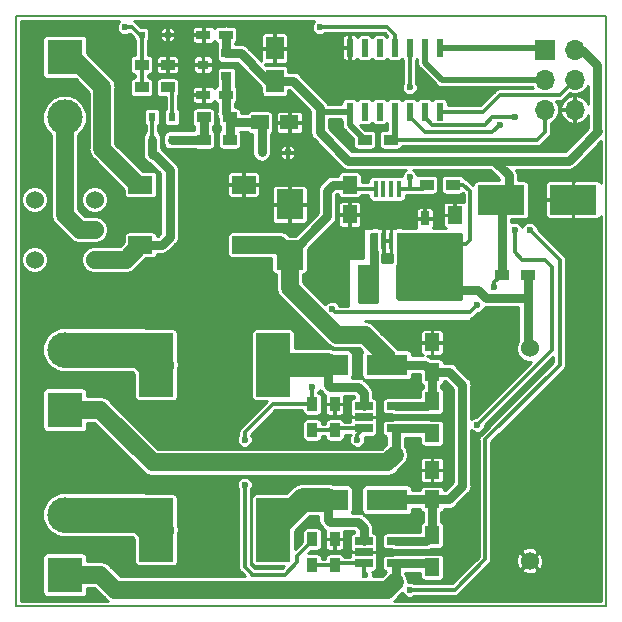
<source format=gbr>
G04 #@! TF.GenerationSoftware,KiCad,Pcbnew,(5.0.0)*
G04 #@! TF.CreationDate,2018-12-18T18:12:34+01:00*
G04 #@! TF.ProjectId,Bikelight,42696B656C696768742E6B696361645F,rev?*
G04 #@! TF.SameCoordinates,Original*
G04 #@! TF.FileFunction,Copper,L1,Top,Signal*
G04 #@! TF.FilePolarity,Positive*
%FSLAX46Y46*%
G04 Gerber Fmt 4.6, Leading zero omitted, Abs format (unit mm)*
G04 Created by KiCad (PCBNEW (5.0.0)) date 12/18/18 18:12:34*
%MOMM*%
%LPD*%
G01*
G04 APERTURE LIST*
G04 #@! TA.AperFunction,NonConductor*
%ADD10C,0.150000*%
G04 #@! TD*
G04 #@! TA.AperFunction,SMDPad,CuDef*
%ADD11R,2.900000X5.400000*%
G04 #@! TD*
G04 #@! TA.AperFunction,ComponentPad*
%ADD12R,3.000000X3.000000*%
G04 #@! TD*
G04 #@! TA.AperFunction,ComponentPad*
%ADD13C,3.000000*%
G04 #@! TD*
G04 #@! TA.AperFunction,SMDPad,CuDef*
%ADD14R,1.560000X0.650000*%
G04 #@! TD*
G04 #@! TA.AperFunction,SMDPad,CuDef*
%ADD15R,1.200000X0.900000*%
G04 #@! TD*
G04 #@! TA.AperFunction,SMDPad,CuDef*
%ADD16R,0.600000X1.500000*%
G04 #@! TD*
G04 #@! TA.AperFunction,SMDPad,CuDef*
%ADD17R,1.250000X1.500000*%
G04 #@! TD*
G04 #@! TA.AperFunction,SMDPad,CuDef*
%ADD18R,0.900000X1.200000*%
G04 #@! TD*
G04 #@! TA.AperFunction,SMDPad,CuDef*
%ADD19R,1.500000X1.250000*%
G04 #@! TD*
G04 #@! TA.AperFunction,SMDPad,CuDef*
%ADD20R,1.200000X0.750000*%
G04 #@! TD*
G04 #@! TA.AperFunction,SMDPad,CuDef*
%ADD21R,0.750000X1.200000*%
G04 #@! TD*
G04 #@! TA.AperFunction,SMDPad,CuDef*
%ADD22R,0.450000X1.450000*%
G04 #@! TD*
G04 #@! TA.AperFunction,SMDPad,CuDef*
%ADD23R,1.800000X2.900000*%
G04 #@! TD*
G04 #@! TA.AperFunction,SMDPad,CuDef*
%ADD24R,0.900000X0.800000*%
G04 #@! TD*
G04 #@! TA.AperFunction,SMDPad,CuDef*
%ADD25R,0.600000X0.800000*%
G04 #@! TD*
G04 #@! TA.AperFunction,SMDPad,CuDef*
%ADD26R,4.000000X2.500000*%
G04 #@! TD*
G04 #@! TA.AperFunction,SMDPad,CuDef*
%ADD27R,1.500000X1.950000*%
G04 #@! TD*
G04 #@! TA.AperFunction,ComponentPad*
%ADD28C,1.524000*%
G04 #@! TD*
G04 #@! TA.AperFunction,SMDPad,CuDef*
%ADD29R,0.500000X0.500000*%
G04 #@! TD*
G04 #@! TA.AperFunction,SMDPad,CuDef*
%ADD30R,2.000000X1.500000*%
G04 #@! TD*
G04 #@! TA.AperFunction,SMDPad,CuDef*
%ADD31R,2.300000X2.500000*%
G04 #@! TD*
G04 #@! TA.AperFunction,SMDPad,CuDef*
%ADD32R,3.500000X1.800000*%
G04 #@! TD*
G04 #@! TA.AperFunction,SMDPad,CuDef*
%ADD33R,1.300000X1.500000*%
G04 #@! TD*
G04 #@! TA.AperFunction,ComponentPad*
%ADD34O,1.700000X1.700000*%
G04 #@! TD*
G04 #@! TA.AperFunction,ComponentPad*
%ADD35R,1.700000X1.700000*%
G04 #@! TD*
G04 #@! TA.AperFunction,ViaPad*
%ADD36C,0.600000*%
G04 #@! TD*
G04 #@! TA.AperFunction,Conductor*
%ADD37C,0.300000*%
G04 #@! TD*
G04 #@! TA.AperFunction,Conductor*
%ADD38C,0.800000*%
G04 #@! TD*
G04 #@! TA.AperFunction,Conductor*
%ADD39C,1.500000*%
G04 #@! TD*
G04 #@! TA.AperFunction,Conductor*
%ADD40C,3.000000*%
G04 #@! TD*
G04 #@! TA.AperFunction,Conductor*
%ADD41C,0.500000*%
G04 #@! TD*
G04 #@! TA.AperFunction,Conductor*
%ADD42C,2.000000*%
G04 #@! TD*
G04 #@! TA.AperFunction,Conductor*
%ADD43C,0.254000*%
G04 #@! TD*
G04 APERTURE END LIST*
D10*
X150000000Y-100000000D02*
X150000000Y-150000000D01*
X100000000Y-150000000D02*
X100000000Y-100000000D01*
X150000000Y-150000000D02*
X100000000Y-150000000D01*
X100000000Y-100000000D02*
X150000000Y-100000000D01*
D11*
G04 #@! TO.P,L3,2*
G04 #@! TO.N,Net-(D8-Pad2)*
X121790000Y-143510000D03*
G04 #@! TO.P,L3,1*
G04 #@! TO.N,Net-(J4-Pad2)*
X111890000Y-143510000D03*
G04 #@! TD*
D12*
G04 #@! TO.P,J3,1*
G04 #@! TO.N,Net-(IC3-Pad4)*
X104140000Y-133350000D03*
D13*
G04 #@! TO.P,J3,2*
G04 #@! TO.N,Net-(J3-Pad2)*
X104140000Y-128270000D03*
G04 #@! TD*
D14*
G04 #@! TO.P,IC3,1*
G04 #@! TO.N,Net-(D7-Pad2)*
X129460000Y-133035000D03*
G04 #@! TO.P,IC3,2*
G04 #@! TO.N,GND*
X129460000Y-133985000D03*
G04 #@! TO.P,IC3,3*
G04 #@! TO.N,Net-(IC3-Pad3)*
X129460000Y-134935000D03*
G04 #@! TO.P,IC3,4*
G04 #@! TO.N,Net-(IC3-Pad4)*
X132160000Y-134935000D03*
G04 #@! TO.P,IC3,5*
G04 #@! TO.N,Net-(C10-Pad1)*
X132160000Y-133035000D03*
G04 #@! TD*
G04 #@! TO.P,IC4,1*
G04 #@! TO.N,Net-(D8-Pad2)*
X129460000Y-144465000D03*
G04 #@! TO.P,IC4,2*
G04 #@! TO.N,GND*
X129460000Y-145415000D03*
G04 #@! TO.P,IC4,3*
G04 #@! TO.N,Net-(IC4-Pad3)*
X129460000Y-146365000D03*
G04 #@! TO.P,IC4,4*
G04 #@! TO.N,Net-(IC4-Pad4)*
X132160000Y-146365000D03*
G04 #@! TO.P,IC4,5*
G04 #@! TO.N,Net-(C10-Pad1)*
X132160000Y-144465000D03*
G04 #@! TD*
D12*
G04 #@! TO.P,J1,1*
G04 #@! TO.N,Net-(D5-Pad3)*
X104140000Y-103505000D03*
D13*
G04 #@! TO.P,J1,2*
G04 #@! TO.N,Net-(J1-Pad2)*
X104140000Y-108585000D03*
G04 #@! TD*
D11*
G04 #@! TO.P,L2,1*
G04 #@! TO.N,Net-(J3-Pad2)*
X111890000Y-129540000D03*
G04 #@! TO.P,L2,2*
G04 #@! TO.N,Net-(D7-Pad2)*
X121790000Y-129540000D03*
G04 #@! TD*
D15*
G04 #@! TO.P,R3,1*
G04 #@! TO.N,Net-(C6-Pad1)*
X143340000Y-121920000D03*
G04 #@! TO.P,R3,2*
G04 #@! TO.N,Net-(C3-Pad1)*
X141140000Y-121920000D03*
G04 #@! TD*
G04 #@! TO.P,R4,1*
G04 #@! TO.N,Net-(IC2-Pad1)*
X134790000Y-114300000D03*
G04 #@! TO.P,R4,2*
G04 #@! TO.N,Net-(C6-Pad1)*
X136990000Y-114300000D03*
G04 #@! TD*
G04 #@! TO.P,R5,1*
G04 #@! TO.N,Net-(D3-Pad1)*
X112860000Y-106045000D03*
G04 #@! TO.P,R5,2*
G04 #@! TO.N,Net-(D4-Pad1)*
X110660000Y-106045000D03*
G04 #@! TD*
G04 #@! TO.P,R6,1*
G04 #@! TO.N,Net-(C3-Pad1)*
X129540000Y-110490000D03*
G04 #@! TO.P,R6,2*
G04 #@! TO.N,Net-(J2-Pad5)*
X131740000Y-110490000D03*
G04 #@! TD*
G04 #@! TO.P,R7,1*
G04 #@! TO.N,Net-(D4-Pad1)*
X110660000Y-104140000D03*
G04 #@! TO.P,R7,2*
G04 #@! TO.N,GND*
X112860000Y-104140000D03*
G04 #@! TD*
D16*
G04 #@! TO.P,U1,1*
G04 #@! TO.N,Net-(C3-Pad1)*
X128270000Y-108110000D03*
G04 #@! TO.P,U1,2*
G04 #@! TO.N,N/C*
X129540000Y-108110000D03*
G04 #@! TO.P,U1,3*
X130810000Y-108110000D03*
G04 #@! TO.P,U1,4*
G04 #@! TO.N,Net-(J2-Pad5)*
X132080000Y-108110000D03*
G04 #@! TO.P,U1,5*
G04 #@! TO.N,Net-(IC3-Pad3)*
X133350000Y-108110000D03*
G04 #@! TO.P,U1,6*
G04 #@! TO.N,Net-(IC4-Pad3)*
X134620000Y-108110000D03*
G04 #@! TO.P,U1,7*
G04 #@! TO.N,Net-(J2-Pad4)*
X135890000Y-108110000D03*
G04 #@! TO.P,U1,8*
G04 #@! TO.N,Net-(J2-Pad1)*
X135890000Y-102710000D03*
G04 #@! TO.P,U1,9*
G04 #@! TO.N,Net-(J2-Pad3)*
X134620000Y-102710000D03*
G04 #@! TO.P,U1,10*
G04 #@! TO.N,Net-(IC2-Pad1)*
X133350000Y-102710000D03*
G04 #@! TO.P,U1,11*
G04 #@! TO.N,Net-(D4-Pad1)*
X132080000Y-102710000D03*
G04 #@! TO.P,U1,12*
G04 #@! TO.N,N/C*
X130810000Y-102710000D03*
G04 #@! TO.P,U1,13*
X129540000Y-102710000D03*
G04 #@! TO.P,U1,14*
G04 #@! TO.N,GND*
X128270000Y-102710000D03*
G04 #@! TD*
D17*
G04 #@! TO.P,C11,2*
G04 #@! TO.N,GND*
X128270000Y-116820000D03*
G04 #@! TO.P,C11,1*
G04 #@! TO.N,Net-(C10-Pad1)*
X128270000Y-114320000D03*
G04 #@! TD*
D18*
G04 #@! TO.P,R8,2*
G04 #@! TO.N,Net-(IC4-Pad3)*
X125095000Y-146515000D03*
G04 #@! TO.P,R8,1*
G04 #@! TO.N,Net-(C3-Pad1)*
X125095000Y-144315000D03*
G04 #@! TD*
D19*
G04 #@! TO.P,C1,2*
G04 #@! TO.N,GND*
X123170000Y-109034193D03*
G04 #@! TO.P,C1,1*
G04 #@! TO.N,Net-(C1-Pad1)*
X120670000Y-109034193D03*
G04 #@! TD*
D20*
G04 #@! TO.P,C2,2*
G04 #@! TO.N,GND*
X115890000Y-106680000D03*
G04 #@! TO.P,C2,1*
G04 #@! TO.N,Net-(C1-Pad1)*
X117790000Y-106680000D03*
G04 #@! TD*
D21*
G04 #@! TO.P,C8,1*
G04 #@! TO.N,Net-(C6-Pad1)*
X134620000Y-119060000D03*
G04 #@! TO.P,C8,2*
G04 #@! TO.N,GND*
X134620000Y-117160000D03*
G04 #@! TD*
D17*
G04 #@! TO.P,C9,2*
G04 #@! TO.N,GND*
X135255000Y-127655000D03*
G04 #@! TO.P,C9,1*
G04 #@! TO.N,Net-(C10-Pad1)*
X135255000Y-130155000D03*
G04 #@! TD*
G04 #@! TO.P,C10,1*
G04 #@! TO.N,Net-(C10-Pad1)*
X135255000Y-140950000D03*
G04 #@! TO.P,C10,2*
G04 #@! TO.N,GND*
X135255000Y-138450000D03*
G04 #@! TD*
D22*
G04 #@! TO.P,IC2,1*
G04 #@! TO.N,Net-(IC2-Pad1)*
X132420000Y-114640000D03*
G04 #@! TO.P,IC2,2*
G04 #@! TO.N,N/C*
X131770000Y-114640000D03*
G04 #@! TO.P,IC2,3*
X131120000Y-114640000D03*
G04 #@! TO.P,IC2,4*
G04 #@! TO.N,Net-(C10-Pad1)*
X130470000Y-114640000D03*
G04 #@! TO.P,IC2,5*
G04 #@! TO.N,Net-(IC2-Pad5)*
X130470000Y-119040000D03*
G04 #@! TO.P,IC2,6*
G04 #@! TO.N,GND*
X131120000Y-119040000D03*
G04 #@! TO.P,IC2,7*
X131770000Y-119040000D03*
G04 #@! TO.P,IC2,8*
G04 #@! TO.N,Net-(C6-Pad1)*
X132420000Y-119040000D03*
G04 #@! TD*
D13*
G04 #@! TO.P,J4,2*
G04 #@! TO.N,Net-(J4-Pad2)*
X104140000Y-142240000D03*
D12*
G04 #@! TO.P,J4,1*
G04 #@! TO.N,Net-(IC4-Pad4)*
X104140000Y-147320000D03*
G04 #@! TD*
D23*
G04 #@! TO.P,L1,2*
G04 #@! TO.N,Net-(IC2-Pad5)*
X129845000Y-122555000D03*
G04 #@! TO.P,L1,1*
G04 #@! TO.N,Net-(C6-Pad1)*
X133045000Y-122555000D03*
G04 #@! TD*
D15*
G04 #@! TO.P,R1,1*
G04 #@! TO.N,Net-(D2-Pad1)*
X115910000Y-108585000D03*
G04 #@! TO.P,R1,2*
G04 #@! TO.N,Net-(C1-Pad1)*
X118110000Y-108585000D03*
G04 #@! TD*
G04 #@! TO.P,R2,2*
G04 #@! TO.N,Net-(C1-Pad1)*
X118110000Y-110490000D03*
G04 #@! TO.P,R2,1*
G04 #@! TO.N,Net-(D2-Pad1)*
X115910000Y-110490000D03*
G04 #@! TD*
D18*
G04 #@! TO.P,R9,2*
G04 #@! TO.N,GND*
X127000000Y-144315000D03*
G04 #@! TO.P,R9,1*
G04 #@! TO.N,Net-(IC4-Pad3)*
X127000000Y-146515000D03*
G04 #@! TD*
G04 #@! TO.P,R10,1*
G04 #@! TO.N,Net-(C3-Pad1)*
X125095000Y-132885000D03*
G04 #@! TO.P,R10,2*
G04 #@! TO.N,Net-(IC3-Pad3)*
X125095000Y-135085000D03*
G04 #@! TD*
G04 #@! TO.P,R11,2*
G04 #@! TO.N,GND*
X127000000Y-132885000D03*
G04 #@! TO.P,R11,1*
G04 #@! TO.N,Net-(IC3-Pad3)*
X127000000Y-135085000D03*
G04 #@! TD*
D24*
G04 #@! TO.P,IC1,3*
G04 #@! TO.N,GND*
X115840000Y-104140000D03*
G04 #@! TO.P,IC1,2*
G04 #@! TO.N,Net-(C3-Pad1)*
X117840000Y-103190000D03*
G04 #@! TO.P,IC1,1*
G04 #@! TO.N,Net-(C1-Pad1)*
X117840000Y-105090000D03*
G04 #@! TD*
D25*
G04 #@! TO.P,D2,1*
G04 #@! TO.N,Net-(D2-Pad1)*
X113245000Y-110490000D03*
G04 #@! TO.P,D2,2*
G04 #@! TO.N,Net-(D2-Pad2)*
X111545000Y-110490000D03*
G04 #@! TD*
D26*
G04 #@! TO.P,C3,2*
G04 #@! TO.N,GND*
X147195000Y-115570000D03*
G04 #@! TO.P,C3,1*
G04 #@! TO.N,Net-(C3-Pad1)*
X141095000Y-115570000D03*
G04 #@! TD*
D27*
G04 #@! TO.P,C4,2*
G04 #@! TO.N,GND*
X121920000Y-102765000D03*
G04 #@! TO.P,C4,1*
G04 #@! TO.N,Net-(C3-Pad1)*
X121920000Y-105515000D03*
G04 #@! TD*
D20*
G04 #@! TO.P,C5,2*
G04 #@! TO.N,GND*
X115890000Y-101600000D03*
G04 #@! TO.P,C5,1*
G04 #@! TO.N,Net-(C3-Pad1)*
X117790000Y-101600000D03*
G04 #@! TD*
D28*
G04 #@! TO.P,C6,1*
G04 #@! TO.N,Net-(C6-Pad1)*
X143510000Y-128160000D03*
G04 #@! TO.P,C6,2*
G04 #@! TO.N,GND*
X143510000Y-146160000D03*
G04 #@! TD*
D17*
G04 #@! TO.P,C7,2*
G04 #@! TO.N,GND*
X137160000Y-116860000D03*
G04 #@! TO.P,C7,1*
G04 #@! TO.N,Net-(C6-Pad1)*
X137160000Y-119360000D03*
G04 #@! TD*
D29*
G04 #@! TO.P,D1,2*
G04 #@! TO.N,GND*
X123020000Y-111574193D03*
G04 #@! TO.P,D1,1*
G04 #@! TO.N,Net-(C1-Pad1)*
X120820000Y-111574193D03*
G04 #@! TD*
D25*
G04 #@! TO.P,D3,2*
G04 #@! TO.N,Net-(D2-Pad2)*
X111545000Y-108585000D03*
G04 #@! TO.P,D3,1*
G04 #@! TO.N,Net-(D3-Pad1)*
X113245000Y-108585000D03*
G04 #@! TD*
D29*
G04 #@! TO.P,D4,1*
G04 #@! TO.N,Net-(D4-Pad1)*
X110660000Y-101600000D03*
G04 #@! TO.P,D4,2*
G04 #@! TO.N,GND*
X112860000Y-101600000D03*
G04 #@! TD*
D30*
G04 #@! TO.P,D5,4*
G04 #@! TO.N,Net-(D2-Pad2)*
X110565000Y-119390000D03*
G04 #@! TO.P,D5,3*
G04 #@! TO.N,Net-(D5-Pad3)*
X110565000Y-114290000D03*
G04 #@! TO.P,D5,2*
G04 #@! TO.N,GND*
X119305000Y-114290000D03*
G04 #@! TO.P,D5,1*
G04 #@! TO.N,Net-(C10-Pad1)*
X119305000Y-119390000D03*
G04 #@! TD*
D31*
G04 #@! TO.P,D6,2*
G04 #@! TO.N,GND*
X123190000Y-115960000D03*
G04 #@! TO.P,D6,1*
G04 #@! TO.N,Net-(C10-Pad1)*
X123190000Y-120260000D03*
G04 #@! TD*
D32*
G04 #@! TO.P,D7,2*
G04 #@! TO.N,Net-(D7-Pad2)*
X126405000Y-129540000D03*
G04 #@! TO.P,D7,1*
G04 #@! TO.N,Net-(C10-Pad1)*
X131405000Y-129540000D03*
G04 #@! TD*
G04 #@! TO.P,D8,1*
G04 #@! TO.N,Net-(C10-Pad1)*
X131405000Y-140970000D03*
G04 #@! TO.P,D8,2*
G04 #@! TO.N,Net-(D8-Pad2)*
X126405000Y-140970000D03*
G04 #@! TD*
D33*
G04 #@! TO.P,R12,1*
G04 #@! TO.N,Net-(IC3-Pad4)*
X135255000Y-135335000D03*
G04 #@! TO.P,R12,2*
G04 #@! TO.N,Net-(C10-Pad1)*
X135255000Y-132635000D03*
G04 #@! TD*
G04 #@! TO.P,R13,2*
G04 #@! TO.N,Net-(C10-Pad1)*
X135255000Y-143985000D03*
G04 #@! TO.P,R13,1*
G04 #@! TO.N,Net-(IC4-Pad4)*
X135255000Y-146685000D03*
G04 #@! TD*
D28*
G04 #@! TO.P,SW1,1*
G04 #@! TO.N,Net-(D2-Pad2)*
X106680000Y-120650000D03*
G04 #@! TO.P,SW1,2*
G04 #@! TO.N,Net-(J1-Pad2)*
X106680000Y-118110000D03*
G04 #@! TO.P,SW1,3*
G04 #@! TO.N,N/C*
X106680000Y-115570000D03*
G04 #@! TO.P,SW1,4*
X101600000Y-120650000D03*
G04 #@! TO.P,SW1,5*
X101600000Y-115570000D03*
G04 #@! TD*
D34*
G04 #@! TO.P,J2,6*
G04 #@! TO.N,GND*
X147320000Y-107950000D03*
G04 #@! TO.P,J2,5*
G04 #@! TO.N,Net-(J2-Pad5)*
X144780000Y-107950000D03*
G04 #@! TO.P,J2,4*
G04 #@! TO.N,Net-(J2-Pad4)*
X147320000Y-105410000D03*
G04 #@! TO.P,J2,3*
G04 #@! TO.N,Net-(J2-Pad3)*
X144780000Y-105410000D03*
G04 #@! TO.P,J2,2*
G04 #@! TO.N,Net-(C3-Pad1)*
X147320000Y-102870000D03*
D35*
G04 #@! TO.P,J2,1*
G04 #@! TO.N,Net-(J2-Pad1)*
X144780000Y-102870000D03*
G04 #@! TD*
D36*
G04 #@! TO.N,GND*
X114300000Y-102870000D03*
X127000000Y-102870000D03*
X123825000Y-102870000D03*
X114300000Y-105410000D03*
X119380000Y-102235000D03*
X123825000Y-107315000D03*
X124460000Y-111125000D03*
X119380000Y-116205000D03*
X118110000Y-116205000D03*
X116840000Y-116205000D03*
X116840000Y-114935000D03*
X116840000Y-113665000D03*
X116840000Y-112395000D03*
X118110000Y-112395000D03*
X119380000Y-112395000D03*
X121285000Y-113665000D03*
X123825000Y-113665000D03*
X125095000Y-113665000D03*
X120650000Y-116840000D03*
X128270000Y-118745000D03*
X133350000Y-127000000D03*
X137160000Y-127000000D03*
X136525000Y-137160000D03*
X133350000Y-137160000D03*
X130810000Y-145415000D03*
X130175000Y-116840000D03*
X132715000Y-116840000D03*
X133985000Y-115570000D03*
X135890000Y-115570000D03*
X137795000Y-115570000D03*
X145415000Y-113665000D03*
X147320000Y-113665000D03*
X149225000Y-113665000D03*
X149225000Y-117475000D03*
X147320000Y-117475000D03*
X145415000Y-117475000D03*
X128270000Y-145415000D03*
X128270000Y-133985000D03*
X130810000Y-133985000D03*
X131445000Y-116840000D03*
X101600000Y-101600000D03*
X101600000Y-106680000D03*
X101600000Y-111760000D03*
X101600000Y-124460000D03*
X101600000Y-129540000D03*
X101600000Y-134620000D03*
X101600000Y-139700000D03*
X101600000Y-144780000D03*
X106680000Y-139700000D03*
X111760000Y-139700000D03*
X116840000Y-139700000D03*
X116840000Y-144780000D03*
X116840000Y-134620000D03*
X116840000Y-129540000D03*
X111760000Y-134620000D03*
X116840000Y-124460000D03*
X111760000Y-124460000D03*
X106680000Y-124460000D03*
X116840000Y-119380000D03*
X121920000Y-124460000D03*
X127000000Y-119380000D03*
X127000000Y-105410000D03*
X130810000Y-105410000D03*
X147955000Y-121920000D03*
X147955000Y-127000000D03*
X147955000Y-132080000D03*
X147320000Y-137160000D03*
X142240000Y-137160000D03*
X142240000Y-142240000D03*
X147320000Y-142240000D03*
X147320000Y-147320000D03*
X114300000Y-121920000D03*
X119380000Y-121920000D03*
X139700000Y-129540000D03*
X139700000Y-127000000D03*
X137160000Y-142240000D03*
X137160000Y-144780000D03*
X121920000Y-139700000D03*
X121920000Y-135890000D03*
X123190000Y-134620000D03*
X128905000Y-139700000D03*
X132080000Y-142875000D03*
X132715000Y-131445000D03*
X128905000Y-129540000D03*
X127000000Y-122555000D03*
X131445000Y-120650000D03*
G04 #@! TO.N,Net-(IC3-Pad3)*
X140970000Y-109235000D03*
X142240000Y-118110000D03*
X139065000Y-134620000D03*
X128905000Y-135890000D03*
G04 #@! TO.N,Net-(IC4-Pad3)*
X142240000Y-108585000D03*
X129540000Y-147320000D03*
X133350000Y-148590000D03*
X143510000Y-118110000D03*
G04 #@! TO.N,Net-(C3-Pad1)*
X119380000Y-139700000D03*
X119380000Y-135890000D03*
X125095000Y-131445000D03*
X139065000Y-124460000D03*
X140523897Y-123001103D03*
X126791383Y-124843615D03*
G04 #@! TO.N,Net-(IC2-Pad1)*
X133350000Y-106045000D03*
X133350000Y-113665000D03*
G04 #@! TO.N,Net-(D4-Pad1)*
X125730000Y-100965000D03*
X109220000Y-100965000D03*
G04 #@! TD*
D37*
G04 #@! TO.N,Net-(IC3-Pad3)*
X129460000Y-134935000D02*
X126685000Y-134935000D01*
X127000000Y-135085000D02*
X125095000Y-135085000D01*
X133350000Y-108560000D02*
X134645000Y-109855000D01*
X133350000Y-108110000D02*
X133350000Y-108560000D01*
X134645000Y-109855000D02*
X140350000Y-109855000D01*
X140350000Y-109855000D02*
X140970000Y-109235000D01*
X142240000Y-118110000D02*
X142240000Y-120015000D01*
X142240000Y-120015000D02*
X142875000Y-120650000D01*
X142875000Y-120650000D02*
X144780000Y-120650000D01*
X144780000Y-120650000D02*
X145415000Y-121285000D01*
X145415000Y-121285000D02*
X145415000Y-128270000D01*
X145415000Y-128270000D02*
X139065000Y-134620000D01*
X128905000Y-135490000D02*
X129460000Y-134935000D01*
X128905000Y-135890000D02*
X128905000Y-135490000D01*
D38*
G04 #@! TO.N,Net-(IC3-Pad4)*
X134855000Y-134935000D02*
X135255000Y-135335000D01*
X132160000Y-134935000D02*
X134855000Y-134935000D01*
D39*
X107140000Y-133350000D02*
X111585000Y-137795000D01*
X104140000Y-133350000D02*
X107140000Y-133350000D01*
X111585000Y-137795000D02*
X131445000Y-137795000D01*
X131445000Y-137795000D02*
X132080000Y-137160000D01*
D38*
X132160000Y-137080000D02*
X132080000Y-137160000D01*
X132160000Y-134935000D02*
X132160000Y-137080000D01*
D37*
G04 #@! TO.N,Net-(IC4-Pad3)*
X127150000Y-146365000D02*
X127000000Y-146515000D01*
X129460000Y-146365000D02*
X127150000Y-146365000D01*
X127000000Y-146515000D02*
X125095000Y-146515000D01*
X134620000Y-108560000D02*
X135280000Y-109220000D01*
X134620000Y-108110000D02*
X134620000Y-108560000D01*
X138430000Y-109220000D02*
X139700000Y-109220000D01*
X135280000Y-109220000D02*
X138430000Y-109220000D01*
X139700000Y-109220000D02*
X140335000Y-108585000D01*
X140335000Y-108585000D02*
X142240000Y-108585000D01*
X129460000Y-146365000D02*
X129460000Y-147240000D01*
X129460000Y-147240000D02*
X129540000Y-147320000D01*
X133350000Y-148590000D02*
X137160000Y-148590000D01*
X139715001Y-146034999D02*
X139715001Y-135874999D01*
X137160000Y-148590000D02*
X139715001Y-146034999D01*
X139715001Y-135874999D02*
X146050000Y-129540000D01*
X146050000Y-129540000D02*
X146050000Y-120650000D01*
X146050000Y-120650000D02*
X143510000Y-118110000D01*
D38*
G04 #@! TO.N,Net-(IC4-Pad4)*
X134935000Y-146365000D02*
X135255000Y-146685000D01*
X132160000Y-146365000D02*
X134935000Y-146365000D01*
D39*
X107140000Y-147320000D02*
X108410000Y-148590000D01*
X104140000Y-147320000D02*
X107140000Y-147320000D01*
X108410000Y-148590000D02*
X130810000Y-148590000D01*
X130810000Y-148590000D02*
X131445000Y-148590000D01*
X131445000Y-148590000D02*
X132080000Y-147955000D01*
D38*
X132160000Y-147875000D02*
X132160000Y-146365000D01*
X132080000Y-147955000D02*
X132160000Y-147875000D01*
D40*
G04 #@! TO.N,Net-(J3-Pad2)*
X110620000Y-128270000D02*
X111890000Y-129540000D01*
X104140000Y-128270000D02*
X110620000Y-128270000D01*
D39*
G04 #@! TO.N,Net-(C10-Pad1)*
X122320000Y-119390000D02*
X123190000Y-120260000D01*
X119305000Y-119390000D02*
X122320000Y-119390000D01*
X123190000Y-123010000D02*
X127180000Y-127000000D01*
X123190000Y-120260000D02*
X123190000Y-123010000D01*
X131405000Y-129540000D02*
X131405000Y-128865000D01*
X131405000Y-128865000D02*
X129540000Y-127000000D01*
X127180000Y-127000000D02*
X129540000Y-127000000D01*
D38*
X134855000Y-133035000D02*
X135255000Y-132635000D01*
X132160000Y-133035000D02*
X134855000Y-133035000D01*
X135255000Y-130155000D02*
X135255000Y-132635000D01*
X134640000Y-129540000D02*
X135255000Y-130155000D01*
X131405000Y-129540000D02*
X134640000Y-129540000D01*
X136680000Y-140950000D02*
X135255000Y-140950000D01*
X137795000Y-139835000D02*
X136680000Y-140950000D01*
X137795000Y-131270000D02*
X137795000Y-139835000D01*
X136680000Y-130155000D02*
X137795000Y-131270000D01*
X135255000Y-130155000D02*
X136680000Y-130155000D01*
X131425000Y-140950000D02*
X131405000Y-140970000D01*
X135255000Y-140950000D02*
X131425000Y-140950000D01*
X135255000Y-140950000D02*
X135255000Y-143985000D01*
X134775000Y-144465000D02*
X135255000Y-143985000D01*
X132160000Y-144465000D02*
X134775000Y-144465000D01*
D37*
X128590000Y-114640000D02*
X128270000Y-114320000D01*
X130470000Y-114640000D02*
X128590000Y-114640000D01*
D38*
X126845000Y-114320000D02*
X128270000Y-114320000D01*
X126365000Y-114800000D02*
X126845000Y-114320000D01*
X126365000Y-116985000D02*
X126365000Y-114800000D01*
X123190000Y-120160000D02*
X126365000Y-116985000D01*
X123190000Y-120260000D02*
X123190000Y-120160000D01*
G04 #@! TO.N,Net-(C1-Pad1)*
X118295807Y-109034193D02*
X118110000Y-109220000D01*
X120670000Y-109034193D02*
X118295807Y-109034193D01*
X118110000Y-110490000D02*
X118110000Y-109220000D01*
X118110000Y-109220000D02*
X118110000Y-108585000D01*
X117790000Y-108265000D02*
X118110000Y-108585000D01*
X117790000Y-106680000D02*
X117790000Y-108265000D01*
X117840000Y-106630000D02*
X117790000Y-106680000D01*
X117840000Y-105090000D02*
X117840000Y-106630000D01*
X120820000Y-109184193D02*
X120670000Y-109034193D01*
X120820000Y-111574193D02*
X120820000Y-109184193D01*
G04 #@! TO.N,Net-(C3-Pad1)*
X117790000Y-103140000D02*
X117840000Y-103190000D01*
X117790000Y-101600000D02*
X117790000Y-102870000D01*
X117790000Y-102870000D02*
X117790000Y-103140000D01*
X121390000Y-105515000D02*
X121920000Y-105515000D01*
X120015000Y-104140000D02*
X121390000Y-105515000D01*
X120015000Y-104115000D02*
X120015000Y-104140000D01*
X117840000Y-103190000D02*
X119090000Y-103190000D01*
X119090000Y-103190000D02*
X120015000Y-104115000D01*
X123470000Y-105515000D02*
X125730000Y-107775000D01*
X121920000Y-105515000D02*
X123470000Y-105515000D01*
X125730000Y-107775000D02*
X125730000Y-109855000D01*
X128143000Y-112268000D02*
X140178000Y-112268000D01*
X125730000Y-109855000D02*
X128143000Y-112268000D01*
X140478000Y-112268000D02*
X141730000Y-113520000D01*
X141730000Y-113520000D02*
X141730000Y-115570000D01*
X140178000Y-112268000D02*
X140478000Y-112268000D01*
X141140000Y-116160000D02*
X141730000Y-115570000D01*
X141140000Y-121920000D02*
X141140000Y-116160000D01*
D41*
X126065000Y-108110000D02*
X125730000Y-107775000D01*
X128270000Y-108110000D02*
X126065000Y-108110000D01*
X128270000Y-109220000D02*
X128270000Y-108110000D01*
X129540000Y-110490000D02*
X128270000Y-109220000D01*
D38*
X147955000Y-102870000D02*
X147320000Y-102870000D01*
X149225000Y-104140000D02*
X147955000Y-102870000D01*
X149225000Y-109655020D02*
X149225000Y-104140000D01*
X149324990Y-109755010D02*
X149225000Y-109655020D01*
X140178000Y-112268000D02*
X146812000Y-112268000D01*
X146812000Y-112268000D02*
X149324990Y-109755010D01*
D37*
X125095000Y-144465000D02*
X123825000Y-145735000D01*
X125095000Y-144315000D02*
X125095000Y-144465000D01*
X123825000Y-146255002D02*
X122760002Y-147320000D01*
X123825000Y-145735000D02*
X123825000Y-146255002D01*
X122760002Y-147320000D02*
X120015000Y-147320000D01*
X120015000Y-147320000D02*
X119989999Y-147294999D01*
X119989999Y-147294999D02*
X119380000Y-146685000D01*
X119380000Y-146685000D02*
X119380000Y-139700000D01*
X119380000Y-135890000D02*
X119380000Y-135255000D01*
X121750000Y-132885000D02*
X125095000Y-132885000D01*
X119380000Y-135255000D02*
X121750000Y-132885000D01*
X125095000Y-132885000D02*
X125095000Y-131445000D01*
X138430000Y-125095000D02*
X139065000Y-124460000D01*
X140523897Y-122536103D02*
X141140000Y-121920000D01*
X140523897Y-123001103D02*
X140523897Y-122536103D01*
X133350000Y-125095000D02*
X138430000Y-125095000D01*
X133350000Y-125095000D02*
X127042768Y-125095000D01*
X127042768Y-125095000D02*
X126791383Y-124843615D01*
D38*
G04 #@! TO.N,Net-(D2-Pad1)*
X113245000Y-110490000D02*
X115910000Y-110490000D01*
X115910000Y-110490000D02*
X115910000Y-108585000D01*
D37*
G04 #@! TO.N,Net-(IC2-Pad1)*
X134450000Y-114640000D02*
X134790000Y-114300000D01*
X133350000Y-102710000D02*
X133350000Y-106045000D01*
X133350000Y-113665000D02*
X133350000Y-114640000D01*
X132420000Y-114640000D02*
X133350000Y-114640000D01*
X133350000Y-114640000D02*
X134450000Y-114640000D01*
G04 #@! TO.N,Net-(IC2-Pad5)*
X130470000Y-121930000D02*
X129845000Y-122555000D01*
X130470000Y-119040000D02*
X130470000Y-121930000D01*
D40*
G04 #@! TO.N,Net-(J4-Pad2)*
X110620000Y-142240000D02*
X111890000Y-143510000D01*
X104140000Y-142240000D02*
X110620000Y-142240000D01*
D41*
G04 #@! TO.N,Net-(J2-Pad5)*
X132080000Y-110150000D02*
X131740000Y-110490000D01*
X132080000Y-108110000D02*
X132080000Y-110150000D01*
D37*
X131740000Y-110490000D02*
X144145000Y-110490000D01*
X144780000Y-109855000D02*
X144780000Y-107950000D01*
X144145000Y-110490000D02*
X144780000Y-109855000D01*
D41*
G04 #@! TO.N,Net-(J2-Pad3)*
X134620000Y-103960000D02*
X134620000Y-102710000D01*
X136070000Y-105410000D02*
X134620000Y-103960000D01*
X144780000Y-105410000D02*
X136070000Y-105410000D01*
D38*
G04 #@! TO.N,Net-(C6-Pad1)*
X143340000Y-127990000D02*
X143510000Y-128160000D01*
D37*
X132420000Y-121930000D02*
X133045000Y-122555000D01*
X132420000Y-119040000D02*
X132420000Y-121930000D01*
D38*
X136860000Y-119060000D02*
X137160000Y-119360000D01*
X134620000Y-119060000D02*
X136860000Y-119060000D01*
X143340000Y-124460000D02*
X143340000Y-127990000D01*
D37*
X138085000Y-119360000D02*
X137160000Y-119360000D01*
X136990000Y-114300000D02*
X137890000Y-114300000D01*
X137890000Y-114300000D02*
X138445001Y-114855001D01*
X138445001Y-114855001D02*
X138445001Y-118094999D01*
X138445001Y-118094999D02*
X138430000Y-118110000D01*
X138430000Y-118110000D02*
X138430000Y-119015000D01*
X138430000Y-119015000D02*
X138085000Y-119360000D01*
X132420000Y-119040000D02*
X134600000Y-119040000D01*
X134600000Y-119040000D02*
X134620000Y-119060000D01*
D38*
X143340000Y-123825000D02*
X143340000Y-124460000D01*
X143340000Y-121920000D02*
X143340000Y-123825000D01*
X143263896Y-123901104D02*
X143340000Y-123825000D01*
X139838106Y-123901104D02*
X143263896Y-123901104D01*
X139127002Y-123190000D02*
X139838106Y-123901104D01*
X137160000Y-123190000D02*
X139127002Y-123190000D01*
G04 #@! TO.N,Net-(D2-Pad2)*
X112365000Y-119390000D02*
X113030000Y-118725000D01*
X110565000Y-119390000D02*
X112365000Y-119390000D01*
X113030000Y-118725000D02*
X113030000Y-113030000D01*
X113030000Y-113030000D02*
X111760000Y-111760000D01*
X111545000Y-111690000D02*
X111545000Y-110490000D01*
X111615000Y-111760000D02*
X111545000Y-111690000D01*
X111760000Y-111760000D02*
X111615000Y-111760000D01*
D37*
X111545000Y-110490000D02*
X111545000Y-108585000D01*
D39*
X109305000Y-120650000D02*
X110565000Y-119390000D01*
X106680000Y-120650000D02*
X109305000Y-120650000D01*
D37*
G04 #@! TO.N,Net-(D3-Pad1)*
X113245000Y-106430000D02*
X112860000Y-106045000D01*
X113245000Y-108585000D02*
X113245000Y-106430000D01*
G04 #@! TO.N,Net-(D4-Pad1)*
X110660000Y-106045000D02*
X110660000Y-104140000D01*
X110660000Y-101600000D02*
X110660000Y-104140000D01*
X132080000Y-102710000D02*
X132080000Y-101600000D01*
X132080000Y-101600000D02*
X131445000Y-100965000D01*
X131445000Y-100965000D02*
X125730000Y-100965000D01*
X109220000Y-100965000D02*
X109855000Y-100965000D01*
X109855000Y-100965000D02*
X110490000Y-101600000D01*
D42*
G04 #@! TO.N,Net-(D7-Pad2)*
X126405000Y-129540000D02*
X121790000Y-129540000D01*
D38*
X129460000Y-133035000D02*
X129460000Y-131910000D01*
X126405000Y-131240000D02*
X126610000Y-131445000D01*
X126405000Y-129540000D02*
X126405000Y-131240000D01*
X128995000Y-131445000D02*
X129460000Y-131910000D01*
X126610000Y-131445000D02*
X128995000Y-131445000D01*
D42*
G04 #@! TO.N,Net-(D8-Pad2)*
X124330000Y-140970000D02*
X121790000Y-143510000D01*
X126405000Y-140970000D02*
X124330000Y-140970000D01*
D38*
X129460000Y-143340000D02*
X129460000Y-144465000D01*
X128995000Y-142875000D02*
X129460000Y-143340000D01*
X126610000Y-142875000D02*
X128995000Y-142875000D01*
X126405000Y-142670000D02*
X126610000Y-142875000D01*
X126405000Y-140970000D02*
X126405000Y-142670000D01*
D37*
G04 #@! TO.N,Net-(J2-Pad4)*
X147320000Y-105410000D02*
X146050000Y-106680000D01*
X146050000Y-106680000D02*
X140970000Y-106680000D01*
X139540000Y-108110000D02*
X135890000Y-108110000D01*
X140970000Y-106680000D02*
X139540000Y-108110000D01*
D41*
G04 #@! TO.N,Net-(J2-Pad1)*
X144620000Y-102710000D02*
X144780000Y-102870000D01*
X135890000Y-102710000D02*
X144620000Y-102710000D01*
D39*
G04 #@! TO.N,Net-(J1-Pad2)*
X104140000Y-108585000D02*
X104140000Y-116840000D01*
X104140000Y-116840000D02*
X105410000Y-118110000D01*
X105410000Y-118110000D02*
X106680000Y-118110000D01*
G04 #@! TO.N,Net-(D5-Pad3)*
X104140000Y-103505000D02*
X104775000Y-103505000D01*
X104775000Y-103505000D02*
X107315000Y-106045000D01*
X110315000Y-114290000D02*
X110565000Y-114290000D01*
X107315000Y-111290000D02*
X110315000Y-114290000D01*
X107315000Y-106045000D02*
X107315000Y-111290000D01*
G04 #@! TD*
D43*
G04 #@! TO.N,GND*
G36*
X108642676Y-100579244D02*
X108539000Y-100829541D01*
X108539000Y-101100459D01*
X108642676Y-101350756D01*
X108834244Y-101542324D01*
X109084541Y-101646000D01*
X109355459Y-101646000D01*
X109605756Y-101542324D01*
X109643567Y-101504514D01*
X110029602Y-101890549D01*
X110051106Y-101998659D01*
X110129000Y-102115237D01*
X110129001Y-103301536D01*
X110060000Y-103301536D01*
X109911341Y-103331106D01*
X109785314Y-103415314D01*
X109701106Y-103541341D01*
X109671536Y-103690000D01*
X109671536Y-104590000D01*
X109701106Y-104738659D01*
X109785314Y-104864686D01*
X109911341Y-104948894D01*
X110060000Y-104978464D01*
X110129001Y-104978464D01*
X110129000Y-105206536D01*
X110060000Y-105206536D01*
X109911341Y-105236106D01*
X109785314Y-105320314D01*
X109701106Y-105446341D01*
X109671536Y-105595000D01*
X109671536Y-106495000D01*
X109701106Y-106643659D01*
X109785314Y-106769686D01*
X109911341Y-106853894D01*
X110060000Y-106883464D01*
X111260000Y-106883464D01*
X111408659Y-106853894D01*
X111534686Y-106769686D01*
X111618894Y-106643659D01*
X111648464Y-106495000D01*
X111648464Y-105595000D01*
X111871536Y-105595000D01*
X111871536Y-106495000D01*
X111901106Y-106643659D01*
X111985314Y-106769686D01*
X112111341Y-106853894D01*
X112260000Y-106883464D01*
X112714001Y-106883464D01*
X112714000Y-107881124D01*
X112670314Y-107910314D01*
X112586106Y-108036341D01*
X112556536Y-108185000D01*
X112556536Y-108985000D01*
X112586106Y-109133659D01*
X112670314Y-109259686D01*
X112796341Y-109343894D01*
X112945000Y-109373464D01*
X113545000Y-109373464D01*
X113693659Y-109343894D01*
X113819686Y-109259686D01*
X113903894Y-109133659D01*
X113933464Y-108985000D01*
X113933464Y-108185000D01*
X113903894Y-108036341D01*
X113819686Y-107910314D01*
X113776000Y-107881124D01*
X113776000Y-106798250D01*
X114909000Y-106798250D01*
X114909000Y-107130785D01*
X114967004Y-107270819D01*
X115074180Y-107377996D01*
X115214214Y-107436000D01*
X115771750Y-107436000D01*
X115867000Y-107340750D01*
X115867000Y-106703000D01*
X115004250Y-106703000D01*
X114909000Y-106798250D01*
X113776000Y-106798250D01*
X113776000Y-106707855D01*
X113818894Y-106643659D01*
X113848464Y-106495000D01*
X113848464Y-106229215D01*
X114909000Y-106229215D01*
X114909000Y-106561750D01*
X115004250Y-106657000D01*
X115867000Y-106657000D01*
X115867000Y-106019250D01*
X115913000Y-106019250D01*
X115913000Y-106657000D01*
X115933000Y-106657000D01*
X115933000Y-106703000D01*
X115913000Y-106703000D01*
X115913000Y-107340750D01*
X116008250Y-107436000D01*
X116565786Y-107436000D01*
X116705820Y-107377996D01*
X116812996Y-107270819D01*
X116837099Y-107212629D01*
X116915314Y-107329686D01*
X117009000Y-107392285D01*
X117009001Y-108188081D01*
X116993701Y-108265000D01*
X117054315Y-108569730D01*
X117121536Y-108670333D01*
X117121536Y-109035000D01*
X117151106Y-109183659D01*
X117235314Y-109309686D01*
X117329001Y-109372285D01*
X117329001Y-109702715D01*
X117235314Y-109765314D01*
X117151106Y-109891341D01*
X117121536Y-110040000D01*
X117121536Y-110940000D01*
X117151106Y-111088659D01*
X117235314Y-111214686D01*
X117361341Y-111298894D01*
X117510000Y-111328464D01*
X118710000Y-111328464D01*
X118858659Y-111298894D01*
X118984686Y-111214686D01*
X119068894Y-111088659D01*
X119098464Y-110940000D01*
X119098464Y-110040000D01*
X119068894Y-109891341D01*
X119018014Y-109815193D01*
X119566011Y-109815193D01*
X119645314Y-109933879D01*
X119771341Y-110018087D01*
X119920000Y-110047657D01*
X120039001Y-110047657D01*
X120039000Y-111651110D01*
X120084315Y-111878923D01*
X120256931Y-112137262D01*
X120515269Y-112309878D01*
X120820000Y-112370493D01*
X121124730Y-112309878D01*
X121383069Y-112137262D01*
X121555685Y-111878924D01*
X121592778Y-111692443D01*
X122389000Y-111692443D01*
X122389000Y-111899978D01*
X122447004Y-112040012D01*
X122554180Y-112147189D01*
X122694214Y-112205193D01*
X122901750Y-112205193D01*
X122997000Y-112109943D01*
X122997000Y-111597193D01*
X123043000Y-111597193D01*
X123043000Y-112109943D01*
X123138250Y-112205193D01*
X123345786Y-112205193D01*
X123485820Y-112147189D01*
X123592996Y-112040012D01*
X123651000Y-111899978D01*
X123651000Y-111692443D01*
X123555750Y-111597193D01*
X123043000Y-111597193D01*
X122997000Y-111597193D01*
X122484250Y-111597193D01*
X122389000Y-111692443D01*
X121592778Y-111692443D01*
X121601000Y-111651111D01*
X121601000Y-111248408D01*
X122389000Y-111248408D01*
X122389000Y-111455943D01*
X122484250Y-111551193D01*
X122997000Y-111551193D01*
X122997000Y-111038443D01*
X123043000Y-111038443D01*
X123043000Y-111551193D01*
X123555750Y-111551193D01*
X123651000Y-111455943D01*
X123651000Y-111248408D01*
X123592996Y-111108374D01*
X123485820Y-111001197D01*
X123345786Y-110943193D01*
X123138250Y-110943193D01*
X123043000Y-111038443D01*
X122997000Y-111038443D01*
X122901750Y-110943193D01*
X122694214Y-110943193D01*
X122554180Y-111001197D01*
X122447004Y-111108374D01*
X122389000Y-111248408D01*
X121601000Y-111248408D01*
X121601000Y-109996478D01*
X121694686Y-109933879D01*
X121778894Y-109807852D01*
X121808464Y-109659193D01*
X121808464Y-109152443D01*
X122039000Y-109152443D01*
X122039000Y-109734978D01*
X122097004Y-109875012D01*
X122204180Y-109982189D01*
X122344214Y-110040193D01*
X123051750Y-110040193D01*
X123147000Y-109944943D01*
X123147000Y-109057193D01*
X123193000Y-109057193D01*
X123193000Y-109944943D01*
X123288250Y-110040193D01*
X123995786Y-110040193D01*
X124135820Y-109982189D01*
X124242996Y-109875012D01*
X124301000Y-109734978D01*
X124301000Y-109152443D01*
X124205750Y-109057193D01*
X123193000Y-109057193D01*
X123147000Y-109057193D01*
X122134250Y-109057193D01*
X122039000Y-109152443D01*
X121808464Y-109152443D01*
X121808464Y-108409193D01*
X121793390Y-108333408D01*
X122039000Y-108333408D01*
X122039000Y-108915943D01*
X122134250Y-109011193D01*
X123147000Y-109011193D01*
X123147000Y-108123443D01*
X123193000Y-108123443D01*
X123193000Y-109011193D01*
X124205750Y-109011193D01*
X124301000Y-108915943D01*
X124301000Y-108333408D01*
X124242996Y-108193374D01*
X124135820Y-108086197D01*
X123995786Y-108028193D01*
X123288250Y-108028193D01*
X123193000Y-108123443D01*
X123147000Y-108123443D01*
X123051750Y-108028193D01*
X122344214Y-108028193D01*
X122204180Y-108086197D01*
X122097004Y-108193374D01*
X122039000Y-108333408D01*
X121793390Y-108333408D01*
X121778894Y-108260534D01*
X121694686Y-108134507D01*
X121568659Y-108050299D01*
X121420000Y-108020729D01*
X119920000Y-108020729D01*
X119771341Y-108050299D01*
X119645314Y-108134507D01*
X119566011Y-108253193D01*
X119098464Y-108253193D01*
X119098464Y-108135000D01*
X119068894Y-107986341D01*
X118984686Y-107860314D01*
X118858659Y-107776106D01*
X118710000Y-107746536D01*
X118571000Y-107746536D01*
X118571000Y-107392285D01*
X118664686Y-107329686D01*
X118748894Y-107203659D01*
X118778464Y-107055000D01*
X118778464Y-106305000D01*
X118748894Y-106156341D01*
X118664686Y-106030314D01*
X118621000Y-106001124D01*
X118621000Y-105680406D01*
X118648894Y-105638659D01*
X118678464Y-105490000D01*
X118678464Y-104690000D01*
X118648894Y-104541341D01*
X118564686Y-104415314D01*
X118438659Y-104331106D01*
X118290000Y-104301536D01*
X117879394Y-104301536D01*
X117840000Y-104293700D01*
X117800606Y-104301536D01*
X117390000Y-104301536D01*
X117241341Y-104331106D01*
X117115314Y-104415314D01*
X117031106Y-104541341D01*
X117001536Y-104690000D01*
X117001536Y-105490000D01*
X117031106Y-105638659D01*
X117059000Y-105680406D01*
X117059001Y-105942593D01*
X117041341Y-105946106D01*
X116915314Y-106030314D01*
X116837099Y-106147371D01*
X116812996Y-106089181D01*
X116705820Y-105982004D01*
X116565786Y-105924000D01*
X116008250Y-105924000D01*
X115913000Y-106019250D01*
X115867000Y-106019250D01*
X115771750Y-105924000D01*
X115214214Y-105924000D01*
X115074180Y-105982004D01*
X114967004Y-106089181D01*
X114909000Y-106229215D01*
X113848464Y-106229215D01*
X113848464Y-105595000D01*
X113818894Y-105446341D01*
X113734686Y-105320314D01*
X113608659Y-105236106D01*
X113460000Y-105206536D01*
X112260000Y-105206536D01*
X112111341Y-105236106D01*
X111985314Y-105320314D01*
X111901106Y-105446341D01*
X111871536Y-105595000D01*
X111648464Y-105595000D01*
X111618894Y-105446341D01*
X111534686Y-105320314D01*
X111408659Y-105236106D01*
X111260000Y-105206536D01*
X111191000Y-105206536D01*
X111191000Y-104978464D01*
X111260000Y-104978464D01*
X111408659Y-104948894D01*
X111534686Y-104864686D01*
X111618894Y-104738659D01*
X111648464Y-104590000D01*
X111648464Y-104258250D01*
X111879000Y-104258250D01*
X111879000Y-104665785D01*
X111937004Y-104805819D01*
X112044180Y-104912996D01*
X112184214Y-104971000D01*
X112741750Y-104971000D01*
X112837000Y-104875750D01*
X112837000Y-104163000D01*
X112883000Y-104163000D01*
X112883000Y-104875750D01*
X112978250Y-104971000D01*
X113535786Y-104971000D01*
X113675820Y-104912996D01*
X113782996Y-104805819D01*
X113841000Y-104665785D01*
X113841000Y-104258250D01*
X115009000Y-104258250D01*
X115009000Y-104615785D01*
X115067004Y-104755819D01*
X115174180Y-104862996D01*
X115314214Y-104921000D01*
X115721750Y-104921000D01*
X115817000Y-104825750D01*
X115817000Y-104163000D01*
X115863000Y-104163000D01*
X115863000Y-104825750D01*
X115958250Y-104921000D01*
X116365786Y-104921000D01*
X116505820Y-104862996D01*
X116612996Y-104755819D01*
X116671000Y-104615785D01*
X116671000Y-104258250D01*
X116575750Y-104163000D01*
X115863000Y-104163000D01*
X115817000Y-104163000D01*
X115104250Y-104163000D01*
X115009000Y-104258250D01*
X113841000Y-104258250D01*
X113745750Y-104163000D01*
X112883000Y-104163000D01*
X112837000Y-104163000D01*
X111974250Y-104163000D01*
X111879000Y-104258250D01*
X111648464Y-104258250D01*
X111648464Y-103690000D01*
X111633390Y-103614215D01*
X111879000Y-103614215D01*
X111879000Y-104021750D01*
X111974250Y-104117000D01*
X112837000Y-104117000D01*
X112837000Y-103404250D01*
X112883000Y-103404250D01*
X112883000Y-104117000D01*
X113745750Y-104117000D01*
X113841000Y-104021750D01*
X113841000Y-103664215D01*
X115009000Y-103664215D01*
X115009000Y-104021750D01*
X115104250Y-104117000D01*
X115817000Y-104117000D01*
X115817000Y-103454250D01*
X115863000Y-103454250D01*
X115863000Y-104117000D01*
X116575750Y-104117000D01*
X116671000Y-104021750D01*
X116671000Y-103664215D01*
X116612996Y-103524181D01*
X116505820Y-103417004D01*
X116365786Y-103359000D01*
X115958250Y-103359000D01*
X115863000Y-103454250D01*
X115817000Y-103454250D01*
X115721750Y-103359000D01*
X115314214Y-103359000D01*
X115174180Y-103417004D01*
X115067004Y-103524181D01*
X115009000Y-103664215D01*
X113841000Y-103664215D01*
X113841000Y-103614215D01*
X113782996Y-103474181D01*
X113675820Y-103367004D01*
X113535786Y-103309000D01*
X112978250Y-103309000D01*
X112883000Y-103404250D01*
X112837000Y-103404250D01*
X112741750Y-103309000D01*
X112184214Y-103309000D01*
X112044180Y-103367004D01*
X111937004Y-103474181D01*
X111879000Y-103614215D01*
X111633390Y-103614215D01*
X111618894Y-103541341D01*
X111534686Y-103415314D01*
X111408659Y-103331106D01*
X111260000Y-103301536D01*
X111191000Y-103301536D01*
X111191000Y-102115236D01*
X111268894Y-101998659D01*
X111298464Y-101850000D01*
X111298464Y-101718250D01*
X112229000Y-101718250D01*
X112229000Y-101925785D01*
X112287004Y-102065819D01*
X112394180Y-102172996D01*
X112534214Y-102231000D01*
X112741750Y-102231000D01*
X112837000Y-102135750D01*
X112837000Y-101623000D01*
X112883000Y-101623000D01*
X112883000Y-102135750D01*
X112978250Y-102231000D01*
X113185786Y-102231000D01*
X113325820Y-102172996D01*
X113432996Y-102065819D01*
X113491000Y-101925785D01*
X113491000Y-101718250D01*
X114909000Y-101718250D01*
X114909000Y-102050785D01*
X114967004Y-102190819D01*
X115074180Y-102297996D01*
X115214214Y-102356000D01*
X115771750Y-102356000D01*
X115867000Y-102260750D01*
X115867000Y-101623000D01*
X115004250Y-101623000D01*
X114909000Y-101718250D01*
X113491000Y-101718250D01*
X113395750Y-101623000D01*
X112883000Y-101623000D01*
X112837000Y-101623000D01*
X112324250Y-101623000D01*
X112229000Y-101718250D01*
X111298464Y-101718250D01*
X111298464Y-101350000D01*
X111283390Y-101274215D01*
X112229000Y-101274215D01*
X112229000Y-101481750D01*
X112324250Y-101577000D01*
X112837000Y-101577000D01*
X112837000Y-101064250D01*
X112883000Y-101064250D01*
X112883000Y-101577000D01*
X113395750Y-101577000D01*
X113491000Y-101481750D01*
X113491000Y-101274215D01*
X113439224Y-101149215D01*
X114909000Y-101149215D01*
X114909000Y-101481750D01*
X115004250Y-101577000D01*
X115867000Y-101577000D01*
X115867000Y-100939250D01*
X115771750Y-100844000D01*
X115214214Y-100844000D01*
X115074180Y-100902004D01*
X114967004Y-101009181D01*
X114909000Y-101149215D01*
X113439224Y-101149215D01*
X113432996Y-101134181D01*
X113325820Y-101027004D01*
X113185786Y-100969000D01*
X112978250Y-100969000D01*
X112883000Y-101064250D01*
X112837000Y-101064250D01*
X112741750Y-100969000D01*
X112534214Y-100969000D01*
X112394180Y-101027004D01*
X112287004Y-101134181D01*
X112229000Y-101274215D01*
X111283390Y-101274215D01*
X111268894Y-101201341D01*
X111184686Y-101075314D01*
X111058659Y-100991106D01*
X110910000Y-100961536D01*
X110602483Y-100961536D01*
X110267452Y-100626505D01*
X110237829Y-100582171D01*
X110062186Y-100464810D01*
X110017895Y-100456000D01*
X125275920Y-100456000D01*
X125152676Y-100579244D01*
X125049000Y-100829541D01*
X125049000Y-101100459D01*
X125152676Y-101350756D01*
X125344244Y-101542324D01*
X125594541Y-101646000D01*
X125865459Y-101646000D01*
X126115756Y-101542324D01*
X126162080Y-101496000D01*
X131225053Y-101496000D01*
X131468886Y-101739833D01*
X131445000Y-101775581D01*
X131384686Y-101685314D01*
X131258659Y-101601106D01*
X131110000Y-101571536D01*
X130510000Y-101571536D01*
X130361341Y-101601106D01*
X130235314Y-101685314D01*
X130175000Y-101775581D01*
X130114686Y-101685314D01*
X129988659Y-101601106D01*
X129840000Y-101571536D01*
X129240000Y-101571536D01*
X129091341Y-101601106D01*
X128965314Y-101685314D01*
X128905619Y-101774655D01*
X128892996Y-101744180D01*
X128785819Y-101637004D01*
X128645785Y-101579000D01*
X128388250Y-101579000D01*
X128293000Y-101674250D01*
X128293000Y-102687000D01*
X128313000Y-102687000D01*
X128313000Y-102733000D01*
X128293000Y-102733000D01*
X128293000Y-103745750D01*
X128388250Y-103841000D01*
X128645785Y-103841000D01*
X128785819Y-103782996D01*
X128892996Y-103675820D01*
X128905619Y-103645345D01*
X128965314Y-103734686D01*
X129091341Y-103818894D01*
X129240000Y-103848464D01*
X129840000Y-103848464D01*
X129988659Y-103818894D01*
X130114686Y-103734686D01*
X130175000Y-103644419D01*
X130235314Y-103734686D01*
X130361341Y-103818894D01*
X130510000Y-103848464D01*
X131110000Y-103848464D01*
X131258659Y-103818894D01*
X131384686Y-103734686D01*
X131445000Y-103644419D01*
X131505314Y-103734686D01*
X131631341Y-103818894D01*
X131780000Y-103848464D01*
X132380000Y-103848464D01*
X132528659Y-103818894D01*
X132654686Y-103734686D01*
X132715000Y-103644419D01*
X132775314Y-103734686D01*
X132819000Y-103763876D01*
X132819001Y-105612919D01*
X132772676Y-105659244D01*
X132669000Y-105909541D01*
X132669000Y-106180459D01*
X132772676Y-106430756D01*
X132964244Y-106622324D01*
X133214541Y-106726000D01*
X133485459Y-106726000D01*
X133735756Y-106622324D01*
X133927324Y-106430756D01*
X134031000Y-106180459D01*
X134031000Y-105909541D01*
X133927324Y-105659244D01*
X133881000Y-105612920D01*
X133881000Y-103763876D01*
X133924686Y-103734686D01*
X133985000Y-103644419D01*
X133989000Y-103650406D01*
X133989000Y-103897852D01*
X133976638Y-103960000D01*
X134007470Y-104115000D01*
X134025611Y-104206203D01*
X134165074Y-104414926D01*
X134217765Y-104450133D01*
X135579867Y-105812235D01*
X135615074Y-105864926D01*
X135823796Y-106004389D01*
X136070000Y-106053362D01*
X136132148Y-106041000D01*
X143721111Y-106041000D01*
X143793274Y-106149000D01*
X141022289Y-106149000D01*
X140969999Y-106138599D01*
X140917709Y-106149000D01*
X140917706Y-106149000D01*
X140762814Y-106179810D01*
X140587171Y-106297171D01*
X140557549Y-106341504D01*
X139320053Y-107579000D01*
X136578464Y-107579000D01*
X136578464Y-107360000D01*
X136548894Y-107211341D01*
X136464686Y-107085314D01*
X136338659Y-107001106D01*
X136190000Y-106971536D01*
X135590000Y-106971536D01*
X135441341Y-107001106D01*
X135315314Y-107085314D01*
X135255000Y-107175581D01*
X135194686Y-107085314D01*
X135068659Y-107001106D01*
X134920000Y-106971536D01*
X134320000Y-106971536D01*
X134171341Y-107001106D01*
X134045314Y-107085314D01*
X133985000Y-107175581D01*
X133924686Y-107085314D01*
X133798659Y-107001106D01*
X133650000Y-106971536D01*
X133050000Y-106971536D01*
X132901341Y-107001106D01*
X132775314Y-107085314D01*
X132715000Y-107175581D01*
X132654686Y-107085314D01*
X132528659Y-107001106D01*
X132380000Y-106971536D01*
X131780000Y-106971536D01*
X131631341Y-107001106D01*
X131505314Y-107085314D01*
X131445000Y-107175581D01*
X131384686Y-107085314D01*
X131258659Y-107001106D01*
X131110000Y-106971536D01*
X130510000Y-106971536D01*
X130361341Y-107001106D01*
X130235314Y-107085314D01*
X130175000Y-107175581D01*
X130114686Y-107085314D01*
X129988659Y-107001106D01*
X129840000Y-106971536D01*
X129240000Y-106971536D01*
X129091341Y-107001106D01*
X128965314Y-107085314D01*
X128905000Y-107175581D01*
X128844686Y-107085314D01*
X128718659Y-107001106D01*
X128570000Y-106971536D01*
X127970000Y-106971536D01*
X127821341Y-107001106D01*
X127695314Y-107085314D01*
X127611106Y-107211341D01*
X127581536Y-107360000D01*
X127581536Y-107479000D01*
X126467422Y-107479000D01*
X126465685Y-107470269D01*
X126442787Y-107436000D01*
X126293069Y-107211931D01*
X126227860Y-107168360D01*
X124076641Y-105017141D01*
X124033069Y-104951931D01*
X123774731Y-104779315D01*
X123546918Y-104734000D01*
X123546914Y-104734000D01*
X123470000Y-104718701D01*
X123393086Y-104734000D01*
X123058464Y-104734000D01*
X123058464Y-104540000D01*
X123028894Y-104391341D01*
X122944686Y-104265314D01*
X122818659Y-104181106D01*
X122670000Y-104151536D01*
X121170000Y-104151536D01*
X121137501Y-104158001D01*
X121100500Y-104121000D01*
X121801750Y-104121000D01*
X121897000Y-104025750D01*
X121897000Y-102788000D01*
X121943000Y-102788000D01*
X121943000Y-104025750D01*
X122038250Y-104121000D01*
X122745785Y-104121000D01*
X122885819Y-104062996D01*
X122992996Y-103955820D01*
X123051000Y-103815786D01*
X123051000Y-102883250D01*
X122996000Y-102828250D01*
X127589000Y-102828250D01*
X127589000Y-103535786D01*
X127647004Y-103675820D01*
X127754181Y-103782996D01*
X127894215Y-103841000D01*
X128151750Y-103841000D01*
X128247000Y-103745750D01*
X128247000Y-102733000D01*
X127684250Y-102733000D01*
X127589000Y-102828250D01*
X122996000Y-102828250D01*
X122955750Y-102788000D01*
X121943000Y-102788000D01*
X121897000Y-102788000D01*
X120884250Y-102788000D01*
X120789000Y-102883250D01*
X120789000Y-103809500D01*
X120671983Y-103692483D01*
X120578069Y-103551931D01*
X120512860Y-103508360D01*
X119696640Y-102692140D01*
X119653069Y-102626931D01*
X119394731Y-102454315D01*
X119166918Y-102409000D01*
X119166914Y-102409000D01*
X119090000Y-102393701D01*
X119013086Y-102409000D01*
X118571000Y-102409000D01*
X118571000Y-102312285D01*
X118664686Y-102249686D01*
X118748894Y-102123659D01*
X118778464Y-101975000D01*
X118778464Y-101714214D01*
X120789000Y-101714214D01*
X120789000Y-102646750D01*
X120884250Y-102742000D01*
X121897000Y-102742000D01*
X121897000Y-101504250D01*
X121943000Y-101504250D01*
X121943000Y-102742000D01*
X122955750Y-102742000D01*
X123051000Y-102646750D01*
X123051000Y-101884214D01*
X127589000Y-101884214D01*
X127589000Y-102591750D01*
X127684250Y-102687000D01*
X128247000Y-102687000D01*
X128247000Y-101674250D01*
X128151750Y-101579000D01*
X127894215Y-101579000D01*
X127754181Y-101637004D01*
X127647004Y-101744180D01*
X127589000Y-101884214D01*
X123051000Y-101884214D01*
X123051000Y-101714214D01*
X122992996Y-101574180D01*
X122885819Y-101467004D01*
X122745785Y-101409000D01*
X122038250Y-101409000D01*
X121943000Y-101504250D01*
X121897000Y-101504250D01*
X121801750Y-101409000D01*
X121094215Y-101409000D01*
X120954181Y-101467004D01*
X120847004Y-101574180D01*
X120789000Y-101714214D01*
X118778464Y-101714214D01*
X118778464Y-101225000D01*
X118748894Y-101076341D01*
X118664686Y-100950314D01*
X118538659Y-100866106D01*
X118390000Y-100836536D01*
X117955077Y-100836536D01*
X117790000Y-100803700D01*
X117624923Y-100836536D01*
X117190000Y-100836536D01*
X117041341Y-100866106D01*
X116915314Y-100950314D01*
X116837099Y-101067371D01*
X116812996Y-101009181D01*
X116705820Y-100902004D01*
X116565786Y-100844000D01*
X116008250Y-100844000D01*
X115913000Y-100939250D01*
X115913000Y-101577000D01*
X115933000Y-101577000D01*
X115933000Y-101623000D01*
X115913000Y-101623000D01*
X115913000Y-102260750D01*
X116008250Y-102356000D01*
X116565786Y-102356000D01*
X116705820Y-102297996D01*
X116812996Y-102190819D01*
X116837099Y-102132629D01*
X116915314Y-102249686D01*
X117009001Y-102312285D01*
X117009001Y-102752471D01*
X117001536Y-102790000D01*
X117001536Y-103100610D01*
X116993701Y-103140000D01*
X117001536Y-103179390D01*
X117001536Y-103590000D01*
X117031106Y-103738659D01*
X117115314Y-103864686D01*
X117241341Y-103948894D01*
X117390000Y-103978464D01*
X117800606Y-103978464D01*
X117840000Y-103986300D01*
X117879394Y-103978464D01*
X118290000Y-103978464D01*
X118327524Y-103971000D01*
X118766500Y-103971000D01*
X119358017Y-104562517D01*
X119451931Y-104703069D01*
X119517140Y-104746640D01*
X120781536Y-106011036D01*
X120781536Y-106490000D01*
X120811106Y-106638659D01*
X120895314Y-106764686D01*
X121021341Y-106848894D01*
X121170000Y-106878464D01*
X122670000Y-106878464D01*
X122818659Y-106848894D01*
X122944686Y-106764686D01*
X123028894Y-106638659D01*
X123058464Y-106490000D01*
X123058464Y-106296000D01*
X123146500Y-106296000D01*
X124949000Y-108098500D01*
X124949001Y-109778081D01*
X124933701Y-109855000D01*
X124994315Y-110159730D01*
X125050486Y-110243795D01*
X125166932Y-110418069D01*
X125232139Y-110461639D01*
X127536360Y-112765861D01*
X127579931Y-112831069D01*
X127838269Y-113003685D01*
X128066082Y-113049000D01*
X128066086Y-113049000D01*
X128142999Y-113064299D01*
X128219912Y-113049000D01*
X133057616Y-113049000D01*
X132964244Y-113087676D01*
X132772676Y-113279244D01*
X132669000Y-113529541D01*
X132669000Y-113531310D01*
X132645000Y-113526536D01*
X132195000Y-113526536D01*
X132095000Y-113546427D01*
X131995000Y-113526536D01*
X131545000Y-113526536D01*
X131445000Y-113546427D01*
X131345000Y-113526536D01*
X130895000Y-113526536D01*
X130795000Y-113546427D01*
X130695000Y-113526536D01*
X130245000Y-113526536D01*
X130096341Y-113556106D01*
X129970314Y-113640314D01*
X129886106Y-113766341D01*
X129856536Y-113915000D01*
X129856536Y-114109000D01*
X129283464Y-114109000D01*
X129283464Y-113570000D01*
X129253894Y-113421341D01*
X129169686Y-113295314D01*
X129043659Y-113211106D01*
X128895000Y-113181536D01*
X127645000Y-113181536D01*
X127496341Y-113211106D01*
X127370314Y-113295314D01*
X127286106Y-113421341D01*
X127262702Y-113539000D01*
X126921918Y-113539000D01*
X126845000Y-113523700D01*
X126768082Y-113539000D01*
X126540269Y-113584315D01*
X126281931Y-113756931D01*
X126238358Y-113822143D01*
X125867139Y-114193361D01*
X125801932Y-114236931D01*
X125758362Y-114302138D01*
X125758361Y-114302139D01*
X125629315Y-114495270D01*
X125568701Y-114800000D01*
X125584001Y-114876919D01*
X125584000Y-116661499D01*
X123623964Y-118621536D01*
X123166770Y-118621536D01*
X123135405Y-118574595D01*
X122761294Y-118324622D01*
X122431391Y-118259000D01*
X122431386Y-118259000D01*
X122320000Y-118236844D01*
X122208614Y-118259000D01*
X120342524Y-118259000D01*
X120305000Y-118251536D01*
X118305000Y-118251536D01*
X118156341Y-118281106D01*
X118030314Y-118365314D01*
X117946106Y-118491341D01*
X117916536Y-118640000D01*
X117916536Y-120140000D01*
X117946106Y-120288659D01*
X118030314Y-120414686D01*
X118156341Y-120498894D01*
X118305000Y-120528464D01*
X120305000Y-120528464D01*
X120342524Y-120521000D01*
X121651536Y-120521000D01*
X121651536Y-121510000D01*
X121681106Y-121658659D01*
X121765314Y-121784686D01*
X121891341Y-121868894D01*
X122040000Y-121898464D01*
X122059001Y-121898464D01*
X122059001Y-122898610D01*
X122036844Y-123010000D01*
X122124623Y-123451294D01*
X122311497Y-123730972D01*
X122311500Y-123730975D01*
X122374596Y-123825405D01*
X122469026Y-123888501D01*
X126301499Y-127720975D01*
X126364595Y-127815405D01*
X126459025Y-127878501D01*
X126459027Y-127878503D01*
X126484983Y-127895846D01*
X126738706Y-128065378D01*
X127068609Y-128131000D01*
X127068613Y-128131000D01*
X127179999Y-128153156D01*
X127291385Y-128131000D01*
X129071525Y-128131000D01*
X129350484Y-128409959D01*
X129296106Y-128491341D01*
X129266536Y-128640000D01*
X129266536Y-130440000D01*
X129296106Y-130588659D01*
X129380314Y-130714686D01*
X129506341Y-130798894D01*
X129655000Y-130828464D01*
X133155000Y-130828464D01*
X133303659Y-130798894D01*
X133429686Y-130714686D01*
X133513894Y-130588659D01*
X133543464Y-130440000D01*
X133543464Y-130321000D01*
X134241536Y-130321000D01*
X134241536Y-130905000D01*
X134271106Y-131053659D01*
X134355314Y-131179686D01*
X134474000Y-131258989D01*
X134474001Y-131522593D01*
X134456341Y-131526106D01*
X134330314Y-131610314D01*
X134246106Y-131736341D01*
X134216536Y-131885000D01*
X134216536Y-132254000D01*
X132083082Y-132254000D01*
X131855269Y-132299315D01*
X131822013Y-132321536D01*
X131380000Y-132321536D01*
X131231341Y-132351106D01*
X131105314Y-132435314D01*
X131021106Y-132561341D01*
X130991536Y-132710000D01*
X130991536Y-133360000D01*
X131021106Y-133508659D01*
X131105314Y-133634686D01*
X131231341Y-133718894D01*
X131380000Y-133748464D01*
X131822013Y-133748464D01*
X131855269Y-133770685D01*
X132083082Y-133816000D01*
X134778086Y-133816000D01*
X134855000Y-133831299D01*
X134931914Y-133816000D01*
X134931918Y-133816000D01*
X135145760Y-133773464D01*
X135905000Y-133773464D01*
X136053659Y-133743894D01*
X136179686Y-133659686D01*
X136263894Y-133533659D01*
X136293464Y-133385000D01*
X136293464Y-131885000D01*
X136263894Y-131736341D01*
X136179686Y-131610314D01*
X136053659Y-131526106D01*
X136036000Y-131522593D01*
X136036000Y-131258989D01*
X136154686Y-131179686D01*
X136238894Y-131053659D01*
X136262298Y-130936000D01*
X136356500Y-130936000D01*
X137014000Y-131593501D01*
X137014001Y-139511498D01*
X136356500Y-140169000D01*
X136262298Y-140169000D01*
X136238894Y-140051341D01*
X136154686Y-139925314D01*
X136028659Y-139841106D01*
X135880000Y-139811536D01*
X134630000Y-139811536D01*
X134481341Y-139841106D01*
X134355314Y-139925314D01*
X134271106Y-140051341D01*
X134247702Y-140169000D01*
X133543464Y-140169000D01*
X133543464Y-140070000D01*
X133513894Y-139921341D01*
X133429686Y-139795314D01*
X133303659Y-139711106D01*
X133155000Y-139681536D01*
X129655000Y-139681536D01*
X129506341Y-139711106D01*
X129380314Y-139795314D01*
X129296106Y-139921341D01*
X129266536Y-140070000D01*
X129266536Y-141870000D01*
X129296106Y-142018659D01*
X129380314Y-142144686D01*
X129506341Y-142228894D01*
X129655000Y-142258464D01*
X133155000Y-142258464D01*
X133303659Y-142228894D01*
X133429686Y-142144686D01*
X133513894Y-142018659D01*
X133543464Y-141870000D01*
X133543464Y-141731000D01*
X134247702Y-141731000D01*
X134271106Y-141848659D01*
X134355314Y-141974686D01*
X134474000Y-142053989D01*
X134474001Y-142872593D01*
X134456341Y-142876106D01*
X134330314Y-142960314D01*
X134246106Y-143086341D01*
X134216536Y-143235000D01*
X134216536Y-143684000D01*
X132083082Y-143684000D01*
X131855269Y-143729315D01*
X131822013Y-143751536D01*
X131380000Y-143751536D01*
X131231341Y-143781106D01*
X131105314Y-143865314D01*
X131021106Y-143991341D01*
X130991536Y-144140000D01*
X130991536Y-144790000D01*
X131021106Y-144938659D01*
X131105314Y-145064686D01*
X131231341Y-145148894D01*
X131380000Y-145178464D01*
X131822013Y-145178464D01*
X131855269Y-145200685D01*
X132083082Y-145246000D01*
X134698086Y-145246000D01*
X134775000Y-145261299D01*
X134851914Y-145246000D01*
X134851918Y-145246000D01*
X135079731Y-145200685D01*
X135195300Y-145123464D01*
X135905000Y-145123464D01*
X136053659Y-145093894D01*
X136179686Y-145009686D01*
X136263894Y-144883659D01*
X136293464Y-144735000D01*
X136293464Y-143235000D01*
X136263894Y-143086341D01*
X136179686Y-142960314D01*
X136053659Y-142876106D01*
X136036000Y-142872593D01*
X136036000Y-142053989D01*
X136154686Y-141974686D01*
X136238894Y-141848659D01*
X136262298Y-141731000D01*
X136603086Y-141731000D01*
X136680000Y-141746299D01*
X136756914Y-141731000D01*
X136756918Y-141731000D01*
X136984731Y-141685685D01*
X137243069Y-141513069D01*
X137286641Y-141447859D01*
X138292862Y-140441639D01*
X138358069Y-140398069D01*
X138408797Y-140322150D01*
X138530685Y-140139731D01*
X138573335Y-139925314D01*
X138576000Y-139911918D01*
X138576000Y-139911915D01*
X138591299Y-139835001D01*
X138576000Y-139758087D01*
X138576000Y-135094080D01*
X138679244Y-135197324D01*
X138929541Y-135301000D01*
X139200459Y-135301000D01*
X139450756Y-135197324D01*
X139642324Y-135005756D01*
X139746000Y-134755459D01*
X139746000Y-134689947D01*
X145519000Y-128916948D01*
X145519000Y-129320053D01*
X139376504Y-135462549D01*
X139332173Y-135492170D01*
X139302552Y-135536501D01*
X139302550Y-135536503D01*
X139214811Y-135667814D01*
X139173600Y-135874999D01*
X139184002Y-135927294D01*
X139184001Y-145815051D01*
X136940053Y-148059000D01*
X133782080Y-148059000D01*
X133735756Y-148012676D01*
X133485459Y-147909000D01*
X133224007Y-147909000D01*
X133145378Y-147513706D01*
X132941000Y-147207833D01*
X132941000Y-147146000D01*
X134216536Y-147146000D01*
X134216536Y-147435000D01*
X134246106Y-147583659D01*
X134330314Y-147709686D01*
X134456341Y-147793894D01*
X134605000Y-147823464D01*
X135905000Y-147823464D01*
X136053659Y-147793894D01*
X136179686Y-147709686D01*
X136263894Y-147583659D01*
X136293464Y-147435000D01*
X136293464Y-145935000D01*
X136263894Y-145786341D01*
X136179686Y-145660314D01*
X136053659Y-145576106D01*
X135905000Y-145546536D01*
X134605000Y-145546536D01*
X134456341Y-145576106D01*
X134444527Y-145584000D01*
X132236918Y-145584000D01*
X132160000Y-145568700D01*
X132083082Y-145584000D01*
X131855269Y-145629315D01*
X131822013Y-145651536D01*
X131380000Y-145651536D01*
X131231341Y-145681106D01*
X131105314Y-145765314D01*
X131021106Y-145891341D01*
X130991536Y-146040000D01*
X130991536Y-146690000D01*
X131021106Y-146838659D01*
X131105314Y-146964686D01*
X131231341Y-147048894D01*
X131361570Y-147074798D01*
X131359028Y-147076497D01*
X130976525Y-147459000D01*
X130219533Y-147459000D01*
X130221000Y-147455459D01*
X130221000Y-147184541D01*
X130177062Y-147078464D01*
X130240000Y-147078464D01*
X130388659Y-147048894D01*
X130514686Y-146964686D01*
X130598894Y-146838659D01*
X130628464Y-146690000D01*
X130628464Y-146040000D01*
X130598894Y-145891341D01*
X130593221Y-145882850D01*
X130621000Y-145815785D01*
X130621000Y-145533250D01*
X130525750Y-145438000D01*
X129483000Y-145438000D01*
X129483000Y-145458000D01*
X129437000Y-145458000D01*
X129437000Y-145438000D01*
X128394250Y-145438000D01*
X128299000Y-145533250D01*
X128299000Y-145815785D01*
X128306545Y-145834000D01*
X127822352Y-145834000D01*
X127808894Y-145766341D01*
X127724686Y-145640314D01*
X127598659Y-145556106D01*
X127450000Y-145526536D01*
X126550000Y-145526536D01*
X126401341Y-145556106D01*
X126275314Y-145640314D01*
X126191106Y-145766341D01*
X126161536Y-145915000D01*
X126161536Y-145984000D01*
X125933464Y-145984000D01*
X125933464Y-145915000D01*
X125903894Y-145766341D01*
X125819686Y-145640314D01*
X125693659Y-145556106D01*
X125545000Y-145526536D01*
X124784411Y-145526536D01*
X125007483Y-145303464D01*
X125545000Y-145303464D01*
X125693659Y-145273894D01*
X125819686Y-145189686D01*
X125903894Y-145063659D01*
X125933464Y-144915000D01*
X125933464Y-144433250D01*
X126169000Y-144433250D01*
X126169000Y-144990786D01*
X126227004Y-145130820D01*
X126334181Y-145237996D01*
X126474215Y-145296000D01*
X126881750Y-145296000D01*
X126977000Y-145200750D01*
X126977000Y-144338000D01*
X127023000Y-144338000D01*
X127023000Y-145200750D01*
X127118250Y-145296000D01*
X127525785Y-145296000D01*
X127665819Y-145237996D01*
X127772996Y-145130820D01*
X127831000Y-144990786D01*
X127831000Y-144433250D01*
X127735750Y-144338000D01*
X127023000Y-144338000D01*
X126977000Y-144338000D01*
X126264250Y-144338000D01*
X126169000Y-144433250D01*
X125933464Y-144433250D01*
X125933464Y-143715000D01*
X125903894Y-143566341D01*
X125819686Y-143440314D01*
X125693659Y-143356106D01*
X125545000Y-143326536D01*
X124645000Y-143326536D01*
X124496341Y-143356106D01*
X124370314Y-143440314D01*
X124286106Y-143566341D01*
X124256536Y-143715000D01*
X124256536Y-144552517D01*
X123628464Y-145180589D01*
X123628464Y-143624564D01*
X124902029Y-142351000D01*
X125624001Y-142351000D01*
X125624001Y-142593081D01*
X125608701Y-142670000D01*
X125669315Y-142974730D01*
X125669316Y-142974731D01*
X125841932Y-143233069D01*
X125907139Y-143276639D01*
X126003359Y-143372859D01*
X126046931Y-143438069D01*
X126207795Y-143545555D01*
X126169000Y-143639214D01*
X126169000Y-144196750D01*
X126264250Y-144292000D01*
X126977000Y-144292000D01*
X126977000Y-144272000D01*
X127023000Y-144272000D01*
X127023000Y-144292000D01*
X127735750Y-144292000D01*
X127831000Y-144196750D01*
X127831000Y-143656000D01*
X128671500Y-143656000D01*
X128679000Y-143663500D01*
X128679000Y-143751735D01*
X128531341Y-143781106D01*
X128405314Y-143865314D01*
X128321106Y-143991341D01*
X128291536Y-144140000D01*
X128291536Y-144790000D01*
X128321106Y-144938659D01*
X128326779Y-144947150D01*
X128299000Y-145014215D01*
X128299000Y-145296750D01*
X128394250Y-145392000D01*
X129437000Y-145392000D01*
X129437000Y-145372000D01*
X129483000Y-145372000D01*
X129483000Y-145392000D01*
X130525750Y-145392000D01*
X130621000Y-145296750D01*
X130621000Y-145014215D01*
X130593221Y-144947150D01*
X130598894Y-144938659D01*
X130628464Y-144790000D01*
X130628464Y-144140000D01*
X130598894Y-143991341D01*
X130514686Y-143865314D01*
X130388659Y-143781106D01*
X130241000Y-143751735D01*
X130241000Y-143416912D01*
X130256299Y-143339999D01*
X130241000Y-143263086D01*
X130241000Y-143263082D01*
X130195685Y-143035269D01*
X130023069Y-142776931D01*
X129957860Y-142733360D01*
X129601641Y-142377141D01*
X129558069Y-142311931D01*
X129299731Y-142139315D01*
X129071918Y-142094000D01*
X129071914Y-142094000D01*
X128995000Y-142078701D01*
X128918086Y-142094000D01*
X128463553Y-142094000D01*
X128513894Y-142018659D01*
X128543464Y-141870000D01*
X128543464Y-140070000D01*
X128513894Y-139921341D01*
X128429686Y-139795314D01*
X128303659Y-139711106D01*
X128155000Y-139681536D01*
X126962410Y-139681536D01*
X126943839Y-139669127D01*
X126541014Y-139589000D01*
X124466009Y-139589000D01*
X124329999Y-139561946D01*
X124193990Y-139589000D01*
X124193986Y-139589000D01*
X123791161Y-139669127D01*
X123334355Y-139974355D01*
X123257310Y-140089661D01*
X122925435Y-140421536D01*
X120340000Y-140421536D01*
X120191341Y-140451106D01*
X120065314Y-140535314D01*
X119981106Y-140661341D01*
X119951536Y-140810000D01*
X119951536Y-146210000D01*
X119981106Y-146358659D01*
X120065314Y-146484686D01*
X120191341Y-146568894D01*
X120340000Y-146598464D01*
X122730591Y-146598464D01*
X122540055Y-146789000D01*
X120234948Y-146789000D01*
X119911000Y-146465053D01*
X119911000Y-140132080D01*
X119957324Y-140085756D01*
X120061000Y-139835459D01*
X120061000Y-139564541D01*
X119957324Y-139314244D01*
X119765756Y-139122676D01*
X119515459Y-139019000D01*
X119244541Y-139019000D01*
X118994244Y-139122676D01*
X118802676Y-139314244D01*
X118699000Y-139564541D01*
X118699000Y-139835459D01*
X118802676Y-140085756D01*
X118849001Y-140132081D01*
X118849000Y-146632710D01*
X118838599Y-146685000D01*
X118849000Y-146737290D01*
X118849000Y-146737293D01*
X118879810Y-146892185D01*
X118997171Y-147067829D01*
X119041505Y-147097452D01*
X119403052Y-147459000D01*
X108878475Y-147459000D01*
X108018503Y-146599028D01*
X107955405Y-146504595D01*
X107581294Y-146254622D01*
X107251391Y-146189000D01*
X107251386Y-146189000D01*
X107140000Y-146166844D01*
X107028614Y-146189000D01*
X106028464Y-146189000D01*
X106028464Y-145820000D01*
X105998894Y-145671341D01*
X105914686Y-145545314D01*
X105788659Y-145461106D01*
X105640000Y-145431536D01*
X102640000Y-145431536D01*
X102491341Y-145461106D01*
X102365314Y-145545314D01*
X102281106Y-145671341D01*
X102251536Y-145820000D01*
X102251536Y-148820000D01*
X102281106Y-148968659D01*
X102365314Y-149094686D01*
X102491341Y-149178894D01*
X102640000Y-149208464D01*
X105640000Y-149208464D01*
X105788659Y-149178894D01*
X105914686Y-149094686D01*
X105998894Y-148968659D01*
X106028464Y-148820000D01*
X106028464Y-148451000D01*
X106671525Y-148451000D01*
X107531497Y-149310972D01*
X107594595Y-149405405D01*
X107802017Y-149544000D01*
X100456000Y-149544000D01*
X100456000Y-142240000D01*
X102222150Y-142240000D01*
X102259000Y-142425257D01*
X102259000Y-142614154D01*
X102331288Y-142788674D01*
X102368138Y-142973929D01*
X102473077Y-143130981D01*
X102545365Y-143305501D01*
X102678935Y-143439071D01*
X102783875Y-143596125D01*
X102940929Y-143701065D01*
X103074499Y-143834635D01*
X103249019Y-143906923D01*
X103406071Y-144011862D01*
X103591326Y-144048712D01*
X103765846Y-144121000D01*
X109840865Y-144121000D01*
X110051536Y-144331672D01*
X110051536Y-146210000D01*
X110081106Y-146358659D01*
X110165314Y-146484686D01*
X110291341Y-146568894D01*
X110440000Y-146598464D01*
X113340000Y-146598464D01*
X113488659Y-146568894D01*
X113614686Y-146484686D01*
X113698894Y-146358659D01*
X113728464Y-146210000D01*
X113728464Y-143909096D01*
X113807850Y-143509999D01*
X113728464Y-143110903D01*
X113728464Y-140810000D01*
X113698894Y-140661341D01*
X113614686Y-140535314D01*
X113488659Y-140451106D01*
X113340000Y-140421536D01*
X111119646Y-140421536D01*
X110805257Y-140359000D01*
X110805256Y-140359000D01*
X110620000Y-140322150D01*
X110434744Y-140359000D01*
X103765846Y-140359000D01*
X103591326Y-140431288D01*
X103406071Y-140468138D01*
X103249019Y-140573077D01*
X103074499Y-140645365D01*
X102940929Y-140778935D01*
X102783875Y-140883875D01*
X102678935Y-141040929D01*
X102545365Y-141174499D01*
X102473077Y-141349019D01*
X102368138Y-141506071D01*
X102331288Y-141691326D01*
X102259000Y-141865846D01*
X102259000Y-142054743D01*
X102222150Y-142240000D01*
X100456000Y-142240000D01*
X100456000Y-131850000D01*
X102251536Y-131850000D01*
X102251536Y-134850000D01*
X102281106Y-134998659D01*
X102365314Y-135124686D01*
X102491341Y-135208894D01*
X102640000Y-135238464D01*
X105640000Y-135238464D01*
X105788659Y-135208894D01*
X105914686Y-135124686D01*
X105998894Y-134998659D01*
X106028464Y-134850000D01*
X106028464Y-134481000D01*
X106671525Y-134481000D01*
X110706497Y-138515972D01*
X110769595Y-138610405D01*
X111143706Y-138860378D01*
X111473609Y-138926000D01*
X111473613Y-138926000D01*
X111584999Y-138948156D01*
X111696385Y-138926000D01*
X131333614Y-138926000D01*
X131445000Y-138948156D01*
X131556386Y-138926000D01*
X131556391Y-138926000D01*
X131886294Y-138860378D01*
X132260405Y-138610405D01*
X132288572Y-138568250D01*
X134249000Y-138568250D01*
X134249000Y-139275786D01*
X134307004Y-139415820D01*
X134414181Y-139522996D01*
X134554215Y-139581000D01*
X135136750Y-139581000D01*
X135232000Y-139485750D01*
X135232000Y-138473000D01*
X135278000Y-138473000D01*
X135278000Y-139485750D01*
X135373250Y-139581000D01*
X135955785Y-139581000D01*
X136095819Y-139522996D01*
X136202996Y-139415820D01*
X136261000Y-139275786D01*
X136261000Y-138568250D01*
X136165750Y-138473000D01*
X135278000Y-138473000D01*
X135232000Y-138473000D01*
X134344250Y-138473000D01*
X134249000Y-138568250D01*
X132288572Y-138568250D01*
X132323503Y-138515972D01*
X132958503Y-137880972D01*
X133130063Y-137624214D01*
X134249000Y-137624214D01*
X134249000Y-138331750D01*
X134344250Y-138427000D01*
X135232000Y-138427000D01*
X135232000Y-137414250D01*
X135278000Y-137414250D01*
X135278000Y-138427000D01*
X136165750Y-138427000D01*
X136261000Y-138331750D01*
X136261000Y-137624214D01*
X136202996Y-137484180D01*
X136095819Y-137377004D01*
X135955785Y-137319000D01*
X135373250Y-137319000D01*
X135278000Y-137414250D01*
X135232000Y-137414250D01*
X135136750Y-137319000D01*
X134554215Y-137319000D01*
X134414181Y-137377004D01*
X134307004Y-137484180D01*
X134249000Y-137624214D01*
X133130063Y-137624214D01*
X133145378Y-137601294D01*
X133233157Y-137160000D01*
X133145378Y-136718706D01*
X132941000Y-136412833D01*
X132941000Y-135716000D01*
X134216536Y-135716000D01*
X134216536Y-136085000D01*
X134246106Y-136233659D01*
X134330314Y-136359686D01*
X134456341Y-136443894D01*
X134605000Y-136473464D01*
X135905000Y-136473464D01*
X136053659Y-136443894D01*
X136179686Y-136359686D01*
X136263894Y-136233659D01*
X136293464Y-136085000D01*
X136293464Y-134585000D01*
X136263894Y-134436341D01*
X136179686Y-134310314D01*
X136053659Y-134226106D01*
X135905000Y-134196536D01*
X135145760Y-134196536D01*
X134931918Y-134154000D01*
X134931914Y-134154000D01*
X134855000Y-134138701D01*
X134778086Y-134154000D01*
X132236918Y-134154000D01*
X132160000Y-134138700D01*
X132083082Y-134154000D01*
X131855269Y-134199315D01*
X131822013Y-134221536D01*
X131380000Y-134221536D01*
X131231341Y-134251106D01*
X131105314Y-134335314D01*
X131021106Y-134461341D01*
X130991536Y-134610000D01*
X130991536Y-135260000D01*
X131021106Y-135408659D01*
X131105314Y-135534686D01*
X131231341Y-135618894D01*
X131379000Y-135648265D01*
X131379001Y-136268152D01*
X131359028Y-136281497D01*
X130976525Y-136664000D01*
X112053475Y-136664000D01*
X111144016Y-135754541D01*
X118699000Y-135754541D01*
X118699000Y-136025459D01*
X118802676Y-136275756D01*
X118994244Y-136467324D01*
X119244541Y-136571000D01*
X119515459Y-136571000D01*
X119765756Y-136467324D01*
X119957324Y-136275756D01*
X120061000Y-136025459D01*
X120061000Y-135754541D01*
X119957324Y-135504244D01*
X119919514Y-135466434D01*
X120900948Y-134485000D01*
X124256536Y-134485000D01*
X124256536Y-135685000D01*
X124286106Y-135833659D01*
X124370314Y-135959686D01*
X124496341Y-136043894D01*
X124645000Y-136073464D01*
X125545000Y-136073464D01*
X125693659Y-136043894D01*
X125819686Y-135959686D01*
X125903894Y-135833659D01*
X125933464Y-135685000D01*
X125933464Y-135616000D01*
X126161536Y-135616000D01*
X126161536Y-135685000D01*
X126191106Y-135833659D01*
X126275314Y-135959686D01*
X126401341Y-136043894D01*
X126550000Y-136073464D01*
X127450000Y-136073464D01*
X127598659Y-136043894D01*
X127724686Y-135959686D01*
X127808894Y-135833659D01*
X127838464Y-135685000D01*
X127838464Y-135466000D01*
X128359420Y-135466000D01*
X128362023Y-135469897D01*
X128327676Y-135504244D01*
X128224000Y-135754541D01*
X128224000Y-136025459D01*
X128327676Y-136275756D01*
X128519244Y-136467324D01*
X128769541Y-136571000D01*
X129040459Y-136571000D01*
X129290756Y-136467324D01*
X129482324Y-136275756D01*
X129586000Y-136025459D01*
X129586000Y-135754541D01*
X129542062Y-135648464D01*
X130240000Y-135648464D01*
X130388659Y-135618894D01*
X130514686Y-135534686D01*
X130598894Y-135408659D01*
X130628464Y-135260000D01*
X130628464Y-134610000D01*
X130598894Y-134461341D01*
X130593221Y-134452850D01*
X130621000Y-134385785D01*
X130621000Y-134103250D01*
X130525750Y-134008000D01*
X129483000Y-134008000D01*
X129483000Y-134028000D01*
X129437000Y-134028000D01*
X129437000Y-134008000D01*
X128394250Y-134008000D01*
X128299000Y-134103250D01*
X128299000Y-134385785D01*
X128306545Y-134404000D01*
X127822352Y-134404000D01*
X127808894Y-134336341D01*
X127724686Y-134210314D01*
X127598659Y-134126106D01*
X127450000Y-134096536D01*
X126550000Y-134096536D01*
X126401341Y-134126106D01*
X126275314Y-134210314D01*
X126191106Y-134336341D01*
X126161536Y-134485000D01*
X126161536Y-134554000D01*
X125933464Y-134554000D01*
X125933464Y-134485000D01*
X125903894Y-134336341D01*
X125819686Y-134210314D01*
X125693659Y-134126106D01*
X125545000Y-134096536D01*
X124645000Y-134096536D01*
X124496341Y-134126106D01*
X124370314Y-134210314D01*
X124286106Y-134336341D01*
X124256536Y-134485000D01*
X120900948Y-134485000D01*
X121969948Y-133416000D01*
X124256536Y-133416000D01*
X124256536Y-133485000D01*
X124286106Y-133633659D01*
X124370314Y-133759686D01*
X124496341Y-133843894D01*
X124645000Y-133873464D01*
X125545000Y-133873464D01*
X125693659Y-133843894D01*
X125819686Y-133759686D01*
X125903894Y-133633659D01*
X125933464Y-133485000D01*
X125933464Y-133003250D01*
X126169000Y-133003250D01*
X126169000Y-133560786D01*
X126227004Y-133700820D01*
X126334181Y-133807996D01*
X126474215Y-133866000D01*
X126881750Y-133866000D01*
X126977000Y-133770750D01*
X126977000Y-132908000D01*
X127023000Y-132908000D01*
X127023000Y-133770750D01*
X127118250Y-133866000D01*
X127525785Y-133866000D01*
X127665819Y-133807996D01*
X127772996Y-133700820D01*
X127831000Y-133560786D01*
X127831000Y-133003250D01*
X127735750Y-132908000D01*
X127023000Y-132908000D01*
X126977000Y-132908000D01*
X126264250Y-132908000D01*
X126169000Y-133003250D01*
X125933464Y-133003250D01*
X125933464Y-132285000D01*
X125903894Y-132136341D01*
X125819686Y-132010314D01*
X125693659Y-131926106D01*
X125626000Y-131912648D01*
X125626000Y-131877080D01*
X125672324Y-131830756D01*
X125744309Y-131656967D01*
X125797346Y-131736341D01*
X125841932Y-131803069D01*
X125907139Y-131846639D01*
X126003359Y-131942859D01*
X126046931Y-132008069D01*
X126207795Y-132115555D01*
X126169000Y-132209214D01*
X126169000Y-132766750D01*
X126264250Y-132862000D01*
X126977000Y-132862000D01*
X126977000Y-132842000D01*
X127023000Y-132842000D01*
X127023000Y-132862000D01*
X127735750Y-132862000D01*
X127831000Y-132766750D01*
X127831000Y-132226000D01*
X128671500Y-132226000D01*
X128679001Y-132233501D01*
X128679001Y-132321735D01*
X128531341Y-132351106D01*
X128405314Y-132435314D01*
X128321106Y-132561341D01*
X128291536Y-132710000D01*
X128291536Y-133360000D01*
X128321106Y-133508659D01*
X128326779Y-133517150D01*
X128299000Y-133584215D01*
X128299000Y-133866750D01*
X128394250Y-133962000D01*
X129437000Y-133962000D01*
X129437000Y-133942000D01*
X129483000Y-133942000D01*
X129483000Y-133962000D01*
X130525750Y-133962000D01*
X130621000Y-133866750D01*
X130621000Y-133584215D01*
X130593221Y-133517150D01*
X130598894Y-133508659D01*
X130628464Y-133360000D01*
X130628464Y-132710000D01*
X130598894Y-132561341D01*
X130514686Y-132435314D01*
X130388659Y-132351106D01*
X130241000Y-132321735D01*
X130241000Y-131986912D01*
X130256299Y-131909999D01*
X130241000Y-131833086D01*
X130241000Y-131833082D01*
X130195685Y-131605269D01*
X130023069Y-131346931D01*
X129957859Y-131303359D01*
X129601641Y-130947141D01*
X129558069Y-130881931D01*
X129299731Y-130709315D01*
X129071918Y-130664000D01*
X129071914Y-130664000D01*
X128995000Y-130648701D01*
X128918086Y-130664000D01*
X128463553Y-130664000D01*
X128513894Y-130588659D01*
X128543464Y-130440000D01*
X128543464Y-128640000D01*
X128513894Y-128491341D01*
X128429686Y-128365314D01*
X128303659Y-128281106D01*
X128155000Y-128251536D01*
X126962410Y-128251536D01*
X126943839Y-128239127D01*
X126541014Y-128159000D01*
X123628464Y-128159000D01*
X123628464Y-126840000D01*
X123598894Y-126691341D01*
X123514686Y-126565314D01*
X123388659Y-126481106D01*
X123240000Y-126451536D01*
X120340000Y-126451536D01*
X120191341Y-126481106D01*
X120065314Y-126565314D01*
X119981106Y-126691341D01*
X119951536Y-126840000D01*
X119951536Y-132240000D01*
X119981106Y-132388659D01*
X120065314Y-132514686D01*
X120191341Y-132598894D01*
X120340000Y-132628464D01*
X121255588Y-132628464D01*
X119041503Y-134842550D01*
X118997172Y-134872171D01*
X118967551Y-134916502D01*
X118967549Y-134916504D01*
X118879810Y-135047815D01*
X118872414Y-135085000D01*
X118849000Y-135202706D01*
X118849000Y-135202710D01*
X118838599Y-135255000D01*
X118849000Y-135307290D01*
X118849000Y-135457920D01*
X118802676Y-135504244D01*
X118699000Y-135754541D01*
X111144016Y-135754541D01*
X108018503Y-132629028D01*
X107955405Y-132534595D01*
X107581294Y-132284622D01*
X107251391Y-132219000D01*
X107251386Y-132219000D01*
X107140000Y-132196844D01*
X107028614Y-132219000D01*
X106028464Y-132219000D01*
X106028464Y-131850000D01*
X105998894Y-131701341D01*
X105914686Y-131575314D01*
X105788659Y-131491106D01*
X105640000Y-131461536D01*
X102640000Y-131461536D01*
X102491341Y-131491106D01*
X102365314Y-131575314D01*
X102281106Y-131701341D01*
X102251536Y-131850000D01*
X100456000Y-131850000D01*
X100456000Y-128270000D01*
X102222150Y-128270000D01*
X102259000Y-128455257D01*
X102259000Y-128644154D01*
X102331288Y-128818674D01*
X102368138Y-129003929D01*
X102473077Y-129160981D01*
X102545365Y-129335501D01*
X102678935Y-129469071D01*
X102783875Y-129626125D01*
X102940929Y-129731065D01*
X103074499Y-129864635D01*
X103249019Y-129936923D01*
X103406071Y-130041862D01*
X103591326Y-130078712D01*
X103765846Y-130151000D01*
X109840865Y-130151000D01*
X110051536Y-130361672D01*
X110051536Y-132240000D01*
X110081106Y-132388659D01*
X110165314Y-132514686D01*
X110291341Y-132598894D01*
X110440000Y-132628464D01*
X113340000Y-132628464D01*
X113488659Y-132598894D01*
X113614686Y-132514686D01*
X113698894Y-132388659D01*
X113728464Y-132240000D01*
X113728464Y-129939096D01*
X113807850Y-129539999D01*
X113728464Y-129140903D01*
X113728464Y-126840000D01*
X113698894Y-126691341D01*
X113614686Y-126565314D01*
X113488659Y-126481106D01*
X113340000Y-126451536D01*
X111119646Y-126451536D01*
X110805257Y-126389000D01*
X110805256Y-126389000D01*
X110620000Y-126352150D01*
X110434744Y-126389000D01*
X103765846Y-126389000D01*
X103591326Y-126461288D01*
X103406071Y-126498138D01*
X103249019Y-126603077D01*
X103074499Y-126675365D01*
X102940929Y-126808935D01*
X102783875Y-126913875D01*
X102678935Y-127070929D01*
X102545365Y-127204499D01*
X102473077Y-127379019D01*
X102368138Y-127536071D01*
X102331288Y-127721326D01*
X102259000Y-127895846D01*
X102259000Y-128084743D01*
X102222150Y-128270000D01*
X100456000Y-128270000D01*
X100456000Y-120422643D01*
X100457000Y-120422643D01*
X100457000Y-120877357D01*
X100631011Y-121297458D01*
X100952542Y-121618989D01*
X101372643Y-121793000D01*
X101827357Y-121793000D01*
X102247458Y-121618989D01*
X102568989Y-121297458D01*
X102743000Y-120877357D01*
X102743000Y-120650000D01*
X105526843Y-120650000D01*
X105537000Y-120701063D01*
X105537000Y-120877357D01*
X105604465Y-121040233D01*
X105614622Y-121091294D01*
X105643545Y-121134581D01*
X105711011Y-121297458D01*
X105835673Y-121422120D01*
X105864595Y-121465405D01*
X105907880Y-121494327D01*
X106032542Y-121618989D01*
X106195419Y-121686455D01*
X106238706Y-121715378D01*
X106289767Y-121725535D01*
X106452643Y-121793000D01*
X106907357Y-121793000D01*
X106936328Y-121781000D01*
X109193614Y-121781000D01*
X109305000Y-121803156D01*
X109416386Y-121781000D01*
X109416391Y-121781000D01*
X109746294Y-121715378D01*
X110120405Y-121465405D01*
X110183503Y-121370972D01*
X111026012Y-120528464D01*
X111565000Y-120528464D01*
X111713659Y-120498894D01*
X111839686Y-120414686D01*
X111923894Y-120288659D01*
X111947298Y-120171000D01*
X112288086Y-120171000D01*
X112365000Y-120186299D01*
X112441914Y-120171000D01*
X112441918Y-120171000D01*
X112669731Y-120125685D01*
X112928069Y-119953069D01*
X112971641Y-119887860D01*
X113527862Y-119331639D01*
X113593069Y-119288069D01*
X113765685Y-119029731D01*
X113811000Y-118801918D01*
X113811000Y-118801915D01*
X113826299Y-118725001D01*
X113811000Y-118648087D01*
X113811000Y-116078250D01*
X121659000Y-116078250D01*
X121659000Y-117285786D01*
X121717004Y-117425820D01*
X121824181Y-117532996D01*
X121964215Y-117591000D01*
X123071750Y-117591000D01*
X123167000Y-117495750D01*
X123167000Y-115983000D01*
X123213000Y-115983000D01*
X123213000Y-117495750D01*
X123308250Y-117591000D01*
X124415785Y-117591000D01*
X124555819Y-117532996D01*
X124662996Y-117425820D01*
X124721000Y-117285786D01*
X124721000Y-116078250D01*
X124625750Y-115983000D01*
X123213000Y-115983000D01*
X123167000Y-115983000D01*
X121754250Y-115983000D01*
X121659000Y-116078250D01*
X113811000Y-116078250D01*
X113811000Y-114408250D01*
X117924000Y-114408250D01*
X117924000Y-115115785D01*
X117982004Y-115255819D01*
X118089180Y-115362996D01*
X118229214Y-115421000D01*
X119186750Y-115421000D01*
X119282000Y-115325750D01*
X119282000Y-114313000D01*
X119328000Y-114313000D01*
X119328000Y-115325750D01*
X119423250Y-115421000D01*
X120380786Y-115421000D01*
X120520820Y-115362996D01*
X120627996Y-115255819D01*
X120686000Y-115115785D01*
X120686000Y-114634214D01*
X121659000Y-114634214D01*
X121659000Y-115841750D01*
X121754250Y-115937000D01*
X123167000Y-115937000D01*
X123167000Y-114424250D01*
X123213000Y-114424250D01*
X123213000Y-115937000D01*
X124625750Y-115937000D01*
X124721000Y-115841750D01*
X124721000Y-114634214D01*
X124662996Y-114494180D01*
X124555819Y-114387004D01*
X124415785Y-114329000D01*
X123308250Y-114329000D01*
X123213000Y-114424250D01*
X123167000Y-114424250D01*
X123071750Y-114329000D01*
X121964215Y-114329000D01*
X121824181Y-114387004D01*
X121717004Y-114494180D01*
X121659000Y-114634214D01*
X120686000Y-114634214D01*
X120686000Y-114408250D01*
X120590750Y-114313000D01*
X119328000Y-114313000D01*
X119282000Y-114313000D01*
X118019250Y-114313000D01*
X117924000Y-114408250D01*
X113811000Y-114408250D01*
X113811000Y-113464215D01*
X117924000Y-113464215D01*
X117924000Y-114171750D01*
X118019250Y-114267000D01*
X119282000Y-114267000D01*
X119282000Y-113254250D01*
X119328000Y-113254250D01*
X119328000Y-114267000D01*
X120590750Y-114267000D01*
X120686000Y-114171750D01*
X120686000Y-113464215D01*
X120627996Y-113324181D01*
X120520820Y-113217004D01*
X120380786Y-113159000D01*
X119423250Y-113159000D01*
X119328000Y-113254250D01*
X119282000Y-113254250D01*
X119186750Y-113159000D01*
X118229214Y-113159000D01*
X118089180Y-113217004D01*
X117982004Y-113324181D01*
X117924000Y-113464215D01*
X113811000Y-113464215D01*
X113811000Y-113106913D01*
X113826299Y-113029999D01*
X113811000Y-112953085D01*
X113811000Y-112953082D01*
X113765685Y-112725269D01*
X113593069Y-112466931D01*
X113527862Y-112423361D01*
X112366641Y-111262141D01*
X112326000Y-111201318D01*
X112326000Y-110490000D01*
X112448700Y-110490000D01*
X112509315Y-110794731D01*
X112556536Y-110865402D01*
X112556536Y-110890000D01*
X112586106Y-111038659D01*
X112670314Y-111164686D01*
X112796341Y-111248894D01*
X112945000Y-111278464D01*
X113545000Y-111278464D01*
X113582524Y-111271000D01*
X115119594Y-111271000D01*
X115161341Y-111298894D01*
X115310000Y-111328464D01*
X116510000Y-111328464D01*
X116658659Y-111298894D01*
X116784686Y-111214686D01*
X116868894Y-111088659D01*
X116898464Y-110940000D01*
X116898464Y-110040000D01*
X116868894Y-109891341D01*
X116784686Y-109765314D01*
X116691000Y-109702715D01*
X116691000Y-109372285D01*
X116784686Y-109309686D01*
X116868894Y-109183659D01*
X116898464Y-109035000D01*
X116898464Y-108135000D01*
X116868894Y-107986341D01*
X116784686Y-107860314D01*
X116658659Y-107776106D01*
X116510000Y-107746536D01*
X115310000Y-107746536D01*
X115161341Y-107776106D01*
X115035314Y-107860314D01*
X114951106Y-107986341D01*
X114921536Y-108135000D01*
X114921536Y-109035000D01*
X114951106Y-109183659D01*
X115035314Y-109309686D01*
X115129001Y-109372285D01*
X115129000Y-109702715D01*
X115119594Y-109709000D01*
X113582524Y-109709000D01*
X113545000Y-109701536D01*
X112945000Y-109701536D01*
X112796341Y-109731106D01*
X112670314Y-109815314D01*
X112586106Y-109941341D01*
X112556536Y-110090000D01*
X112556536Y-110114598D01*
X112509315Y-110185269D01*
X112448700Y-110490000D01*
X112326000Y-110490000D01*
X112326000Y-110413082D01*
X112280685Y-110185269D01*
X112233464Y-110114598D01*
X112233464Y-110090000D01*
X112203894Y-109941341D01*
X112119686Y-109815314D01*
X112076000Y-109786124D01*
X112076000Y-109288876D01*
X112119686Y-109259686D01*
X112203894Y-109133659D01*
X112233464Y-108985000D01*
X112233464Y-108185000D01*
X112203894Y-108036341D01*
X112119686Y-107910314D01*
X111993659Y-107826106D01*
X111845000Y-107796536D01*
X111245000Y-107796536D01*
X111096341Y-107826106D01*
X110970314Y-107910314D01*
X110886106Y-108036341D01*
X110856536Y-108185000D01*
X110856536Y-108985000D01*
X110886106Y-109133659D01*
X110970314Y-109259686D01*
X111014001Y-109288876D01*
X111014000Y-109786124D01*
X110970314Y-109815314D01*
X110886106Y-109941341D01*
X110856536Y-110090000D01*
X110856536Y-110114599D01*
X110809316Y-110185269D01*
X110764001Y-110413082D01*
X110764000Y-111613085D01*
X110748701Y-111690000D01*
X110764000Y-111766914D01*
X110764000Y-111766917D01*
X110809315Y-111994730D01*
X110981931Y-112253069D01*
X111023893Y-112281107D01*
X111051931Y-112323069D01*
X111310269Y-112495685D01*
X111411277Y-112515777D01*
X112249001Y-113353502D01*
X112249000Y-118401499D01*
X112041500Y-118609000D01*
X111947298Y-118609000D01*
X111923894Y-118491341D01*
X111839686Y-118365314D01*
X111713659Y-118281106D01*
X111565000Y-118251536D01*
X110638861Y-118251536D01*
X110564999Y-118236844D01*
X110491137Y-118251536D01*
X109565000Y-118251536D01*
X109416341Y-118281106D01*
X109290314Y-118365314D01*
X109206106Y-118491341D01*
X109176536Y-118640000D01*
X109176536Y-119178988D01*
X108836525Y-119519000D01*
X106936328Y-119519000D01*
X106907357Y-119507000D01*
X106452643Y-119507000D01*
X106289767Y-119574465D01*
X106238706Y-119584622D01*
X106195419Y-119613545D01*
X106032542Y-119681011D01*
X105907880Y-119805673D01*
X105864595Y-119834595D01*
X105835673Y-119877880D01*
X105711011Y-120002542D01*
X105643545Y-120165419D01*
X105614622Y-120208706D01*
X105604465Y-120259767D01*
X105537000Y-120422643D01*
X105537000Y-120598937D01*
X105526843Y-120650000D01*
X102743000Y-120650000D01*
X102743000Y-120422643D01*
X102568989Y-120002542D01*
X102247458Y-119681011D01*
X101827357Y-119507000D01*
X101372643Y-119507000D01*
X100952542Y-119681011D01*
X100631011Y-120002542D01*
X100457000Y-120422643D01*
X100456000Y-120422643D01*
X100456000Y-115342643D01*
X100457000Y-115342643D01*
X100457000Y-115797357D01*
X100631011Y-116217458D01*
X100952542Y-116538989D01*
X101372643Y-116713000D01*
X101827357Y-116713000D01*
X102247458Y-116538989D01*
X102568989Y-116217458D01*
X102743000Y-115797357D01*
X102743000Y-115342643D01*
X102568989Y-114922542D01*
X102247458Y-114601011D01*
X101827357Y-114427000D01*
X101372643Y-114427000D01*
X100952542Y-114601011D01*
X100631011Y-114922542D01*
X100457000Y-115342643D01*
X100456000Y-115342643D01*
X100456000Y-108210846D01*
X102259000Y-108210846D01*
X102259000Y-108959154D01*
X102545365Y-109650501D01*
X103009000Y-110114136D01*
X103009001Y-116728610D01*
X102986844Y-116840000D01*
X103009001Y-116951391D01*
X103060136Y-117208464D01*
X103074623Y-117281294D01*
X103261497Y-117560972D01*
X103261500Y-117560975D01*
X103324596Y-117655405D01*
X103419026Y-117718501D01*
X104531497Y-118830972D01*
X104594595Y-118925405D01*
X104968706Y-119175378D01*
X105298609Y-119241000D01*
X105298613Y-119241000D01*
X105409999Y-119263156D01*
X105521385Y-119241000D01*
X106423672Y-119241000D01*
X106452643Y-119253000D01*
X106907357Y-119253000D01*
X107070233Y-119185535D01*
X107121294Y-119175378D01*
X107164581Y-119146455D01*
X107327458Y-119078989D01*
X107452120Y-118954327D01*
X107495405Y-118925405D01*
X107524327Y-118882120D01*
X107648989Y-118757458D01*
X107716455Y-118594581D01*
X107745378Y-118551294D01*
X107755535Y-118500233D01*
X107823000Y-118337357D01*
X107823000Y-118161063D01*
X107833157Y-118110000D01*
X107823000Y-118058937D01*
X107823000Y-117882643D01*
X107755535Y-117719767D01*
X107745378Y-117668706D01*
X107716455Y-117625419D01*
X107648989Y-117462542D01*
X107524327Y-117337880D01*
X107495405Y-117294595D01*
X107452120Y-117265673D01*
X107327458Y-117141011D01*
X107164581Y-117073545D01*
X107121294Y-117044622D01*
X107070233Y-117034465D01*
X106907357Y-116967000D01*
X106452643Y-116967000D01*
X106423672Y-116979000D01*
X105878475Y-116979000D01*
X105271000Y-116371525D01*
X105271000Y-115342643D01*
X105537000Y-115342643D01*
X105537000Y-115797357D01*
X105711011Y-116217458D01*
X106032542Y-116538989D01*
X106452643Y-116713000D01*
X106907357Y-116713000D01*
X107327458Y-116538989D01*
X107648989Y-116217458D01*
X107823000Y-115797357D01*
X107823000Y-115342643D01*
X107648989Y-114922542D01*
X107327458Y-114601011D01*
X106907357Y-114427000D01*
X106452643Y-114427000D01*
X106032542Y-114601011D01*
X105711011Y-114922542D01*
X105537000Y-115342643D01*
X105271000Y-115342643D01*
X105271000Y-110114136D01*
X105734635Y-109650501D01*
X106021000Y-108959154D01*
X106021000Y-108210846D01*
X105734635Y-107519499D01*
X105205501Y-106990365D01*
X104514154Y-106704000D01*
X103765846Y-106704000D01*
X103074499Y-106990365D01*
X102545365Y-107519499D01*
X102259000Y-108210846D01*
X100456000Y-108210846D01*
X100456000Y-102005000D01*
X102251536Y-102005000D01*
X102251536Y-105005000D01*
X102281106Y-105153659D01*
X102365314Y-105279686D01*
X102491341Y-105363894D01*
X102640000Y-105393464D01*
X105063989Y-105393464D01*
X106184000Y-106513475D01*
X106184001Y-111178610D01*
X106161844Y-111290000D01*
X106184001Y-111401391D01*
X106213799Y-111551193D01*
X106249623Y-111731294D01*
X106436497Y-112010972D01*
X106436500Y-112010975D01*
X106499596Y-112105405D01*
X106594026Y-112168501D01*
X109176536Y-114751012D01*
X109176536Y-115040000D01*
X109206106Y-115188659D01*
X109290314Y-115314686D01*
X109416341Y-115398894D01*
X109565000Y-115428464D01*
X110241133Y-115428464D01*
X110315000Y-115443157D01*
X110388867Y-115428464D01*
X111565000Y-115428464D01*
X111713659Y-115398894D01*
X111839686Y-115314686D01*
X111923894Y-115188659D01*
X111953464Y-115040000D01*
X111953464Y-113540000D01*
X111923894Y-113391341D01*
X111839686Y-113265314D01*
X111713659Y-113181106D01*
X111565000Y-113151536D01*
X110776012Y-113151536D01*
X108446000Y-110821525D01*
X108446000Y-106156385D01*
X108468156Y-106044999D01*
X108446000Y-105933613D01*
X108446000Y-105933609D01*
X108380378Y-105603706D01*
X108130405Y-105229595D01*
X108035972Y-105166497D01*
X106028464Y-103158989D01*
X106028464Y-102005000D01*
X105998894Y-101856341D01*
X105914686Y-101730314D01*
X105788659Y-101646106D01*
X105640000Y-101616536D01*
X102640000Y-101616536D01*
X102491341Y-101646106D01*
X102365314Y-101730314D01*
X102281106Y-101856341D01*
X102251536Y-102005000D01*
X100456000Y-102005000D01*
X100456000Y-100456000D01*
X108765920Y-100456000D01*
X108642676Y-100579244D01*
X108642676Y-100579244D01*
G37*
X108642676Y-100579244D02*
X108539000Y-100829541D01*
X108539000Y-101100459D01*
X108642676Y-101350756D01*
X108834244Y-101542324D01*
X109084541Y-101646000D01*
X109355459Y-101646000D01*
X109605756Y-101542324D01*
X109643567Y-101504514D01*
X110029602Y-101890549D01*
X110051106Y-101998659D01*
X110129000Y-102115237D01*
X110129001Y-103301536D01*
X110060000Y-103301536D01*
X109911341Y-103331106D01*
X109785314Y-103415314D01*
X109701106Y-103541341D01*
X109671536Y-103690000D01*
X109671536Y-104590000D01*
X109701106Y-104738659D01*
X109785314Y-104864686D01*
X109911341Y-104948894D01*
X110060000Y-104978464D01*
X110129001Y-104978464D01*
X110129000Y-105206536D01*
X110060000Y-105206536D01*
X109911341Y-105236106D01*
X109785314Y-105320314D01*
X109701106Y-105446341D01*
X109671536Y-105595000D01*
X109671536Y-106495000D01*
X109701106Y-106643659D01*
X109785314Y-106769686D01*
X109911341Y-106853894D01*
X110060000Y-106883464D01*
X111260000Y-106883464D01*
X111408659Y-106853894D01*
X111534686Y-106769686D01*
X111618894Y-106643659D01*
X111648464Y-106495000D01*
X111648464Y-105595000D01*
X111871536Y-105595000D01*
X111871536Y-106495000D01*
X111901106Y-106643659D01*
X111985314Y-106769686D01*
X112111341Y-106853894D01*
X112260000Y-106883464D01*
X112714001Y-106883464D01*
X112714000Y-107881124D01*
X112670314Y-107910314D01*
X112586106Y-108036341D01*
X112556536Y-108185000D01*
X112556536Y-108985000D01*
X112586106Y-109133659D01*
X112670314Y-109259686D01*
X112796341Y-109343894D01*
X112945000Y-109373464D01*
X113545000Y-109373464D01*
X113693659Y-109343894D01*
X113819686Y-109259686D01*
X113903894Y-109133659D01*
X113933464Y-108985000D01*
X113933464Y-108185000D01*
X113903894Y-108036341D01*
X113819686Y-107910314D01*
X113776000Y-107881124D01*
X113776000Y-106798250D01*
X114909000Y-106798250D01*
X114909000Y-107130785D01*
X114967004Y-107270819D01*
X115074180Y-107377996D01*
X115214214Y-107436000D01*
X115771750Y-107436000D01*
X115867000Y-107340750D01*
X115867000Y-106703000D01*
X115004250Y-106703000D01*
X114909000Y-106798250D01*
X113776000Y-106798250D01*
X113776000Y-106707855D01*
X113818894Y-106643659D01*
X113848464Y-106495000D01*
X113848464Y-106229215D01*
X114909000Y-106229215D01*
X114909000Y-106561750D01*
X115004250Y-106657000D01*
X115867000Y-106657000D01*
X115867000Y-106019250D01*
X115913000Y-106019250D01*
X115913000Y-106657000D01*
X115933000Y-106657000D01*
X115933000Y-106703000D01*
X115913000Y-106703000D01*
X115913000Y-107340750D01*
X116008250Y-107436000D01*
X116565786Y-107436000D01*
X116705820Y-107377996D01*
X116812996Y-107270819D01*
X116837099Y-107212629D01*
X116915314Y-107329686D01*
X117009000Y-107392285D01*
X117009001Y-108188081D01*
X116993701Y-108265000D01*
X117054315Y-108569730D01*
X117121536Y-108670333D01*
X117121536Y-109035000D01*
X117151106Y-109183659D01*
X117235314Y-109309686D01*
X117329001Y-109372285D01*
X117329001Y-109702715D01*
X117235314Y-109765314D01*
X117151106Y-109891341D01*
X117121536Y-110040000D01*
X117121536Y-110940000D01*
X117151106Y-111088659D01*
X117235314Y-111214686D01*
X117361341Y-111298894D01*
X117510000Y-111328464D01*
X118710000Y-111328464D01*
X118858659Y-111298894D01*
X118984686Y-111214686D01*
X119068894Y-111088659D01*
X119098464Y-110940000D01*
X119098464Y-110040000D01*
X119068894Y-109891341D01*
X119018014Y-109815193D01*
X119566011Y-109815193D01*
X119645314Y-109933879D01*
X119771341Y-110018087D01*
X119920000Y-110047657D01*
X120039001Y-110047657D01*
X120039000Y-111651110D01*
X120084315Y-111878923D01*
X120256931Y-112137262D01*
X120515269Y-112309878D01*
X120820000Y-112370493D01*
X121124730Y-112309878D01*
X121383069Y-112137262D01*
X121555685Y-111878924D01*
X121592778Y-111692443D01*
X122389000Y-111692443D01*
X122389000Y-111899978D01*
X122447004Y-112040012D01*
X122554180Y-112147189D01*
X122694214Y-112205193D01*
X122901750Y-112205193D01*
X122997000Y-112109943D01*
X122997000Y-111597193D01*
X123043000Y-111597193D01*
X123043000Y-112109943D01*
X123138250Y-112205193D01*
X123345786Y-112205193D01*
X123485820Y-112147189D01*
X123592996Y-112040012D01*
X123651000Y-111899978D01*
X123651000Y-111692443D01*
X123555750Y-111597193D01*
X123043000Y-111597193D01*
X122997000Y-111597193D01*
X122484250Y-111597193D01*
X122389000Y-111692443D01*
X121592778Y-111692443D01*
X121601000Y-111651111D01*
X121601000Y-111248408D01*
X122389000Y-111248408D01*
X122389000Y-111455943D01*
X122484250Y-111551193D01*
X122997000Y-111551193D01*
X122997000Y-111038443D01*
X123043000Y-111038443D01*
X123043000Y-111551193D01*
X123555750Y-111551193D01*
X123651000Y-111455943D01*
X123651000Y-111248408D01*
X123592996Y-111108374D01*
X123485820Y-111001197D01*
X123345786Y-110943193D01*
X123138250Y-110943193D01*
X123043000Y-111038443D01*
X122997000Y-111038443D01*
X122901750Y-110943193D01*
X122694214Y-110943193D01*
X122554180Y-111001197D01*
X122447004Y-111108374D01*
X122389000Y-111248408D01*
X121601000Y-111248408D01*
X121601000Y-109996478D01*
X121694686Y-109933879D01*
X121778894Y-109807852D01*
X121808464Y-109659193D01*
X121808464Y-109152443D01*
X122039000Y-109152443D01*
X122039000Y-109734978D01*
X122097004Y-109875012D01*
X122204180Y-109982189D01*
X122344214Y-110040193D01*
X123051750Y-110040193D01*
X123147000Y-109944943D01*
X123147000Y-109057193D01*
X123193000Y-109057193D01*
X123193000Y-109944943D01*
X123288250Y-110040193D01*
X123995786Y-110040193D01*
X124135820Y-109982189D01*
X124242996Y-109875012D01*
X124301000Y-109734978D01*
X124301000Y-109152443D01*
X124205750Y-109057193D01*
X123193000Y-109057193D01*
X123147000Y-109057193D01*
X122134250Y-109057193D01*
X122039000Y-109152443D01*
X121808464Y-109152443D01*
X121808464Y-108409193D01*
X121793390Y-108333408D01*
X122039000Y-108333408D01*
X122039000Y-108915943D01*
X122134250Y-109011193D01*
X123147000Y-109011193D01*
X123147000Y-108123443D01*
X123193000Y-108123443D01*
X123193000Y-109011193D01*
X124205750Y-109011193D01*
X124301000Y-108915943D01*
X124301000Y-108333408D01*
X124242996Y-108193374D01*
X124135820Y-108086197D01*
X123995786Y-108028193D01*
X123288250Y-108028193D01*
X123193000Y-108123443D01*
X123147000Y-108123443D01*
X123051750Y-108028193D01*
X122344214Y-108028193D01*
X122204180Y-108086197D01*
X122097004Y-108193374D01*
X122039000Y-108333408D01*
X121793390Y-108333408D01*
X121778894Y-108260534D01*
X121694686Y-108134507D01*
X121568659Y-108050299D01*
X121420000Y-108020729D01*
X119920000Y-108020729D01*
X119771341Y-108050299D01*
X119645314Y-108134507D01*
X119566011Y-108253193D01*
X119098464Y-108253193D01*
X119098464Y-108135000D01*
X119068894Y-107986341D01*
X118984686Y-107860314D01*
X118858659Y-107776106D01*
X118710000Y-107746536D01*
X118571000Y-107746536D01*
X118571000Y-107392285D01*
X118664686Y-107329686D01*
X118748894Y-107203659D01*
X118778464Y-107055000D01*
X118778464Y-106305000D01*
X118748894Y-106156341D01*
X118664686Y-106030314D01*
X118621000Y-106001124D01*
X118621000Y-105680406D01*
X118648894Y-105638659D01*
X118678464Y-105490000D01*
X118678464Y-104690000D01*
X118648894Y-104541341D01*
X118564686Y-104415314D01*
X118438659Y-104331106D01*
X118290000Y-104301536D01*
X117879394Y-104301536D01*
X117840000Y-104293700D01*
X117800606Y-104301536D01*
X117390000Y-104301536D01*
X117241341Y-104331106D01*
X117115314Y-104415314D01*
X117031106Y-104541341D01*
X117001536Y-104690000D01*
X117001536Y-105490000D01*
X117031106Y-105638659D01*
X117059000Y-105680406D01*
X117059001Y-105942593D01*
X117041341Y-105946106D01*
X116915314Y-106030314D01*
X116837099Y-106147371D01*
X116812996Y-106089181D01*
X116705820Y-105982004D01*
X116565786Y-105924000D01*
X116008250Y-105924000D01*
X115913000Y-106019250D01*
X115867000Y-106019250D01*
X115771750Y-105924000D01*
X115214214Y-105924000D01*
X115074180Y-105982004D01*
X114967004Y-106089181D01*
X114909000Y-106229215D01*
X113848464Y-106229215D01*
X113848464Y-105595000D01*
X113818894Y-105446341D01*
X113734686Y-105320314D01*
X113608659Y-105236106D01*
X113460000Y-105206536D01*
X112260000Y-105206536D01*
X112111341Y-105236106D01*
X111985314Y-105320314D01*
X111901106Y-105446341D01*
X111871536Y-105595000D01*
X111648464Y-105595000D01*
X111618894Y-105446341D01*
X111534686Y-105320314D01*
X111408659Y-105236106D01*
X111260000Y-105206536D01*
X111191000Y-105206536D01*
X111191000Y-104978464D01*
X111260000Y-104978464D01*
X111408659Y-104948894D01*
X111534686Y-104864686D01*
X111618894Y-104738659D01*
X111648464Y-104590000D01*
X111648464Y-104258250D01*
X111879000Y-104258250D01*
X111879000Y-104665785D01*
X111937004Y-104805819D01*
X112044180Y-104912996D01*
X112184214Y-104971000D01*
X112741750Y-104971000D01*
X112837000Y-104875750D01*
X112837000Y-104163000D01*
X112883000Y-104163000D01*
X112883000Y-104875750D01*
X112978250Y-104971000D01*
X113535786Y-104971000D01*
X113675820Y-104912996D01*
X113782996Y-104805819D01*
X113841000Y-104665785D01*
X113841000Y-104258250D01*
X115009000Y-104258250D01*
X115009000Y-104615785D01*
X115067004Y-104755819D01*
X115174180Y-104862996D01*
X115314214Y-104921000D01*
X115721750Y-104921000D01*
X115817000Y-104825750D01*
X115817000Y-104163000D01*
X115863000Y-104163000D01*
X115863000Y-104825750D01*
X115958250Y-104921000D01*
X116365786Y-104921000D01*
X116505820Y-104862996D01*
X116612996Y-104755819D01*
X116671000Y-104615785D01*
X116671000Y-104258250D01*
X116575750Y-104163000D01*
X115863000Y-104163000D01*
X115817000Y-104163000D01*
X115104250Y-104163000D01*
X115009000Y-104258250D01*
X113841000Y-104258250D01*
X113745750Y-104163000D01*
X112883000Y-104163000D01*
X112837000Y-104163000D01*
X111974250Y-104163000D01*
X111879000Y-104258250D01*
X111648464Y-104258250D01*
X111648464Y-103690000D01*
X111633390Y-103614215D01*
X111879000Y-103614215D01*
X111879000Y-104021750D01*
X111974250Y-104117000D01*
X112837000Y-104117000D01*
X112837000Y-103404250D01*
X112883000Y-103404250D01*
X112883000Y-104117000D01*
X113745750Y-104117000D01*
X113841000Y-104021750D01*
X113841000Y-103664215D01*
X115009000Y-103664215D01*
X115009000Y-104021750D01*
X115104250Y-104117000D01*
X115817000Y-104117000D01*
X115817000Y-103454250D01*
X115863000Y-103454250D01*
X115863000Y-104117000D01*
X116575750Y-104117000D01*
X116671000Y-104021750D01*
X116671000Y-103664215D01*
X116612996Y-103524181D01*
X116505820Y-103417004D01*
X116365786Y-103359000D01*
X115958250Y-103359000D01*
X115863000Y-103454250D01*
X115817000Y-103454250D01*
X115721750Y-103359000D01*
X115314214Y-103359000D01*
X115174180Y-103417004D01*
X115067004Y-103524181D01*
X115009000Y-103664215D01*
X113841000Y-103664215D01*
X113841000Y-103614215D01*
X113782996Y-103474181D01*
X113675820Y-103367004D01*
X113535786Y-103309000D01*
X112978250Y-103309000D01*
X112883000Y-103404250D01*
X112837000Y-103404250D01*
X112741750Y-103309000D01*
X112184214Y-103309000D01*
X112044180Y-103367004D01*
X111937004Y-103474181D01*
X111879000Y-103614215D01*
X111633390Y-103614215D01*
X111618894Y-103541341D01*
X111534686Y-103415314D01*
X111408659Y-103331106D01*
X111260000Y-103301536D01*
X111191000Y-103301536D01*
X111191000Y-102115236D01*
X111268894Y-101998659D01*
X111298464Y-101850000D01*
X111298464Y-101718250D01*
X112229000Y-101718250D01*
X112229000Y-101925785D01*
X112287004Y-102065819D01*
X112394180Y-102172996D01*
X112534214Y-102231000D01*
X112741750Y-102231000D01*
X112837000Y-102135750D01*
X112837000Y-101623000D01*
X112883000Y-101623000D01*
X112883000Y-102135750D01*
X112978250Y-102231000D01*
X113185786Y-102231000D01*
X113325820Y-102172996D01*
X113432996Y-102065819D01*
X113491000Y-101925785D01*
X113491000Y-101718250D01*
X114909000Y-101718250D01*
X114909000Y-102050785D01*
X114967004Y-102190819D01*
X115074180Y-102297996D01*
X115214214Y-102356000D01*
X115771750Y-102356000D01*
X115867000Y-102260750D01*
X115867000Y-101623000D01*
X115004250Y-101623000D01*
X114909000Y-101718250D01*
X113491000Y-101718250D01*
X113395750Y-101623000D01*
X112883000Y-101623000D01*
X112837000Y-101623000D01*
X112324250Y-101623000D01*
X112229000Y-101718250D01*
X111298464Y-101718250D01*
X111298464Y-101350000D01*
X111283390Y-101274215D01*
X112229000Y-101274215D01*
X112229000Y-101481750D01*
X112324250Y-101577000D01*
X112837000Y-101577000D01*
X112837000Y-101064250D01*
X112883000Y-101064250D01*
X112883000Y-101577000D01*
X113395750Y-101577000D01*
X113491000Y-101481750D01*
X113491000Y-101274215D01*
X113439224Y-101149215D01*
X114909000Y-101149215D01*
X114909000Y-101481750D01*
X115004250Y-101577000D01*
X115867000Y-101577000D01*
X115867000Y-100939250D01*
X115771750Y-100844000D01*
X115214214Y-100844000D01*
X115074180Y-100902004D01*
X114967004Y-101009181D01*
X114909000Y-101149215D01*
X113439224Y-101149215D01*
X113432996Y-101134181D01*
X113325820Y-101027004D01*
X113185786Y-100969000D01*
X112978250Y-100969000D01*
X112883000Y-101064250D01*
X112837000Y-101064250D01*
X112741750Y-100969000D01*
X112534214Y-100969000D01*
X112394180Y-101027004D01*
X112287004Y-101134181D01*
X112229000Y-101274215D01*
X111283390Y-101274215D01*
X111268894Y-101201341D01*
X111184686Y-101075314D01*
X111058659Y-100991106D01*
X110910000Y-100961536D01*
X110602483Y-100961536D01*
X110267452Y-100626505D01*
X110237829Y-100582171D01*
X110062186Y-100464810D01*
X110017895Y-100456000D01*
X125275920Y-100456000D01*
X125152676Y-100579244D01*
X125049000Y-100829541D01*
X125049000Y-101100459D01*
X125152676Y-101350756D01*
X125344244Y-101542324D01*
X125594541Y-101646000D01*
X125865459Y-101646000D01*
X126115756Y-101542324D01*
X126162080Y-101496000D01*
X131225053Y-101496000D01*
X131468886Y-101739833D01*
X131445000Y-101775581D01*
X131384686Y-101685314D01*
X131258659Y-101601106D01*
X131110000Y-101571536D01*
X130510000Y-101571536D01*
X130361341Y-101601106D01*
X130235314Y-101685314D01*
X130175000Y-101775581D01*
X130114686Y-101685314D01*
X129988659Y-101601106D01*
X129840000Y-101571536D01*
X129240000Y-101571536D01*
X129091341Y-101601106D01*
X128965314Y-101685314D01*
X128905619Y-101774655D01*
X128892996Y-101744180D01*
X128785819Y-101637004D01*
X128645785Y-101579000D01*
X128388250Y-101579000D01*
X128293000Y-101674250D01*
X128293000Y-102687000D01*
X128313000Y-102687000D01*
X128313000Y-102733000D01*
X128293000Y-102733000D01*
X128293000Y-103745750D01*
X128388250Y-103841000D01*
X128645785Y-103841000D01*
X128785819Y-103782996D01*
X128892996Y-103675820D01*
X128905619Y-103645345D01*
X128965314Y-103734686D01*
X129091341Y-103818894D01*
X129240000Y-103848464D01*
X129840000Y-103848464D01*
X129988659Y-103818894D01*
X130114686Y-103734686D01*
X130175000Y-103644419D01*
X130235314Y-103734686D01*
X130361341Y-103818894D01*
X130510000Y-103848464D01*
X131110000Y-103848464D01*
X131258659Y-103818894D01*
X131384686Y-103734686D01*
X131445000Y-103644419D01*
X131505314Y-103734686D01*
X131631341Y-103818894D01*
X131780000Y-103848464D01*
X132380000Y-103848464D01*
X132528659Y-103818894D01*
X132654686Y-103734686D01*
X132715000Y-103644419D01*
X132775314Y-103734686D01*
X132819000Y-103763876D01*
X132819001Y-105612919D01*
X132772676Y-105659244D01*
X132669000Y-105909541D01*
X132669000Y-106180459D01*
X132772676Y-106430756D01*
X132964244Y-106622324D01*
X133214541Y-106726000D01*
X133485459Y-106726000D01*
X133735756Y-106622324D01*
X133927324Y-106430756D01*
X134031000Y-106180459D01*
X134031000Y-105909541D01*
X133927324Y-105659244D01*
X133881000Y-105612920D01*
X133881000Y-103763876D01*
X133924686Y-103734686D01*
X133985000Y-103644419D01*
X133989000Y-103650406D01*
X133989000Y-103897852D01*
X133976638Y-103960000D01*
X134007470Y-104115000D01*
X134025611Y-104206203D01*
X134165074Y-104414926D01*
X134217765Y-104450133D01*
X135579867Y-105812235D01*
X135615074Y-105864926D01*
X135823796Y-106004389D01*
X136070000Y-106053362D01*
X136132148Y-106041000D01*
X143721111Y-106041000D01*
X143793274Y-106149000D01*
X141022289Y-106149000D01*
X140969999Y-106138599D01*
X140917709Y-106149000D01*
X140917706Y-106149000D01*
X140762814Y-106179810D01*
X140587171Y-106297171D01*
X140557549Y-106341504D01*
X139320053Y-107579000D01*
X136578464Y-107579000D01*
X136578464Y-107360000D01*
X136548894Y-107211341D01*
X136464686Y-107085314D01*
X136338659Y-107001106D01*
X136190000Y-106971536D01*
X135590000Y-106971536D01*
X135441341Y-107001106D01*
X135315314Y-107085314D01*
X135255000Y-107175581D01*
X135194686Y-107085314D01*
X135068659Y-107001106D01*
X134920000Y-106971536D01*
X134320000Y-106971536D01*
X134171341Y-107001106D01*
X134045314Y-107085314D01*
X133985000Y-107175581D01*
X133924686Y-107085314D01*
X133798659Y-107001106D01*
X133650000Y-106971536D01*
X133050000Y-106971536D01*
X132901341Y-107001106D01*
X132775314Y-107085314D01*
X132715000Y-107175581D01*
X132654686Y-107085314D01*
X132528659Y-107001106D01*
X132380000Y-106971536D01*
X131780000Y-106971536D01*
X131631341Y-107001106D01*
X131505314Y-107085314D01*
X131445000Y-107175581D01*
X131384686Y-107085314D01*
X131258659Y-107001106D01*
X131110000Y-106971536D01*
X130510000Y-106971536D01*
X130361341Y-107001106D01*
X130235314Y-107085314D01*
X130175000Y-107175581D01*
X130114686Y-107085314D01*
X129988659Y-107001106D01*
X129840000Y-106971536D01*
X129240000Y-106971536D01*
X129091341Y-107001106D01*
X128965314Y-107085314D01*
X128905000Y-107175581D01*
X128844686Y-107085314D01*
X128718659Y-107001106D01*
X128570000Y-106971536D01*
X127970000Y-106971536D01*
X127821341Y-107001106D01*
X127695314Y-107085314D01*
X127611106Y-107211341D01*
X127581536Y-107360000D01*
X127581536Y-107479000D01*
X126467422Y-107479000D01*
X126465685Y-107470269D01*
X126442787Y-107436000D01*
X126293069Y-107211931D01*
X126227860Y-107168360D01*
X124076641Y-105017141D01*
X124033069Y-104951931D01*
X123774731Y-104779315D01*
X123546918Y-104734000D01*
X123546914Y-104734000D01*
X123470000Y-104718701D01*
X123393086Y-104734000D01*
X123058464Y-104734000D01*
X123058464Y-104540000D01*
X123028894Y-104391341D01*
X122944686Y-104265314D01*
X122818659Y-104181106D01*
X122670000Y-104151536D01*
X121170000Y-104151536D01*
X121137501Y-104158001D01*
X121100500Y-104121000D01*
X121801750Y-104121000D01*
X121897000Y-104025750D01*
X121897000Y-102788000D01*
X121943000Y-102788000D01*
X121943000Y-104025750D01*
X122038250Y-104121000D01*
X122745785Y-104121000D01*
X122885819Y-104062996D01*
X122992996Y-103955820D01*
X123051000Y-103815786D01*
X123051000Y-102883250D01*
X122996000Y-102828250D01*
X127589000Y-102828250D01*
X127589000Y-103535786D01*
X127647004Y-103675820D01*
X127754181Y-103782996D01*
X127894215Y-103841000D01*
X128151750Y-103841000D01*
X128247000Y-103745750D01*
X128247000Y-102733000D01*
X127684250Y-102733000D01*
X127589000Y-102828250D01*
X122996000Y-102828250D01*
X122955750Y-102788000D01*
X121943000Y-102788000D01*
X121897000Y-102788000D01*
X120884250Y-102788000D01*
X120789000Y-102883250D01*
X120789000Y-103809500D01*
X120671983Y-103692483D01*
X120578069Y-103551931D01*
X120512860Y-103508360D01*
X119696640Y-102692140D01*
X119653069Y-102626931D01*
X119394731Y-102454315D01*
X119166918Y-102409000D01*
X119166914Y-102409000D01*
X119090000Y-102393701D01*
X119013086Y-102409000D01*
X118571000Y-102409000D01*
X118571000Y-102312285D01*
X118664686Y-102249686D01*
X118748894Y-102123659D01*
X118778464Y-101975000D01*
X118778464Y-101714214D01*
X120789000Y-101714214D01*
X120789000Y-102646750D01*
X120884250Y-102742000D01*
X121897000Y-102742000D01*
X121897000Y-101504250D01*
X121943000Y-101504250D01*
X121943000Y-102742000D01*
X122955750Y-102742000D01*
X123051000Y-102646750D01*
X123051000Y-101884214D01*
X127589000Y-101884214D01*
X127589000Y-102591750D01*
X127684250Y-102687000D01*
X128247000Y-102687000D01*
X128247000Y-101674250D01*
X128151750Y-101579000D01*
X127894215Y-101579000D01*
X127754181Y-101637004D01*
X127647004Y-101744180D01*
X127589000Y-101884214D01*
X123051000Y-101884214D01*
X123051000Y-101714214D01*
X122992996Y-101574180D01*
X122885819Y-101467004D01*
X122745785Y-101409000D01*
X122038250Y-101409000D01*
X121943000Y-101504250D01*
X121897000Y-101504250D01*
X121801750Y-101409000D01*
X121094215Y-101409000D01*
X120954181Y-101467004D01*
X120847004Y-101574180D01*
X120789000Y-101714214D01*
X118778464Y-101714214D01*
X118778464Y-101225000D01*
X118748894Y-101076341D01*
X118664686Y-100950314D01*
X118538659Y-100866106D01*
X118390000Y-100836536D01*
X117955077Y-100836536D01*
X117790000Y-100803700D01*
X117624923Y-100836536D01*
X117190000Y-100836536D01*
X117041341Y-100866106D01*
X116915314Y-100950314D01*
X116837099Y-101067371D01*
X116812996Y-101009181D01*
X116705820Y-100902004D01*
X116565786Y-100844000D01*
X116008250Y-100844000D01*
X115913000Y-100939250D01*
X115913000Y-101577000D01*
X115933000Y-101577000D01*
X115933000Y-101623000D01*
X115913000Y-101623000D01*
X115913000Y-102260750D01*
X116008250Y-102356000D01*
X116565786Y-102356000D01*
X116705820Y-102297996D01*
X116812996Y-102190819D01*
X116837099Y-102132629D01*
X116915314Y-102249686D01*
X117009001Y-102312285D01*
X117009001Y-102752471D01*
X117001536Y-102790000D01*
X117001536Y-103100610D01*
X116993701Y-103140000D01*
X117001536Y-103179390D01*
X117001536Y-103590000D01*
X117031106Y-103738659D01*
X117115314Y-103864686D01*
X117241341Y-103948894D01*
X117390000Y-103978464D01*
X117800606Y-103978464D01*
X117840000Y-103986300D01*
X117879394Y-103978464D01*
X118290000Y-103978464D01*
X118327524Y-103971000D01*
X118766500Y-103971000D01*
X119358017Y-104562517D01*
X119451931Y-104703069D01*
X119517140Y-104746640D01*
X120781536Y-106011036D01*
X120781536Y-106490000D01*
X120811106Y-106638659D01*
X120895314Y-106764686D01*
X121021341Y-106848894D01*
X121170000Y-106878464D01*
X122670000Y-106878464D01*
X122818659Y-106848894D01*
X122944686Y-106764686D01*
X123028894Y-106638659D01*
X123058464Y-106490000D01*
X123058464Y-106296000D01*
X123146500Y-106296000D01*
X124949000Y-108098500D01*
X124949001Y-109778081D01*
X124933701Y-109855000D01*
X124994315Y-110159730D01*
X125050486Y-110243795D01*
X125166932Y-110418069D01*
X125232139Y-110461639D01*
X127536360Y-112765861D01*
X127579931Y-112831069D01*
X127838269Y-113003685D01*
X128066082Y-113049000D01*
X128066086Y-113049000D01*
X128142999Y-113064299D01*
X128219912Y-113049000D01*
X133057616Y-113049000D01*
X132964244Y-113087676D01*
X132772676Y-113279244D01*
X132669000Y-113529541D01*
X132669000Y-113531310D01*
X132645000Y-113526536D01*
X132195000Y-113526536D01*
X132095000Y-113546427D01*
X131995000Y-113526536D01*
X131545000Y-113526536D01*
X131445000Y-113546427D01*
X131345000Y-113526536D01*
X130895000Y-113526536D01*
X130795000Y-113546427D01*
X130695000Y-113526536D01*
X130245000Y-113526536D01*
X130096341Y-113556106D01*
X129970314Y-113640314D01*
X129886106Y-113766341D01*
X129856536Y-113915000D01*
X129856536Y-114109000D01*
X129283464Y-114109000D01*
X129283464Y-113570000D01*
X129253894Y-113421341D01*
X129169686Y-113295314D01*
X129043659Y-113211106D01*
X128895000Y-113181536D01*
X127645000Y-113181536D01*
X127496341Y-113211106D01*
X127370314Y-113295314D01*
X127286106Y-113421341D01*
X127262702Y-113539000D01*
X126921918Y-113539000D01*
X126845000Y-113523700D01*
X126768082Y-113539000D01*
X126540269Y-113584315D01*
X126281931Y-113756931D01*
X126238358Y-113822143D01*
X125867139Y-114193361D01*
X125801932Y-114236931D01*
X125758362Y-114302138D01*
X125758361Y-114302139D01*
X125629315Y-114495270D01*
X125568701Y-114800000D01*
X125584001Y-114876919D01*
X125584000Y-116661499D01*
X123623964Y-118621536D01*
X123166770Y-118621536D01*
X123135405Y-118574595D01*
X122761294Y-118324622D01*
X122431391Y-118259000D01*
X122431386Y-118259000D01*
X122320000Y-118236844D01*
X122208614Y-118259000D01*
X120342524Y-118259000D01*
X120305000Y-118251536D01*
X118305000Y-118251536D01*
X118156341Y-118281106D01*
X118030314Y-118365314D01*
X117946106Y-118491341D01*
X117916536Y-118640000D01*
X117916536Y-120140000D01*
X117946106Y-120288659D01*
X118030314Y-120414686D01*
X118156341Y-120498894D01*
X118305000Y-120528464D01*
X120305000Y-120528464D01*
X120342524Y-120521000D01*
X121651536Y-120521000D01*
X121651536Y-121510000D01*
X121681106Y-121658659D01*
X121765314Y-121784686D01*
X121891341Y-121868894D01*
X122040000Y-121898464D01*
X122059001Y-121898464D01*
X122059001Y-122898610D01*
X122036844Y-123010000D01*
X122124623Y-123451294D01*
X122311497Y-123730972D01*
X122311500Y-123730975D01*
X122374596Y-123825405D01*
X122469026Y-123888501D01*
X126301499Y-127720975D01*
X126364595Y-127815405D01*
X126459025Y-127878501D01*
X126459027Y-127878503D01*
X126484983Y-127895846D01*
X126738706Y-128065378D01*
X127068609Y-128131000D01*
X127068613Y-128131000D01*
X127179999Y-128153156D01*
X127291385Y-128131000D01*
X129071525Y-128131000D01*
X129350484Y-128409959D01*
X129296106Y-128491341D01*
X129266536Y-128640000D01*
X129266536Y-130440000D01*
X129296106Y-130588659D01*
X129380314Y-130714686D01*
X129506341Y-130798894D01*
X129655000Y-130828464D01*
X133155000Y-130828464D01*
X133303659Y-130798894D01*
X133429686Y-130714686D01*
X133513894Y-130588659D01*
X133543464Y-130440000D01*
X133543464Y-130321000D01*
X134241536Y-130321000D01*
X134241536Y-130905000D01*
X134271106Y-131053659D01*
X134355314Y-131179686D01*
X134474000Y-131258989D01*
X134474001Y-131522593D01*
X134456341Y-131526106D01*
X134330314Y-131610314D01*
X134246106Y-131736341D01*
X134216536Y-131885000D01*
X134216536Y-132254000D01*
X132083082Y-132254000D01*
X131855269Y-132299315D01*
X131822013Y-132321536D01*
X131380000Y-132321536D01*
X131231341Y-132351106D01*
X131105314Y-132435314D01*
X131021106Y-132561341D01*
X130991536Y-132710000D01*
X130991536Y-133360000D01*
X131021106Y-133508659D01*
X131105314Y-133634686D01*
X131231341Y-133718894D01*
X131380000Y-133748464D01*
X131822013Y-133748464D01*
X131855269Y-133770685D01*
X132083082Y-133816000D01*
X134778086Y-133816000D01*
X134855000Y-133831299D01*
X134931914Y-133816000D01*
X134931918Y-133816000D01*
X135145760Y-133773464D01*
X135905000Y-133773464D01*
X136053659Y-133743894D01*
X136179686Y-133659686D01*
X136263894Y-133533659D01*
X136293464Y-133385000D01*
X136293464Y-131885000D01*
X136263894Y-131736341D01*
X136179686Y-131610314D01*
X136053659Y-131526106D01*
X136036000Y-131522593D01*
X136036000Y-131258989D01*
X136154686Y-131179686D01*
X136238894Y-131053659D01*
X136262298Y-130936000D01*
X136356500Y-130936000D01*
X137014000Y-131593501D01*
X137014001Y-139511498D01*
X136356500Y-140169000D01*
X136262298Y-140169000D01*
X136238894Y-140051341D01*
X136154686Y-139925314D01*
X136028659Y-139841106D01*
X135880000Y-139811536D01*
X134630000Y-139811536D01*
X134481341Y-139841106D01*
X134355314Y-139925314D01*
X134271106Y-140051341D01*
X134247702Y-140169000D01*
X133543464Y-140169000D01*
X133543464Y-140070000D01*
X133513894Y-139921341D01*
X133429686Y-139795314D01*
X133303659Y-139711106D01*
X133155000Y-139681536D01*
X129655000Y-139681536D01*
X129506341Y-139711106D01*
X129380314Y-139795314D01*
X129296106Y-139921341D01*
X129266536Y-140070000D01*
X129266536Y-141870000D01*
X129296106Y-142018659D01*
X129380314Y-142144686D01*
X129506341Y-142228894D01*
X129655000Y-142258464D01*
X133155000Y-142258464D01*
X133303659Y-142228894D01*
X133429686Y-142144686D01*
X133513894Y-142018659D01*
X133543464Y-141870000D01*
X133543464Y-141731000D01*
X134247702Y-141731000D01*
X134271106Y-141848659D01*
X134355314Y-141974686D01*
X134474000Y-142053989D01*
X134474001Y-142872593D01*
X134456341Y-142876106D01*
X134330314Y-142960314D01*
X134246106Y-143086341D01*
X134216536Y-143235000D01*
X134216536Y-143684000D01*
X132083082Y-143684000D01*
X131855269Y-143729315D01*
X131822013Y-143751536D01*
X131380000Y-143751536D01*
X131231341Y-143781106D01*
X131105314Y-143865314D01*
X131021106Y-143991341D01*
X130991536Y-144140000D01*
X130991536Y-144790000D01*
X131021106Y-144938659D01*
X131105314Y-145064686D01*
X131231341Y-145148894D01*
X131380000Y-145178464D01*
X131822013Y-145178464D01*
X131855269Y-145200685D01*
X132083082Y-145246000D01*
X134698086Y-145246000D01*
X134775000Y-145261299D01*
X134851914Y-145246000D01*
X134851918Y-145246000D01*
X135079731Y-145200685D01*
X135195300Y-145123464D01*
X135905000Y-145123464D01*
X136053659Y-145093894D01*
X136179686Y-145009686D01*
X136263894Y-144883659D01*
X136293464Y-144735000D01*
X136293464Y-143235000D01*
X136263894Y-143086341D01*
X136179686Y-142960314D01*
X136053659Y-142876106D01*
X136036000Y-142872593D01*
X136036000Y-142053989D01*
X136154686Y-141974686D01*
X136238894Y-141848659D01*
X136262298Y-141731000D01*
X136603086Y-141731000D01*
X136680000Y-141746299D01*
X136756914Y-141731000D01*
X136756918Y-141731000D01*
X136984731Y-141685685D01*
X137243069Y-141513069D01*
X137286641Y-141447859D01*
X138292862Y-140441639D01*
X138358069Y-140398069D01*
X138408797Y-140322150D01*
X138530685Y-140139731D01*
X138573335Y-139925314D01*
X138576000Y-139911918D01*
X138576000Y-139911915D01*
X138591299Y-139835001D01*
X138576000Y-139758087D01*
X138576000Y-135094080D01*
X138679244Y-135197324D01*
X138929541Y-135301000D01*
X139200459Y-135301000D01*
X139450756Y-135197324D01*
X139642324Y-135005756D01*
X139746000Y-134755459D01*
X139746000Y-134689947D01*
X145519000Y-128916948D01*
X145519000Y-129320053D01*
X139376504Y-135462549D01*
X139332173Y-135492170D01*
X139302552Y-135536501D01*
X139302550Y-135536503D01*
X139214811Y-135667814D01*
X139173600Y-135874999D01*
X139184002Y-135927294D01*
X139184001Y-145815051D01*
X136940053Y-148059000D01*
X133782080Y-148059000D01*
X133735756Y-148012676D01*
X133485459Y-147909000D01*
X133224007Y-147909000D01*
X133145378Y-147513706D01*
X132941000Y-147207833D01*
X132941000Y-147146000D01*
X134216536Y-147146000D01*
X134216536Y-147435000D01*
X134246106Y-147583659D01*
X134330314Y-147709686D01*
X134456341Y-147793894D01*
X134605000Y-147823464D01*
X135905000Y-147823464D01*
X136053659Y-147793894D01*
X136179686Y-147709686D01*
X136263894Y-147583659D01*
X136293464Y-147435000D01*
X136293464Y-145935000D01*
X136263894Y-145786341D01*
X136179686Y-145660314D01*
X136053659Y-145576106D01*
X135905000Y-145546536D01*
X134605000Y-145546536D01*
X134456341Y-145576106D01*
X134444527Y-145584000D01*
X132236918Y-145584000D01*
X132160000Y-145568700D01*
X132083082Y-145584000D01*
X131855269Y-145629315D01*
X131822013Y-145651536D01*
X131380000Y-145651536D01*
X131231341Y-145681106D01*
X131105314Y-145765314D01*
X131021106Y-145891341D01*
X130991536Y-146040000D01*
X130991536Y-146690000D01*
X131021106Y-146838659D01*
X131105314Y-146964686D01*
X131231341Y-147048894D01*
X131361570Y-147074798D01*
X131359028Y-147076497D01*
X130976525Y-147459000D01*
X130219533Y-147459000D01*
X130221000Y-147455459D01*
X130221000Y-147184541D01*
X130177062Y-147078464D01*
X130240000Y-147078464D01*
X130388659Y-147048894D01*
X130514686Y-146964686D01*
X130598894Y-146838659D01*
X130628464Y-146690000D01*
X130628464Y-146040000D01*
X130598894Y-145891341D01*
X130593221Y-145882850D01*
X130621000Y-145815785D01*
X130621000Y-145533250D01*
X130525750Y-145438000D01*
X129483000Y-145438000D01*
X129483000Y-145458000D01*
X129437000Y-145458000D01*
X129437000Y-145438000D01*
X128394250Y-145438000D01*
X128299000Y-145533250D01*
X128299000Y-145815785D01*
X128306545Y-145834000D01*
X127822352Y-145834000D01*
X127808894Y-145766341D01*
X127724686Y-145640314D01*
X127598659Y-145556106D01*
X127450000Y-145526536D01*
X126550000Y-145526536D01*
X126401341Y-145556106D01*
X126275314Y-145640314D01*
X126191106Y-145766341D01*
X126161536Y-145915000D01*
X126161536Y-145984000D01*
X125933464Y-145984000D01*
X125933464Y-145915000D01*
X125903894Y-145766341D01*
X125819686Y-145640314D01*
X125693659Y-145556106D01*
X125545000Y-145526536D01*
X124784411Y-145526536D01*
X125007483Y-145303464D01*
X125545000Y-145303464D01*
X125693659Y-145273894D01*
X125819686Y-145189686D01*
X125903894Y-145063659D01*
X125933464Y-144915000D01*
X125933464Y-144433250D01*
X126169000Y-144433250D01*
X126169000Y-144990786D01*
X126227004Y-145130820D01*
X126334181Y-145237996D01*
X126474215Y-145296000D01*
X126881750Y-145296000D01*
X126977000Y-145200750D01*
X126977000Y-144338000D01*
X127023000Y-144338000D01*
X127023000Y-145200750D01*
X127118250Y-145296000D01*
X127525785Y-145296000D01*
X127665819Y-145237996D01*
X127772996Y-145130820D01*
X127831000Y-144990786D01*
X127831000Y-144433250D01*
X127735750Y-144338000D01*
X127023000Y-144338000D01*
X126977000Y-144338000D01*
X126264250Y-144338000D01*
X126169000Y-144433250D01*
X125933464Y-144433250D01*
X125933464Y-143715000D01*
X125903894Y-143566341D01*
X125819686Y-143440314D01*
X125693659Y-143356106D01*
X125545000Y-143326536D01*
X124645000Y-143326536D01*
X124496341Y-143356106D01*
X124370314Y-143440314D01*
X124286106Y-143566341D01*
X124256536Y-143715000D01*
X124256536Y-144552517D01*
X123628464Y-145180589D01*
X123628464Y-143624564D01*
X124902029Y-142351000D01*
X125624001Y-142351000D01*
X125624001Y-142593081D01*
X125608701Y-142670000D01*
X125669315Y-142974730D01*
X125669316Y-142974731D01*
X125841932Y-143233069D01*
X125907139Y-143276639D01*
X126003359Y-143372859D01*
X126046931Y-143438069D01*
X126207795Y-143545555D01*
X126169000Y-143639214D01*
X126169000Y-144196750D01*
X126264250Y-144292000D01*
X126977000Y-144292000D01*
X126977000Y-144272000D01*
X127023000Y-144272000D01*
X127023000Y-144292000D01*
X127735750Y-144292000D01*
X127831000Y-144196750D01*
X127831000Y-143656000D01*
X128671500Y-143656000D01*
X128679000Y-143663500D01*
X128679000Y-143751735D01*
X128531341Y-143781106D01*
X128405314Y-143865314D01*
X128321106Y-143991341D01*
X128291536Y-144140000D01*
X128291536Y-144790000D01*
X128321106Y-144938659D01*
X128326779Y-144947150D01*
X128299000Y-145014215D01*
X128299000Y-145296750D01*
X128394250Y-145392000D01*
X129437000Y-145392000D01*
X129437000Y-145372000D01*
X129483000Y-145372000D01*
X129483000Y-145392000D01*
X130525750Y-145392000D01*
X130621000Y-145296750D01*
X130621000Y-145014215D01*
X130593221Y-144947150D01*
X130598894Y-144938659D01*
X130628464Y-144790000D01*
X130628464Y-144140000D01*
X130598894Y-143991341D01*
X130514686Y-143865314D01*
X130388659Y-143781106D01*
X130241000Y-143751735D01*
X130241000Y-143416912D01*
X130256299Y-143339999D01*
X130241000Y-143263086D01*
X130241000Y-143263082D01*
X130195685Y-143035269D01*
X130023069Y-142776931D01*
X129957860Y-142733360D01*
X129601641Y-142377141D01*
X129558069Y-142311931D01*
X129299731Y-142139315D01*
X129071918Y-142094000D01*
X129071914Y-142094000D01*
X128995000Y-142078701D01*
X128918086Y-142094000D01*
X128463553Y-142094000D01*
X128513894Y-142018659D01*
X128543464Y-141870000D01*
X128543464Y-140070000D01*
X128513894Y-139921341D01*
X128429686Y-139795314D01*
X128303659Y-139711106D01*
X128155000Y-139681536D01*
X126962410Y-139681536D01*
X126943839Y-139669127D01*
X126541014Y-139589000D01*
X124466009Y-139589000D01*
X124329999Y-139561946D01*
X124193990Y-139589000D01*
X124193986Y-139589000D01*
X123791161Y-139669127D01*
X123334355Y-139974355D01*
X123257310Y-140089661D01*
X122925435Y-140421536D01*
X120340000Y-140421536D01*
X120191341Y-140451106D01*
X120065314Y-140535314D01*
X119981106Y-140661341D01*
X119951536Y-140810000D01*
X119951536Y-146210000D01*
X119981106Y-146358659D01*
X120065314Y-146484686D01*
X120191341Y-146568894D01*
X120340000Y-146598464D01*
X122730591Y-146598464D01*
X122540055Y-146789000D01*
X120234948Y-146789000D01*
X119911000Y-146465053D01*
X119911000Y-140132080D01*
X119957324Y-140085756D01*
X120061000Y-139835459D01*
X120061000Y-139564541D01*
X119957324Y-139314244D01*
X119765756Y-139122676D01*
X119515459Y-139019000D01*
X119244541Y-139019000D01*
X118994244Y-139122676D01*
X118802676Y-139314244D01*
X118699000Y-139564541D01*
X118699000Y-139835459D01*
X118802676Y-140085756D01*
X118849001Y-140132081D01*
X118849000Y-146632710D01*
X118838599Y-146685000D01*
X118849000Y-146737290D01*
X118849000Y-146737293D01*
X118879810Y-146892185D01*
X118997171Y-147067829D01*
X119041505Y-147097452D01*
X119403052Y-147459000D01*
X108878475Y-147459000D01*
X108018503Y-146599028D01*
X107955405Y-146504595D01*
X107581294Y-146254622D01*
X107251391Y-146189000D01*
X107251386Y-146189000D01*
X107140000Y-146166844D01*
X107028614Y-146189000D01*
X106028464Y-146189000D01*
X106028464Y-145820000D01*
X105998894Y-145671341D01*
X105914686Y-145545314D01*
X105788659Y-145461106D01*
X105640000Y-145431536D01*
X102640000Y-145431536D01*
X102491341Y-145461106D01*
X102365314Y-145545314D01*
X102281106Y-145671341D01*
X102251536Y-145820000D01*
X102251536Y-148820000D01*
X102281106Y-148968659D01*
X102365314Y-149094686D01*
X102491341Y-149178894D01*
X102640000Y-149208464D01*
X105640000Y-149208464D01*
X105788659Y-149178894D01*
X105914686Y-149094686D01*
X105998894Y-148968659D01*
X106028464Y-148820000D01*
X106028464Y-148451000D01*
X106671525Y-148451000D01*
X107531497Y-149310972D01*
X107594595Y-149405405D01*
X107802017Y-149544000D01*
X100456000Y-149544000D01*
X100456000Y-142240000D01*
X102222150Y-142240000D01*
X102259000Y-142425257D01*
X102259000Y-142614154D01*
X102331288Y-142788674D01*
X102368138Y-142973929D01*
X102473077Y-143130981D01*
X102545365Y-143305501D01*
X102678935Y-143439071D01*
X102783875Y-143596125D01*
X102940929Y-143701065D01*
X103074499Y-143834635D01*
X103249019Y-143906923D01*
X103406071Y-144011862D01*
X103591326Y-144048712D01*
X103765846Y-144121000D01*
X109840865Y-144121000D01*
X110051536Y-144331672D01*
X110051536Y-146210000D01*
X110081106Y-146358659D01*
X110165314Y-146484686D01*
X110291341Y-146568894D01*
X110440000Y-146598464D01*
X113340000Y-146598464D01*
X113488659Y-146568894D01*
X113614686Y-146484686D01*
X113698894Y-146358659D01*
X113728464Y-146210000D01*
X113728464Y-143909096D01*
X113807850Y-143509999D01*
X113728464Y-143110903D01*
X113728464Y-140810000D01*
X113698894Y-140661341D01*
X113614686Y-140535314D01*
X113488659Y-140451106D01*
X113340000Y-140421536D01*
X111119646Y-140421536D01*
X110805257Y-140359000D01*
X110805256Y-140359000D01*
X110620000Y-140322150D01*
X110434744Y-140359000D01*
X103765846Y-140359000D01*
X103591326Y-140431288D01*
X103406071Y-140468138D01*
X103249019Y-140573077D01*
X103074499Y-140645365D01*
X102940929Y-140778935D01*
X102783875Y-140883875D01*
X102678935Y-141040929D01*
X102545365Y-141174499D01*
X102473077Y-141349019D01*
X102368138Y-141506071D01*
X102331288Y-141691326D01*
X102259000Y-141865846D01*
X102259000Y-142054743D01*
X102222150Y-142240000D01*
X100456000Y-142240000D01*
X100456000Y-131850000D01*
X102251536Y-131850000D01*
X102251536Y-134850000D01*
X102281106Y-134998659D01*
X102365314Y-135124686D01*
X102491341Y-135208894D01*
X102640000Y-135238464D01*
X105640000Y-135238464D01*
X105788659Y-135208894D01*
X105914686Y-135124686D01*
X105998894Y-134998659D01*
X106028464Y-134850000D01*
X106028464Y-134481000D01*
X106671525Y-134481000D01*
X110706497Y-138515972D01*
X110769595Y-138610405D01*
X111143706Y-138860378D01*
X111473609Y-138926000D01*
X111473613Y-138926000D01*
X111584999Y-138948156D01*
X111696385Y-138926000D01*
X131333614Y-138926000D01*
X131445000Y-138948156D01*
X131556386Y-138926000D01*
X131556391Y-138926000D01*
X131886294Y-138860378D01*
X132260405Y-138610405D01*
X132288572Y-138568250D01*
X134249000Y-138568250D01*
X134249000Y-139275786D01*
X134307004Y-139415820D01*
X134414181Y-139522996D01*
X134554215Y-139581000D01*
X135136750Y-139581000D01*
X135232000Y-139485750D01*
X135232000Y-138473000D01*
X135278000Y-138473000D01*
X135278000Y-139485750D01*
X135373250Y-139581000D01*
X135955785Y-139581000D01*
X136095819Y-139522996D01*
X136202996Y-139415820D01*
X136261000Y-139275786D01*
X136261000Y-138568250D01*
X136165750Y-138473000D01*
X135278000Y-138473000D01*
X135232000Y-138473000D01*
X134344250Y-138473000D01*
X134249000Y-138568250D01*
X132288572Y-138568250D01*
X132323503Y-138515972D01*
X132958503Y-137880972D01*
X133130063Y-137624214D01*
X134249000Y-137624214D01*
X134249000Y-138331750D01*
X134344250Y-138427000D01*
X135232000Y-138427000D01*
X135232000Y-137414250D01*
X135278000Y-137414250D01*
X135278000Y-138427000D01*
X136165750Y-138427000D01*
X136261000Y-138331750D01*
X136261000Y-137624214D01*
X136202996Y-137484180D01*
X136095819Y-137377004D01*
X135955785Y-137319000D01*
X135373250Y-137319000D01*
X135278000Y-137414250D01*
X135232000Y-137414250D01*
X135136750Y-137319000D01*
X134554215Y-137319000D01*
X134414181Y-137377004D01*
X134307004Y-137484180D01*
X134249000Y-137624214D01*
X133130063Y-137624214D01*
X133145378Y-137601294D01*
X133233157Y-137160000D01*
X133145378Y-136718706D01*
X132941000Y-136412833D01*
X132941000Y-135716000D01*
X134216536Y-135716000D01*
X134216536Y-136085000D01*
X134246106Y-136233659D01*
X134330314Y-136359686D01*
X134456341Y-136443894D01*
X134605000Y-136473464D01*
X135905000Y-136473464D01*
X136053659Y-136443894D01*
X136179686Y-136359686D01*
X136263894Y-136233659D01*
X136293464Y-136085000D01*
X136293464Y-134585000D01*
X136263894Y-134436341D01*
X136179686Y-134310314D01*
X136053659Y-134226106D01*
X135905000Y-134196536D01*
X135145760Y-134196536D01*
X134931918Y-134154000D01*
X134931914Y-134154000D01*
X134855000Y-134138701D01*
X134778086Y-134154000D01*
X132236918Y-134154000D01*
X132160000Y-134138700D01*
X132083082Y-134154000D01*
X131855269Y-134199315D01*
X131822013Y-134221536D01*
X131380000Y-134221536D01*
X131231341Y-134251106D01*
X131105314Y-134335314D01*
X131021106Y-134461341D01*
X130991536Y-134610000D01*
X130991536Y-135260000D01*
X131021106Y-135408659D01*
X131105314Y-135534686D01*
X131231341Y-135618894D01*
X131379000Y-135648265D01*
X131379001Y-136268152D01*
X131359028Y-136281497D01*
X130976525Y-136664000D01*
X112053475Y-136664000D01*
X111144016Y-135754541D01*
X118699000Y-135754541D01*
X118699000Y-136025459D01*
X118802676Y-136275756D01*
X118994244Y-136467324D01*
X119244541Y-136571000D01*
X119515459Y-136571000D01*
X119765756Y-136467324D01*
X119957324Y-136275756D01*
X120061000Y-136025459D01*
X120061000Y-135754541D01*
X119957324Y-135504244D01*
X119919514Y-135466434D01*
X120900948Y-134485000D01*
X124256536Y-134485000D01*
X124256536Y-135685000D01*
X124286106Y-135833659D01*
X124370314Y-135959686D01*
X124496341Y-136043894D01*
X124645000Y-136073464D01*
X125545000Y-136073464D01*
X125693659Y-136043894D01*
X125819686Y-135959686D01*
X125903894Y-135833659D01*
X125933464Y-135685000D01*
X125933464Y-135616000D01*
X126161536Y-135616000D01*
X126161536Y-135685000D01*
X126191106Y-135833659D01*
X126275314Y-135959686D01*
X126401341Y-136043894D01*
X126550000Y-136073464D01*
X127450000Y-136073464D01*
X127598659Y-136043894D01*
X127724686Y-135959686D01*
X127808894Y-135833659D01*
X127838464Y-135685000D01*
X127838464Y-135466000D01*
X128359420Y-135466000D01*
X128362023Y-135469897D01*
X128327676Y-135504244D01*
X128224000Y-135754541D01*
X128224000Y-136025459D01*
X128327676Y-136275756D01*
X128519244Y-136467324D01*
X128769541Y-136571000D01*
X129040459Y-136571000D01*
X129290756Y-136467324D01*
X129482324Y-136275756D01*
X129586000Y-136025459D01*
X129586000Y-135754541D01*
X129542062Y-135648464D01*
X130240000Y-135648464D01*
X130388659Y-135618894D01*
X130514686Y-135534686D01*
X130598894Y-135408659D01*
X130628464Y-135260000D01*
X130628464Y-134610000D01*
X130598894Y-134461341D01*
X130593221Y-134452850D01*
X130621000Y-134385785D01*
X130621000Y-134103250D01*
X130525750Y-134008000D01*
X129483000Y-134008000D01*
X129483000Y-134028000D01*
X129437000Y-134028000D01*
X129437000Y-134008000D01*
X128394250Y-134008000D01*
X128299000Y-134103250D01*
X128299000Y-134385785D01*
X128306545Y-134404000D01*
X127822352Y-134404000D01*
X127808894Y-134336341D01*
X127724686Y-134210314D01*
X127598659Y-134126106D01*
X127450000Y-134096536D01*
X126550000Y-134096536D01*
X126401341Y-134126106D01*
X126275314Y-134210314D01*
X126191106Y-134336341D01*
X126161536Y-134485000D01*
X126161536Y-134554000D01*
X125933464Y-134554000D01*
X125933464Y-134485000D01*
X125903894Y-134336341D01*
X125819686Y-134210314D01*
X125693659Y-134126106D01*
X125545000Y-134096536D01*
X124645000Y-134096536D01*
X124496341Y-134126106D01*
X124370314Y-134210314D01*
X124286106Y-134336341D01*
X124256536Y-134485000D01*
X120900948Y-134485000D01*
X121969948Y-133416000D01*
X124256536Y-133416000D01*
X124256536Y-133485000D01*
X124286106Y-133633659D01*
X124370314Y-133759686D01*
X124496341Y-133843894D01*
X124645000Y-133873464D01*
X125545000Y-133873464D01*
X125693659Y-133843894D01*
X125819686Y-133759686D01*
X125903894Y-133633659D01*
X125933464Y-133485000D01*
X125933464Y-133003250D01*
X126169000Y-133003250D01*
X126169000Y-133560786D01*
X126227004Y-133700820D01*
X126334181Y-133807996D01*
X126474215Y-133866000D01*
X126881750Y-133866000D01*
X126977000Y-133770750D01*
X126977000Y-132908000D01*
X127023000Y-132908000D01*
X127023000Y-133770750D01*
X127118250Y-133866000D01*
X127525785Y-133866000D01*
X127665819Y-133807996D01*
X127772996Y-133700820D01*
X127831000Y-133560786D01*
X127831000Y-133003250D01*
X127735750Y-132908000D01*
X127023000Y-132908000D01*
X126977000Y-132908000D01*
X126264250Y-132908000D01*
X126169000Y-133003250D01*
X125933464Y-133003250D01*
X125933464Y-132285000D01*
X125903894Y-132136341D01*
X125819686Y-132010314D01*
X125693659Y-131926106D01*
X125626000Y-131912648D01*
X125626000Y-131877080D01*
X125672324Y-131830756D01*
X125744309Y-131656967D01*
X125797346Y-131736341D01*
X125841932Y-131803069D01*
X125907139Y-131846639D01*
X126003359Y-131942859D01*
X126046931Y-132008069D01*
X126207795Y-132115555D01*
X126169000Y-132209214D01*
X126169000Y-132766750D01*
X126264250Y-132862000D01*
X126977000Y-132862000D01*
X126977000Y-132842000D01*
X127023000Y-132842000D01*
X127023000Y-132862000D01*
X127735750Y-132862000D01*
X127831000Y-132766750D01*
X127831000Y-132226000D01*
X128671500Y-132226000D01*
X128679001Y-132233501D01*
X128679001Y-132321735D01*
X128531341Y-132351106D01*
X128405314Y-132435314D01*
X128321106Y-132561341D01*
X128291536Y-132710000D01*
X128291536Y-133360000D01*
X128321106Y-133508659D01*
X128326779Y-133517150D01*
X128299000Y-133584215D01*
X128299000Y-133866750D01*
X128394250Y-133962000D01*
X129437000Y-133962000D01*
X129437000Y-133942000D01*
X129483000Y-133942000D01*
X129483000Y-133962000D01*
X130525750Y-133962000D01*
X130621000Y-133866750D01*
X130621000Y-133584215D01*
X130593221Y-133517150D01*
X130598894Y-133508659D01*
X130628464Y-133360000D01*
X130628464Y-132710000D01*
X130598894Y-132561341D01*
X130514686Y-132435314D01*
X130388659Y-132351106D01*
X130241000Y-132321735D01*
X130241000Y-131986912D01*
X130256299Y-131909999D01*
X130241000Y-131833086D01*
X130241000Y-131833082D01*
X130195685Y-131605269D01*
X130023069Y-131346931D01*
X129957859Y-131303359D01*
X129601641Y-130947141D01*
X129558069Y-130881931D01*
X129299731Y-130709315D01*
X129071918Y-130664000D01*
X129071914Y-130664000D01*
X128995000Y-130648701D01*
X128918086Y-130664000D01*
X128463553Y-130664000D01*
X128513894Y-130588659D01*
X128543464Y-130440000D01*
X128543464Y-128640000D01*
X128513894Y-128491341D01*
X128429686Y-128365314D01*
X128303659Y-128281106D01*
X128155000Y-128251536D01*
X126962410Y-128251536D01*
X126943839Y-128239127D01*
X126541014Y-128159000D01*
X123628464Y-128159000D01*
X123628464Y-126840000D01*
X123598894Y-126691341D01*
X123514686Y-126565314D01*
X123388659Y-126481106D01*
X123240000Y-126451536D01*
X120340000Y-126451536D01*
X120191341Y-126481106D01*
X120065314Y-126565314D01*
X119981106Y-126691341D01*
X119951536Y-126840000D01*
X119951536Y-132240000D01*
X119981106Y-132388659D01*
X120065314Y-132514686D01*
X120191341Y-132598894D01*
X120340000Y-132628464D01*
X121255588Y-132628464D01*
X119041503Y-134842550D01*
X118997172Y-134872171D01*
X118967551Y-134916502D01*
X118967549Y-134916504D01*
X118879810Y-135047815D01*
X118872414Y-135085000D01*
X118849000Y-135202706D01*
X118849000Y-135202710D01*
X118838599Y-135255000D01*
X118849000Y-135307290D01*
X118849000Y-135457920D01*
X118802676Y-135504244D01*
X118699000Y-135754541D01*
X111144016Y-135754541D01*
X108018503Y-132629028D01*
X107955405Y-132534595D01*
X107581294Y-132284622D01*
X107251391Y-132219000D01*
X107251386Y-132219000D01*
X107140000Y-132196844D01*
X107028614Y-132219000D01*
X106028464Y-132219000D01*
X106028464Y-131850000D01*
X105998894Y-131701341D01*
X105914686Y-131575314D01*
X105788659Y-131491106D01*
X105640000Y-131461536D01*
X102640000Y-131461536D01*
X102491341Y-131491106D01*
X102365314Y-131575314D01*
X102281106Y-131701341D01*
X102251536Y-131850000D01*
X100456000Y-131850000D01*
X100456000Y-128270000D01*
X102222150Y-128270000D01*
X102259000Y-128455257D01*
X102259000Y-128644154D01*
X102331288Y-128818674D01*
X102368138Y-129003929D01*
X102473077Y-129160981D01*
X102545365Y-129335501D01*
X102678935Y-129469071D01*
X102783875Y-129626125D01*
X102940929Y-129731065D01*
X103074499Y-129864635D01*
X103249019Y-129936923D01*
X103406071Y-130041862D01*
X103591326Y-130078712D01*
X103765846Y-130151000D01*
X109840865Y-130151000D01*
X110051536Y-130361672D01*
X110051536Y-132240000D01*
X110081106Y-132388659D01*
X110165314Y-132514686D01*
X110291341Y-132598894D01*
X110440000Y-132628464D01*
X113340000Y-132628464D01*
X113488659Y-132598894D01*
X113614686Y-132514686D01*
X113698894Y-132388659D01*
X113728464Y-132240000D01*
X113728464Y-129939096D01*
X113807850Y-129539999D01*
X113728464Y-129140903D01*
X113728464Y-126840000D01*
X113698894Y-126691341D01*
X113614686Y-126565314D01*
X113488659Y-126481106D01*
X113340000Y-126451536D01*
X111119646Y-126451536D01*
X110805257Y-126389000D01*
X110805256Y-126389000D01*
X110620000Y-126352150D01*
X110434744Y-126389000D01*
X103765846Y-126389000D01*
X103591326Y-126461288D01*
X103406071Y-126498138D01*
X103249019Y-126603077D01*
X103074499Y-126675365D01*
X102940929Y-126808935D01*
X102783875Y-126913875D01*
X102678935Y-127070929D01*
X102545365Y-127204499D01*
X102473077Y-127379019D01*
X102368138Y-127536071D01*
X102331288Y-127721326D01*
X102259000Y-127895846D01*
X102259000Y-128084743D01*
X102222150Y-128270000D01*
X100456000Y-128270000D01*
X100456000Y-120422643D01*
X100457000Y-120422643D01*
X100457000Y-120877357D01*
X100631011Y-121297458D01*
X100952542Y-121618989D01*
X101372643Y-121793000D01*
X101827357Y-121793000D01*
X102247458Y-121618989D01*
X102568989Y-121297458D01*
X102743000Y-120877357D01*
X102743000Y-120650000D01*
X105526843Y-120650000D01*
X105537000Y-120701063D01*
X105537000Y-120877357D01*
X105604465Y-121040233D01*
X105614622Y-121091294D01*
X105643545Y-121134581D01*
X105711011Y-121297458D01*
X105835673Y-121422120D01*
X105864595Y-121465405D01*
X105907880Y-121494327D01*
X106032542Y-121618989D01*
X106195419Y-121686455D01*
X106238706Y-121715378D01*
X106289767Y-121725535D01*
X106452643Y-121793000D01*
X106907357Y-121793000D01*
X106936328Y-121781000D01*
X109193614Y-121781000D01*
X109305000Y-121803156D01*
X109416386Y-121781000D01*
X109416391Y-121781000D01*
X109746294Y-121715378D01*
X110120405Y-121465405D01*
X110183503Y-121370972D01*
X111026012Y-120528464D01*
X111565000Y-120528464D01*
X111713659Y-120498894D01*
X111839686Y-120414686D01*
X111923894Y-120288659D01*
X111947298Y-120171000D01*
X112288086Y-120171000D01*
X112365000Y-120186299D01*
X112441914Y-120171000D01*
X112441918Y-120171000D01*
X112669731Y-120125685D01*
X112928069Y-119953069D01*
X112971641Y-119887860D01*
X113527862Y-119331639D01*
X113593069Y-119288069D01*
X113765685Y-119029731D01*
X113811000Y-118801918D01*
X113811000Y-118801915D01*
X113826299Y-118725001D01*
X113811000Y-118648087D01*
X113811000Y-116078250D01*
X121659000Y-116078250D01*
X121659000Y-117285786D01*
X121717004Y-117425820D01*
X121824181Y-117532996D01*
X121964215Y-117591000D01*
X123071750Y-117591000D01*
X123167000Y-117495750D01*
X123167000Y-115983000D01*
X123213000Y-115983000D01*
X123213000Y-117495750D01*
X123308250Y-117591000D01*
X124415785Y-117591000D01*
X124555819Y-117532996D01*
X124662996Y-117425820D01*
X124721000Y-117285786D01*
X124721000Y-116078250D01*
X124625750Y-115983000D01*
X123213000Y-115983000D01*
X123167000Y-115983000D01*
X121754250Y-115983000D01*
X121659000Y-116078250D01*
X113811000Y-116078250D01*
X113811000Y-114408250D01*
X117924000Y-114408250D01*
X117924000Y-115115785D01*
X117982004Y-115255819D01*
X118089180Y-115362996D01*
X118229214Y-115421000D01*
X119186750Y-115421000D01*
X119282000Y-115325750D01*
X119282000Y-114313000D01*
X119328000Y-114313000D01*
X119328000Y-115325750D01*
X119423250Y-115421000D01*
X120380786Y-115421000D01*
X120520820Y-115362996D01*
X120627996Y-115255819D01*
X120686000Y-115115785D01*
X120686000Y-114634214D01*
X121659000Y-114634214D01*
X121659000Y-115841750D01*
X121754250Y-115937000D01*
X123167000Y-115937000D01*
X123167000Y-114424250D01*
X123213000Y-114424250D01*
X123213000Y-115937000D01*
X124625750Y-115937000D01*
X124721000Y-115841750D01*
X124721000Y-114634214D01*
X124662996Y-114494180D01*
X124555819Y-114387004D01*
X124415785Y-114329000D01*
X123308250Y-114329000D01*
X123213000Y-114424250D01*
X123167000Y-114424250D01*
X123071750Y-114329000D01*
X121964215Y-114329000D01*
X121824181Y-114387004D01*
X121717004Y-114494180D01*
X121659000Y-114634214D01*
X120686000Y-114634214D01*
X120686000Y-114408250D01*
X120590750Y-114313000D01*
X119328000Y-114313000D01*
X119282000Y-114313000D01*
X118019250Y-114313000D01*
X117924000Y-114408250D01*
X113811000Y-114408250D01*
X113811000Y-113464215D01*
X117924000Y-113464215D01*
X117924000Y-114171750D01*
X118019250Y-114267000D01*
X119282000Y-114267000D01*
X119282000Y-113254250D01*
X119328000Y-113254250D01*
X119328000Y-114267000D01*
X120590750Y-114267000D01*
X120686000Y-114171750D01*
X120686000Y-113464215D01*
X120627996Y-113324181D01*
X120520820Y-113217004D01*
X120380786Y-113159000D01*
X119423250Y-113159000D01*
X119328000Y-113254250D01*
X119282000Y-113254250D01*
X119186750Y-113159000D01*
X118229214Y-113159000D01*
X118089180Y-113217004D01*
X117982004Y-113324181D01*
X117924000Y-113464215D01*
X113811000Y-113464215D01*
X113811000Y-113106913D01*
X113826299Y-113029999D01*
X113811000Y-112953085D01*
X113811000Y-112953082D01*
X113765685Y-112725269D01*
X113593069Y-112466931D01*
X113527862Y-112423361D01*
X112366641Y-111262141D01*
X112326000Y-111201318D01*
X112326000Y-110490000D01*
X112448700Y-110490000D01*
X112509315Y-110794731D01*
X112556536Y-110865402D01*
X112556536Y-110890000D01*
X112586106Y-111038659D01*
X112670314Y-111164686D01*
X112796341Y-111248894D01*
X112945000Y-111278464D01*
X113545000Y-111278464D01*
X113582524Y-111271000D01*
X115119594Y-111271000D01*
X115161341Y-111298894D01*
X115310000Y-111328464D01*
X116510000Y-111328464D01*
X116658659Y-111298894D01*
X116784686Y-111214686D01*
X116868894Y-111088659D01*
X116898464Y-110940000D01*
X116898464Y-110040000D01*
X116868894Y-109891341D01*
X116784686Y-109765314D01*
X116691000Y-109702715D01*
X116691000Y-109372285D01*
X116784686Y-109309686D01*
X116868894Y-109183659D01*
X116898464Y-109035000D01*
X116898464Y-108135000D01*
X116868894Y-107986341D01*
X116784686Y-107860314D01*
X116658659Y-107776106D01*
X116510000Y-107746536D01*
X115310000Y-107746536D01*
X115161341Y-107776106D01*
X115035314Y-107860314D01*
X114951106Y-107986341D01*
X114921536Y-108135000D01*
X114921536Y-109035000D01*
X114951106Y-109183659D01*
X115035314Y-109309686D01*
X115129001Y-109372285D01*
X115129000Y-109702715D01*
X115119594Y-109709000D01*
X113582524Y-109709000D01*
X113545000Y-109701536D01*
X112945000Y-109701536D01*
X112796341Y-109731106D01*
X112670314Y-109815314D01*
X112586106Y-109941341D01*
X112556536Y-110090000D01*
X112556536Y-110114598D01*
X112509315Y-110185269D01*
X112448700Y-110490000D01*
X112326000Y-110490000D01*
X112326000Y-110413082D01*
X112280685Y-110185269D01*
X112233464Y-110114598D01*
X112233464Y-110090000D01*
X112203894Y-109941341D01*
X112119686Y-109815314D01*
X112076000Y-109786124D01*
X112076000Y-109288876D01*
X112119686Y-109259686D01*
X112203894Y-109133659D01*
X112233464Y-108985000D01*
X112233464Y-108185000D01*
X112203894Y-108036341D01*
X112119686Y-107910314D01*
X111993659Y-107826106D01*
X111845000Y-107796536D01*
X111245000Y-107796536D01*
X111096341Y-107826106D01*
X110970314Y-107910314D01*
X110886106Y-108036341D01*
X110856536Y-108185000D01*
X110856536Y-108985000D01*
X110886106Y-109133659D01*
X110970314Y-109259686D01*
X111014001Y-109288876D01*
X111014000Y-109786124D01*
X110970314Y-109815314D01*
X110886106Y-109941341D01*
X110856536Y-110090000D01*
X110856536Y-110114599D01*
X110809316Y-110185269D01*
X110764001Y-110413082D01*
X110764000Y-111613085D01*
X110748701Y-111690000D01*
X110764000Y-111766914D01*
X110764000Y-111766917D01*
X110809315Y-111994730D01*
X110981931Y-112253069D01*
X111023893Y-112281107D01*
X111051931Y-112323069D01*
X111310269Y-112495685D01*
X111411277Y-112515777D01*
X112249001Y-113353502D01*
X112249000Y-118401499D01*
X112041500Y-118609000D01*
X111947298Y-118609000D01*
X111923894Y-118491341D01*
X111839686Y-118365314D01*
X111713659Y-118281106D01*
X111565000Y-118251536D01*
X110638861Y-118251536D01*
X110564999Y-118236844D01*
X110491137Y-118251536D01*
X109565000Y-118251536D01*
X109416341Y-118281106D01*
X109290314Y-118365314D01*
X109206106Y-118491341D01*
X109176536Y-118640000D01*
X109176536Y-119178988D01*
X108836525Y-119519000D01*
X106936328Y-119519000D01*
X106907357Y-119507000D01*
X106452643Y-119507000D01*
X106289767Y-119574465D01*
X106238706Y-119584622D01*
X106195419Y-119613545D01*
X106032542Y-119681011D01*
X105907880Y-119805673D01*
X105864595Y-119834595D01*
X105835673Y-119877880D01*
X105711011Y-120002542D01*
X105643545Y-120165419D01*
X105614622Y-120208706D01*
X105604465Y-120259767D01*
X105537000Y-120422643D01*
X105537000Y-120598937D01*
X105526843Y-120650000D01*
X102743000Y-120650000D01*
X102743000Y-120422643D01*
X102568989Y-120002542D01*
X102247458Y-119681011D01*
X101827357Y-119507000D01*
X101372643Y-119507000D01*
X100952542Y-119681011D01*
X100631011Y-120002542D01*
X100457000Y-120422643D01*
X100456000Y-120422643D01*
X100456000Y-115342643D01*
X100457000Y-115342643D01*
X100457000Y-115797357D01*
X100631011Y-116217458D01*
X100952542Y-116538989D01*
X101372643Y-116713000D01*
X101827357Y-116713000D01*
X102247458Y-116538989D01*
X102568989Y-116217458D01*
X102743000Y-115797357D01*
X102743000Y-115342643D01*
X102568989Y-114922542D01*
X102247458Y-114601011D01*
X101827357Y-114427000D01*
X101372643Y-114427000D01*
X100952542Y-114601011D01*
X100631011Y-114922542D01*
X100457000Y-115342643D01*
X100456000Y-115342643D01*
X100456000Y-108210846D01*
X102259000Y-108210846D01*
X102259000Y-108959154D01*
X102545365Y-109650501D01*
X103009000Y-110114136D01*
X103009001Y-116728610D01*
X102986844Y-116840000D01*
X103009001Y-116951391D01*
X103060136Y-117208464D01*
X103074623Y-117281294D01*
X103261497Y-117560972D01*
X103261500Y-117560975D01*
X103324596Y-117655405D01*
X103419026Y-117718501D01*
X104531497Y-118830972D01*
X104594595Y-118925405D01*
X104968706Y-119175378D01*
X105298609Y-119241000D01*
X105298613Y-119241000D01*
X105409999Y-119263156D01*
X105521385Y-119241000D01*
X106423672Y-119241000D01*
X106452643Y-119253000D01*
X106907357Y-119253000D01*
X107070233Y-119185535D01*
X107121294Y-119175378D01*
X107164581Y-119146455D01*
X107327458Y-119078989D01*
X107452120Y-118954327D01*
X107495405Y-118925405D01*
X107524327Y-118882120D01*
X107648989Y-118757458D01*
X107716455Y-118594581D01*
X107745378Y-118551294D01*
X107755535Y-118500233D01*
X107823000Y-118337357D01*
X107823000Y-118161063D01*
X107833157Y-118110000D01*
X107823000Y-118058937D01*
X107823000Y-117882643D01*
X107755535Y-117719767D01*
X107745378Y-117668706D01*
X107716455Y-117625419D01*
X107648989Y-117462542D01*
X107524327Y-117337880D01*
X107495405Y-117294595D01*
X107452120Y-117265673D01*
X107327458Y-117141011D01*
X107164581Y-117073545D01*
X107121294Y-117044622D01*
X107070233Y-117034465D01*
X106907357Y-116967000D01*
X106452643Y-116967000D01*
X106423672Y-116979000D01*
X105878475Y-116979000D01*
X105271000Y-116371525D01*
X105271000Y-115342643D01*
X105537000Y-115342643D01*
X105537000Y-115797357D01*
X105711011Y-116217458D01*
X106032542Y-116538989D01*
X106452643Y-116713000D01*
X106907357Y-116713000D01*
X107327458Y-116538989D01*
X107648989Y-116217458D01*
X107823000Y-115797357D01*
X107823000Y-115342643D01*
X107648989Y-114922542D01*
X107327458Y-114601011D01*
X106907357Y-114427000D01*
X106452643Y-114427000D01*
X106032542Y-114601011D01*
X105711011Y-114922542D01*
X105537000Y-115342643D01*
X105271000Y-115342643D01*
X105271000Y-110114136D01*
X105734635Y-109650501D01*
X106021000Y-108959154D01*
X106021000Y-108210846D01*
X105734635Y-107519499D01*
X105205501Y-106990365D01*
X104514154Y-106704000D01*
X103765846Y-106704000D01*
X103074499Y-106990365D01*
X102545365Y-107519499D01*
X102259000Y-108210846D01*
X100456000Y-108210846D01*
X100456000Y-102005000D01*
X102251536Y-102005000D01*
X102251536Y-105005000D01*
X102281106Y-105153659D01*
X102365314Y-105279686D01*
X102491341Y-105363894D01*
X102640000Y-105393464D01*
X105063989Y-105393464D01*
X106184000Y-106513475D01*
X106184001Y-111178610D01*
X106161844Y-111290000D01*
X106184001Y-111401391D01*
X106213799Y-111551193D01*
X106249623Y-111731294D01*
X106436497Y-112010972D01*
X106436500Y-112010975D01*
X106499596Y-112105405D01*
X106594026Y-112168501D01*
X109176536Y-114751012D01*
X109176536Y-115040000D01*
X109206106Y-115188659D01*
X109290314Y-115314686D01*
X109416341Y-115398894D01*
X109565000Y-115428464D01*
X110241133Y-115428464D01*
X110315000Y-115443157D01*
X110388867Y-115428464D01*
X111565000Y-115428464D01*
X111713659Y-115398894D01*
X111839686Y-115314686D01*
X111923894Y-115188659D01*
X111953464Y-115040000D01*
X111953464Y-113540000D01*
X111923894Y-113391341D01*
X111839686Y-113265314D01*
X111713659Y-113181106D01*
X111565000Y-113151536D01*
X110776012Y-113151536D01*
X108446000Y-110821525D01*
X108446000Y-106156385D01*
X108468156Y-106044999D01*
X108446000Y-105933613D01*
X108446000Y-105933609D01*
X108380378Y-105603706D01*
X108130405Y-105229595D01*
X108035972Y-105166497D01*
X106028464Y-103158989D01*
X106028464Y-102005000D01*
X105998894Y-101856341D01*
X105914686Y-101730314D01*
X105788659Y-101646106D01*
X105640000Y-101616536D01*
X102640000Y-101616536D01*
X102491341Y-101646106D01*
X102365314Y-101730314D01*
X102281106Y-101856341D01*
X102251536Y-102005000D01*
X100456000Y-102005000D01*
X100456000Y-100456000D01*
X108765920Y-100456000D01*
X108642676Y-100579244D01*
G36*
X149544000Y-114166961D02*
X149517996Y-114104181D01*
X149410820Y-113997004D01*
X149270786Y-113939000D01*
X147313250Y-113939000D01*
X147218000Y-114034250D01*
X147218000Y-115547000D01*
X147238000Y-115547000D01*
X147238000Y-115593000D01*
X147218000Y-115593000D01*
X147218000Y-117105750D01*
X147313250Y-117201000D01*
X149270786Y-117201000D01*
X149410820Y-117142996D01*
X149517996Y-117035819D01*
X149544000Y-116973039D01*
X149544001Y-149544000D01*
X132052983Y-149544000D01*
X132260405Y-149405405D01*
X132323503Y-149310972D01*
X132739299Y-148895176D01*
X132772676Y-148975756D01*
X132964244Y-149167324D01*
X133214541Y-149271000D01*
X133485459Y-149271000D01*
X133735756Y-149167324D01*
X133782080Y-149121000D01*
X137107710Y-149121000D01*
X137160000Y-149131401D01*
X137212290Y-149121000D01*
X137212294Y-149121000D01*
X137367186Y-149090190D01*
X137542829Y-148972829D01*
X137572452Y-148928495D01*
X139568153Y-146932794D01*
X142769733Y-146932794D01*
X142843740Y-147116158D01*
X143260362Y-147298342D01*
X143714989Y-147307223D01*
X144138408Y-147141449D01*
X144176260Y-147116158D01*
X144250267Y-146932794D01*
X143510000Y-146192527D01*
X142769733Y-146932794D01*
X139568153Y-146932794D01*
X140053499Y-146447449D01*
X140097830Y-146417828D01*
X140133136Y-146364989D01*
X142362777Y-146364989D01*
X142528551Y-146788408D01*
X142553842Y-146826260D01*
X142737206Y-146900267D01*
X143477473Y-146160000D01*
X143542527Y-146160000D01*
X144282794Y-146900267D01*
X144466158Y-146826260D01*
X144648342Y-146409638D01*
X144657223Y-145955011D01*
X144491449Y-145531592D01*
X144466158Y-145493740D01*
X144282794Y-145419733D01*
X143542527Y-146160000D01*
X143477473Y-146160000D01*
X142737206Y-145419733D01*
X142553842Y-145493740D01*
X142371658Y-145910362D01*
X142362777Y-146364989D01*
X140133136Y-146364989D01*
X140137366Y-146358659D01*
X140215191Y-146242185D01*
X140221593Y-146210000D01*
X140246001Y-146087293D01*
X140246001Y-146087290D01*
X140256402Y-146035000D01*
X140246001Y-145982710D01*
X140246001Y-145387206D01*
X142769733Y-145387206D01*
X143510000Y-146127473D01*
X144250267Y-145387206D01*
X144176260Y-145203842D01*
X143759638Y-145021658D01*
X143305011Y-145012777D01*
X142881592Y-145178551D01*
X142843740Y-145203842D01*
X142769733Y-145387206D01*
X140246001Y-145387206D01*
X140246001Y-136094946D01*
X146388495Y-129952452D01*
X146432829Y-129922829D01*
X146550190Y-129747186D01*
X146581000Y-129592294D01*
X146581000Y-129592293D01*
X146591402Y-129540000D01*
X146581000Y-129487706D01*
X146581000Y-120702289D01*
X146591401Y-120649999D01*
X146581000Y-120597709D01*
X146581000Y-120597706D01*
X146550190Y-120442814D01*
X146432829Y-120267171D01*
X146388495Y-120237548D01*
X144191000Y-118040053D01*
X144191000Y-117974541D01*
X144087324Y-117724244D01*
X143895756Y-117532676D01*
X143645459Y-117429000D01*
X143374541Y-117429000D01*
X143124244Y-117532676D01*
X142932676Y-117724244D01*
X142875000Y-117863487D01*
X142817324Y-117724244D01*
X142625756Y-117532676D01*
X142375459Y-117429000D01*
X142104541Y-117429000D01*
X141921000Y-117505025D01*
X141921000Y-117208464D01*
X143095000Y-117208464D01*
X143243659Y-117178894D01*
X143369686Y-117094686D01*
X143453894Y-116968659D01*
X143483464Y-116820000D01*
X143483464Y-115688250D01*
X144814000Y-115688250D01*
X144814000Y-116895785D01*
X144872004Y-117035819D01*
X144979180Y-117142996D01*
X145119214Y-117201000D01*
X147076750Y-117201000D01*
X147172000Y-117105750D01*
X147172000Y-115593000D01*
X144909250Y-115593000D01*
X144814000Y-115688250D01*
X143483464Y-115688250D01*
X143483464Y-114320000D01*
X143468390Y-114244215D01*
X144814000Y-114244215D01*
X144814000Y-115451750D01*
X144909250Y-115547000D01*
X147172000Y-115547000D01*
X147172000Y-114034250D01*
X147076750Y-113939000D01*
X145119214Y-113939000D01*
X144979180Y-113997004D01*
X144872004Y-114104181D01*
X144814000Y-114244215D01*
X143468390Y-114244215D01*
X143453894Y-114171341D01*
X143369686Y-114045314D01*
X143243659Y-113961106D01*
X143095000Y-113931536D01*
X142511000Y-113931536D01*
X142511000Y-113596912D01*
X142526299Y-113519999D01*
X142511000Y-113443086D01*
X142511000Y-113443082D01*
X142465685Y-113215269D01*
X142354588Y-113049000D01*
X146735086Y-113049000D01*
X146812000Y-113064299D01*
X146888914Y-113049000D01*
X146888918Y-113049000D01*
X147116731Y-113003685D01*
X147375069Y-112831069D01*
X147418641Y-112765859D01*
X149544000Y-110640500D01*
X149544000Y-114166961D01*
X149544000Y-114166961D01*
G37*
X149544000Y-114166961D02*
X149517996Y-114104181D01*
X149410820Y-113997004D01*
X149270786Y-113939000D01*
X147313250Y-113939000D01*
X147218000Y-114034250D01*
X147218000Y-115547000D01*
X147238000Y-115547000D01*
X147238000Y-115593000D01*
X147218000Y-115593000D01*
X147218000Y-117105750D01*
X147313250Y-117201000D01*
X149270786Y-117201000D01*
X149410820Y-117142996D01*
X149517996Y-117035819D01*
X149544000Y-116973039D01*
X149544001Y-149544000D01*
X132052983Y-149544000D01*
X132260405Y-149405405D01*
X132323503Y-149310972D01*
X132739299Y-148895176D01*
X132772676Y-148975756D01*
X132964244Y-149167324D01*
X133214541Y-149271000D01*
X133485459Y-149271000D01*
X133735756Y-149167324D01*
X133782080Y-149121000D01*
X137107710Y-149121000D01*
X137160000Y-149131401D01*
X137212290Y-149121000D01*
X137212294Y-149121000D01*
X137367186Y-149090190D01*
X137542829Y-148972829D01*
X137572452Y-148928495D01*
X139568153Y-146932794D01*
X142769733Y-146932794D01*
X142843740Y-147116158D01*
X143260362Y-147298342D01*
X143714989Y-147307223D01*
X144138408Y-147141449D01*
X144176260Y-147116158D01*
X144250267Y-146932794D01*
X143510000Y-146192527D01*
X142769733Y-146932794D01*
X139568153Y-146932794D01*
X140053499Y-146447449D01*
X140097830Y-146417828D01*
X140133136Y-146364989D01*
X142362777Y-146364989D01*
X142528551Y-146788408D01*
X142553842Y-146826260D01*
X142737206Y-146900267D01*
X143477473Y-146160000D01*
X143542527Y-146160000D01*
X144282794Y-146900267D01*
X144466158Y-146826260D01*
X144648342Y-146409638D01*
X144657223Y-145955011D01*
X144491449Y-145531592D01*
X144466158Y-145493740D01*
X144282794Y-145419733D01*
X143542527Y-146160000D01*
X143477473Y-146160000D01*
X142737206Y-145419733D01*
X142553842Y-145493740D01*
X142371658Y-145910362D01*
X142362777Y-146364989D01*
X140133136Y-146364989D01*
X140137366Y-146358659D01*
X140215191Y-146242185D01*
X140221593Y-146210000D01*
X140246001Y-146087293D01*
X140246001Y-146087290D01*
X140256402Y-146035000D01*
X140246001Y-145982710D01*
X140246001Y-145387206D01*
X142769733Y-145387206D01*
X143510000Y-146127473D01*
X144250267Y-145387206D01*
X144176260Y-145203842D01*
X143759638Y-145021658D01*
X143305011Y-145012777D01*
X142881592Y-145178551D01*
X142843740Y-145203842D01*
X142769733Y-145387206D01*
X140246001Y-145387206D01*
X140246001Y-136094946D01*
X146388495Y-129952452D01*
X146432829Y-129922829D01*
X146550190Y-129747186D01*
X146581000Y-129592294D01*
X146581000Y-129592293D01*
X146591402Y-129540000D01*
X146581000Y-129487706D01*
X146581000Y-120702289D01*
X146591401Y-120649999D01*
X146581000Y-120597709D01*
X146581000Y-120597706D01*
X146550190Y-120442814D01*
X146432829Y-120267171D01*
X146388495Y-120237548D01*
X144191000Y-118040053D01*
X144191000Y-117974541D01*
X144087324Y-117724244D01*
X143895756Y-117532676D01*
X143645459Y-117429000D01*
X143374541Y-117429000D01*
X143124244Y-117532676D01*
X142932676Y-117724244D01*
X142875000Y-117863487D01*
X142817324Y-117724244D01*
X142625756Y-117532676D01*
X142375459Y-117429000D01*
X142104541Y-117429000D01*
X141921000Y-117505025D01*
X141921000Y-117208464D01*
X143095000Y-117208464D01*
X143243659Y-117178894D01*
X143369686Y-117094686D01*
X143453894Y-116968659D01*
X143483464Y-116820000D01*
X143483464Y-115688250D01*
X144814000Y-115688250D01*
X144814000Y-116895785D01*
X144872004Y-117035819D01*
X144979180Y-117142996D01*
X145119214Y-117201000D01*
X147076750Y-117201000D01*
X147172000Y-117105750D01*
X147172000Y-115593000D01*
X144909250Y-115593000D01*
X144814000Y-115688250D01*
X143483464Y-115688250D01*
X143483464Y-114320000D01*
X143468390Y-114244215D01*
X144814000Y-114244215D01*
X144814000Y-115451750D01*
X144909250Y-115547000D01*
X147172000Y-115547000D01*
X147172000Y-114034250D01*
X147076750Y-113939000D01*
X145119214Y-113939000D01*
X144979180Y-113997004D01*
X144872004Y-114104181D01*
X144814000Y-114244215D01*
X143468390Y-114244215D01*
X143453894Y-114171341D01*
X143369686Y-114045314D01*
X143243659Y-113961106D01*
X143095000Y-113931536D01*
X142511000Y-113931536D01*
X142511000Y-113596912D01*
X142526299Y-113519999D01*
X142511000Y-113443086D01*
X142511000Y-113443082D01*
X142465685Y-113215269D01*
X142354588Y-113049000D01*
X146735086Y-113049000D01*
X146812000Y-113064299D01*
X146888914Y-113049000D01*
X146888918Y-113049000D01*
X147116731Y-113003685D01*
X147375069Y-112831069D01*
X147418641Y-112765859D01*
X149544000Y-110640500D01*
X149544000Y-114166961D01*
G36*
X139761188Y-124682104D02*
X139761192Y-124682104D01*
X139838106Y-124697403D01*
X139915020Y-124682104D01*
X142559000Y-124682104D01*
X142559001Y-127494552D01*
X142541011Y-127512542D01*
X142367000Y-127932643D01*
X142367000Y-128387357D01*
X142541011Y-128807458D01*
X142862542Y-129128989D01*
X143282643Y-129303000D01*
X143631052Y-129303000D01*
X138995053Y-133939000D01*
X138929541Y-133939000D01*
X138679244Y-134042676D01*
X138576000Y-134145920D01*
X138576000Y-131346913D01*
X138591299Y-131269999D01*
X138576000Y-131193083D01*
X138576000Y-131193082D01*
X138530685Y-130965269D01*
X138358069Y-130706931D01*
X138292862Y-130663362D01*
X137286641Y-129657141D01*
X137243069Y-129591931D01*
X136984731Y-129419315D01*
X136756918Y-129374000D01*
X136756914Y-129374000D01*
X136680000Y-129358701D01*
X136603086Y-129374000D01*
X136262298Y-129374000D01*
X136238894Y-129256341D01*
X136154686Y-129130314D01*
X136028659Y-129046106D01*
X135880000Y-129016536D01*
X135229532Y-129016536D01*
X135203069Y-128976931D01*
X134944731Y-128804315D01*
X134852656Y-128786000D01*
X135136750Y-128786000D01*
X135232000Y-128690750D01*
X135232000Y-127678000D01*
X135278000Y-127678000D01*
X135278000Y-128690750D01*
X135373250Y-128786000D01*
X135955785Y-128786000D01*
X136095819Y-128727996D01*
X136202996Y-128620820D01*
X136261000Y-128480786D01*
X136261000Y-127773250D01*
X136165750Y-127678000D01*
X135278000Y-127678000D01*
X135232000Y-127678000D01*
X134344250Y-127678000D01*
X134249000Y-127773250D01*
X134249000Y-128480786D01*
X134307004Y-128620820D01*
X134414181Y-128727996D01*
X134489031Y-128759000D01*
X133543464Y-128759000D01*
X133543464Y-128640000D01*
X133513894Y-128491341D01*
X133429686Y-128365314D01*
X133303659Y-128281106D01*
X133155000Y-128251536D01*
X132355338Y-128251536D01*
X132220405Y-128049595D01*
X132125972Y-127986497D01*
X130968689Y-126829214D01*
X134249000Y-126829214D01*
X134249000Y-127536750D01*
X134344250Y-127632000D01*
X135232000Y-127632000D01*
X135232000Y-126619250D01*
X135278000Y-126619250D01*
X135278000Y-127632000D01*
X136165750Y-127632000D01*
X136261000Y-127536750D01*
X136261000Y-126829214D01*
X136202996Y-126689180D01*
X136095819Y-126582004D01*
X135955785Y-126524000D01*
X135373250Y-126524000D01*
X135278000Y-126619250D01*
X135232000Y-126619250D01*
X135136750Y-126524000D01*
X134554215Y-126524000D01*
X134414181Y-126582004D01*
X134307004Y-126689180D01*
X134249000Y-126829214D01*
X130968689Y-126829214D01*
X130418502Y-126279027D01*
X130355405Y-126184595D01*
X129981294Y-125934622D01*
X129651391Y-125869000D01*
X129651386Y-125869000D01*
X129591058Y-125857000D01*
X138430000Y-125857000D01*
X138478601Y-125847333D01*
X138519803Y-125819803D01*
X138547333Y-125778601D01*
X138557000Y-125730000D01*
X138557000Y-125611140D01*
X138637186Y-125595190D01*
X138812829Y-125477829D01*
X138842452Y-125433495D01*
X139134947Y-125141000D01*
X139200459Y-125141000D01*
X139450756Y-125037324D01*
X139642324Y-124845756D01*
X139713999Y-124672717D01*
X139761188Y-124682104D01*
X139761188Y-124682104D01*
G37*
X139761188Y-124682104D02*
X139761192Y-124682104D01*
X139838106Y-124697403D01*
X139915020Y-124682104D01*
X142559000Y-124682104D01*
X142559001Y-127494552D01*
X142541011Y-127512542D01*
X142367000Y-127932643D01*
X142367000Y-128387357D01*
X142541011Y-128807458D01*
X142862542Y-129128989D01*
X143282643Y-129303000D01*
X143631052Y-129303000D01*
X138995053Y-133939000D01*
X138929541Y-133939000D01*
X138679244Y-134042676D01*
X138576000Y-134145920D01*
X138576000Y-131346913D01*
X138591299Y-131269999D01*
X138576000Y-131193083D01*
X138576000Y-131193082D01*
X138530685Y-130965269D01*
X138358069Y-130706931D01*
X138292862Y-130663362D01*
X137286641Y-129657141D01*
X137243069Y-129591931D01*
X136984731Y-129419315D01*
X136756918Y-129374000D01*
X136756914Y-129374000D01*
X136680000Y-129358701D01*
X136603086Y-129374000D01*
X136262298Y-129374000D01*
X136238894Y-129256341D01*
X136154686Y-129130314D01*
X136028659Y-129046106D01*
X135880000Y-129016536D01*
X135229532Y-129016536D01*
X135203069Y-128976931D01*
X134944731Y-128804315D01*
X134852656Y-128786000D01*
X135136750Y-128786000D01*
X135232000Y-128690750D01*
X135232000Y-127678000D01*
X135278000Y-127678000D01*
X135278000Y-128690750D01*
X135373250Y-128786000D01*
X135955785Y-128786000D01*
X136095819Y-128727996D01*
X136202996Y-128620820D01*
X136261000Y-128480786D01*
X136261000Y-127773250D01*
X136165750Y-127678000D01*
X135278000Y-127678000D01*
X135232000Y-127678000D01*
X134344250Y-127678000D01*
X134249000Y-127773250D01*
X134249000Y-128480786D01*
X134307004Y-128620820D01*
X134414181Y-128727996D01*
X134489031Y-128759000D01*
X133543464Y-128759000D01*
X133543464Y-128640000D01*
X133513894Y-128491341D01*
X133429686Y-128365314D01*
X133303659Y-128281106D01*
X133155000Y-128251536D01*
X132355338Y-128251536D01*
X132220405Y-128049595D01*
X132125972Y-127986497D01*
X130968689Y-126829214D01*
X134249000Y-126829214D01*
X134249000Y-127536750D01*
X134344250Y-127632000D01*
X135232000Y-127632000D01*
X135232000Y-126619250D01*
X135278000Y-126619250D01*
X135278000Y-127632000D01*
X136165750Y-127632000D01*
X136261000Y-127536750D01*
X136261000Y-126829214D01*
X136202996Y-126689180D01*
X136095819Y-126582004D01*
X135955785Y-126524000D01*
X135373250Y-126524000D01*
X135278000Y-126619250D01*
X135232000Y-126619250D01*
X135136750Y-126524000D01*
X134554215Y-126524000D01*
X134414181Y-126582004D01*
X134307004Y-126689180D01*
X134249000Y-126829214D01*
X130968689Y-126829214D01*
X130418502Y-126279027D01*
X130355405Y-126184595D01*
X129981294Y-125934622D01*
X129651391Y-125869000D01*
X129651386Y-125869000D01*
X129591058Y-125857000D01*
X138430000Y-125857000D01*
X138478601Y-125847333D01*
X138519803Y-125819803D01*
X138547333Y-125778601D01*
X138557000Y-125730000D01*
X138557000Y-125611140D01*
X138637186Y-125595190D01*
X138812829Y-125477829D01*
X138842452Y-125433495D01*
X139134947Y-125141000D01*
X139200459Y-125141000D01*
X139450756Y-125037324D01*
X139642324Y-124845756D01*
X139713999Y-124672717D01*
X139761188Y-124682104D01*
G36*
X140949000Y-113843501D02*
X140949000Y-113931536D01*
X139095000Y-113931536D01*
X138946341Y-113961106D01*
X138820314Y-114045314D01*
X138736106Y-114171341D01*
X138706536Y-114320000D01*
X138706536Y-114365588D01*
X138302452Y-113961505D01*
X138272829Y-113917171D01*
X138097186Y-113799810D01*
X137963178Y-113773154D01*
X137948894Y-113701341D01*
X137864686Y-113575314D01*
X137738659Y-113491106D01*
X137590000Y-113461536D01*
X136390000Y-113461536D01*
X136241341Y-113491106D01*
X136115314Y-113575314D01*
X136031106Y-113701341D01*
X136001536Y-113850000D01*
X136001536Y-114750000D01*
X136031106Y-114898659D01*
X136115314Y-115024686D01*
X136241341Y-115108894D01*
X136390000Y-115138464D01*
X137590000Y-115138464D01*
X137738659Y-115108894D01*
X137864118Y-115025066D01*
X137914001Y-115074949D01*
X137914001Y-115751043D01*
X137860785Y-115729000D01*
X137278250Y-115729000D01*
X137183000Y-115824250D01*
X137183000Y-116837000D01*
X137203000Y-116837000D01*
X137203000Y-116883000D01*
X137183000Y-116883000D01*
X137183000Y-116903000D01*
X137137000Y-116903000D01*
X137137000Y-116883000D01*
X136249250Y-116883000D01*
X136154000Y-116978250D01*
X136154000Y-117685786D01*
X136212004Y-117825820D01*
X136319181Y-117932996D01*
X136439901Y-117983000D01*
X135310816Y-117983000D01*
X135317996Y-117975820D01*
X135376000Y-117835786D01*
X135376000Y-117278250D01*
X135280750Y-117183000D01*
X134643000Y-117183000D01*
X134643000Y-117203000D01*
X134597000Y-117203000D01*
X134597000Y-117183000D01*
X133959250Y-117183000D01*
X133864000Y-117278250D01*
X133864000Y-117835786D01*
X133922004Y-117975820D01*
X133929184Y-117983000D01*
X132833909Y-117983000D01*
X132793659Y-117956106D01*
X132645000Y-117926536D01*
X132195000Y-117926536D01*
X132098909Y-117945650D01*
X132070785Y-117934000D01*
X131888250Y-117934000D01*
X131793000Y-118029250D01*
X131793000Y-119017000D01*
X131806536Y-119017000D01*
X131806536Y-119063000D01*
X131793000Y-119063000D01*
X131793000Y-120050750D01*
X131876800Y-120134550D01*
X131876800Y-120825980D01*
X131870314Y-120830314D01*
X131838051Y-120878600D01*
X131051949Y-120878600D01*
X131019686Y-120830314D01*
X131013200Y-120825980D01*
X131013200Y-120134550D01*
X131097000Y-120050750D01*
X131097000Y-119063000D01*
X131143000Y-119063000D01*
X131143000Y-120050750D01*
X131238250Y-120146000D01*
X131420785Y-120146000D01*
X131445000Y-120135970D01*
X131469215Y-120146000D01*
X131651750Y-120146000D01*
X131747000Y-120050750D01*
X131747000Y-119063000D01*
X131143000Y-119063000D01*
X131097000Y-119063000D01*
X131083464Y-119063000D01*
X131083464Y-119017000D01*
X131097000Y-119017000D01*
X131097000Y-118029250D01*
X131143000Y-118029250D01*
X131143000Y-119017000D01*
X131747000Y-119017000D01*
X131747000Y-118029250D01*
X131651750Y-117934000D01*
X131469215Y-117934000D01*
X131445000Y-117944030D01*
X131420785Y-117934000D01*
X131238250Y-117934000D01*
X131143000Y-118029250D01*
X131097000Y-118029250D01*
X131001750Y-117934000D01*
X130819215Y-117934000D01*
X130791091Y-117945650D01*
X130695000Y-117926536D01*
X130245000Y-117926536D01*
X130096341Y-117956106D01*
X130056091Y-117983000D01*
X129540000Y-117983000D01*
X129491399Y-117992667D01*
X129450197Y-118020197D01*
X129422667Y-118061399D01*
X129413000Y-118110000D01*
X129413000Y-120523000D01*
X128270000Y-120523000D01*
X128221399Y-120532667D01*
X128180197Y-120560197D01*
X128152667Y-120601399D01*
X128143000Y-120650000D01*
X128143000Y-124564000D01*
X127412672Y-124564000D01*
X127368707Y-124457859D01*
X127177139Y-124266291D01*
X126926842Y-124162615D01*
X126655924Y-124162615D01*
X126405627Y-124266291D01*
X126225697Y-124446221D01*
X124321000Y-122541525D01*
X124321000Y-121898464D01*
X124340000Y-121898464D01*
X124488659Y-121868894D01*
X124614686Y-121784686D01*
X124698894Y-121658659D01*
X124728464Y-121510000D01*
X124728464Y-119726036D01*
X126862863Y-117591638D01*
X126928069Y-117548069D01*
X127100685Y-117289731D01*
X127146000Y-117061918D01*
X127146000Y-117061915D01*
X127161299Y-116985001D01*
X127152000Y-116938250D01*
X127264000Y-116938250D01*
X127264000Y-117645786D01*
X127322004Y-117785820D01*
X127429181Y-117892996D01*
X127569215Y-117951000D01*
X128151750Y-117951000D01*
X128247000Y-117855750D01*
X128247000Y-116843000D01*
X128293000Y-116843000D01*
X128293000Y-117855750D01*
X128388250Y-117951000D01*
X128970785Y-117951000D01*
X129110819Y-117892996D01*
X129217996Y-117785820D01*
X129276000Y-117645786D01*
X129276000Y-116938250D01*
X129180750Y-116843000D01*
X128293000Y-116843000D01*
X128247000Y-116843000D01*
X127359250Y-116843000D01*
X127264000Y-116938250D01*
X127152000Y-116938250D01*
X127146000Y-116908087D01*
X127146000Y-115994214D01*
X127264000Y-115994214D01*
X127264000Y-116701750D01*
X127359250Y-116797000D01*
X128247000Y-116797000D01*
X128247000Y-115784250D01*
X128293000Y-115784250D01*
X128293000Y-116797000D01*
X129180750Y-116797000D01*
X129276000Y-116701750D01*
X129276000Y-116484214D01*
X133864000Y-116484214D01*
X133864000Y-117041750D01*
X133959250Y-117137000D01*
X134597000Y-117137000D01*
X134597000Y-116274250D01*
X134643000Y-116274250D01*
X134643000Y-117137000D01*
X135280750Y-117137000D01*
X135376000Y-117041750D01*
X135376000Y-116484214D01*
X135317996Y-116344180D01*
X135210819Y-116237004D01*
X135070785Y-116179000D01*
X134738250Y-116179000D01*
X134643000Y-116274250D01*
X134597000Y-116274250D01*
X134501750Y-116179000D01*
X134169215Y-116179000D01*
X134029181Y-116237004D01*
X133922004Y-116344180D01*
X133864000Y-116484214D01*
X129276000Y-116484214D01*
X129276000Y-116034214D01*
X136154000Y-116034214D01*
X136154000Y-116741750D01*
X136249250Y-116837000D01*
X137137000Y-116837000D01*
X137137000Y-115824250D01*
X137041750Y-115729000D01*
X136459215Y-115729000D01*
X136319181Y-115787004D01*
X136212004Y-115894180D01*
X136154000Y-116034214D01*
X129276000Y-116034214D01*
X129276000Y-115994214D01*
X129217996Y-115854180D01*
X129110819Y-115747004D01*
X128970785Y-115689000D01*
X128388250Y-115689000D01*
X128293000Y-115784250D01*
X128247000Y-115784250D01*
X128151750Y-115689000D01*
X127569215Y-115689000D01*
X127429181Y-115747004D01*
X127322004Y-115854180D01*
X127264000Y-115994214D01*
X127146000Y-115994214D01*
X127146000Y-115123500D01*
X127168499Y-115101000D01*
X127262702Y-115101000D01*
X127286106Y-115218659D01*
X127370314Y-115344686D01*
X127496341Y-115428894D01*
X127645000Y-115458464D01*
X128895000Y-115458464D01*
X129043659Y-115428894D01*
X129169686Y-115344686D01*
X129253894Y-115218659D01*
X129263374Y-115171000D01*
X129856536Y-115171000D01*
X129856536Y-115365000D01*
X129886106Y-115513659D01*
X129970314Y-115639686D01*
X130096341Y-115723894D01*
X130245000Y-115753464D01*
X130695000Y-115753464D01*
X130795000Y-115733573D01*
X130895000Y-115753464D01*
X131345000Y-115753464D01*
X131445000Y-115733573D01*
X131545000Y-115753464D01*
X131995000Y-115753464D01*
X132095000Y-115733573D01*
X132195000Y-115753464D01*
X132645000Y-115753464D01*
X132793659Y-115723894D01*
X132919686Y-115639686D01*
X133003894Y-115513659D01*
X133033464Y-115365000D01*
X133033464Y-115171000D01*
X133297706Y-115171000D01*
X133350000Y-115181402D01*
X133402294Y-115171000D01*
X134397710Y-115171000D01*
X134450000Y-115181401D01*
X134502290Y-115171000D01*
X134502294Y-115171000D01*
X134657186Y-115140190D01*
X134659769Y-115138464D01*
X135390000Y-115138464D01*
X135538659Y-115108894D01*
X135664686Y-115024686D01*
X135748894Y-114898659D01*
X135778464Y-114750000D01*
X135778464Y-113850000D01*
X135748894Y-113701341D01*
X135664686Y-113575314D01*
X135538659Y-113491106D01*
X135390000Y-113461536D01*
X134190000Y-113461536D01*
X134041341Y-113491106D01*
X134020772Y-113504849D01*
X133927324Y-113279244D01*
X133735756Y-113087676D01*
X133642384Y-113049000D01*
X140154500Y-113049000D01*
X140949000Y-113843501D01*
X140949000Y-113843501D01*
G37*
X140949000Y-113843501D02*
X140949000Y-113931536D01*
X139095000Y-113931536D01*
X138946341Y-113961106D01*
X138820314Y-114045314D01*
X138736106Y-114171341D01*
X138706536Y-114320000D01*
X138706536Y-114365588D01*
X138302452Y-113961505D01*
X138272829Y-113917171D01*
X138097186Y-113799810D01*
X137963178Y-113773154D01*
X137948894Y-113701341D01*
X137864686Y-113575314D01*
X137738659Y-113491106D01*
X137590000Y-113461536D01*
X136390000Y-113461536D01*
X136241341Y-113491106D01*
X136115314Y-113575314D01*
X136031106Y-113701341D01*
X136001536Y-113850000D01*
X136001536Y-114750000D01*
X136031106Y-114898659D01*
X136115314Y-115024686D01*
X136241341Y-115108894D01*
X136390000Y-115138464D01*
X137590000Y-115138464D01*
X137738659Y-115108894D01*
X137864118Y-115025066D01*
X137914001Y-115074949D01*
X137914001Y-115751043D01*
X137860785Y-115729000D01*
X137278250Y-115729000D01*
X137183000Y-115824250D01*
X137183000Y-116837000D01*
X137203000Y-116837000D01*
X137203000Y-116883000D01*
X137183000Y-116883000D01*
X137183000Y-116903000D01*
X137137000Y-116903000D01*
X137137000Y-116883000D01*
X136249250Y-116883000D01*
X136154000Y-116978250D01*
X136154000Y-117685786D01*
X136212004Y-117825820D01*
X136319181Y-117932996D01*
X136439901Y-117983000D01*
X135310816Y-117983000D01*
X135317996Y-117975820D01*
X135376000Y-117835786D01*
X135376000Y-117278250D01*
X135280750Y-117183000D01*
X134643000Y-117183000D01*
X134643000Y-117203000D01*
X134597000Y-117203000D01*
X134597000Y-117183000D01*
X133959250Y-117183000D01*
X133864000Y-117278250D01*
X133864000Y-117835786D01*
X133922004Y-117975820D01*
X133929184Y-117983000D01*
X132833909Y-117983000D01*
X132793659Y-117956106D01*
X132645000Y-117926536D01*
X132195000Y-117926536D01*
X132098909Y-117945650D01*
X132070785Y-117934000D01*
X131888250Y-117934000D01*
X131793000Y-118029250D01*
X131793000Y-119017000D01*
X131806536Y-119017000D01*
X131806536Y-119063000D01*
X131793000Y-119063000D01*
X131793000Y-120050750D01*
X131876800Y-120134550D01*
X131876800Y-120825980D01*
X131870314Y-120830314D01*
X131838051Y-120878600D01*
X131051949Y-120878600D01*
X131019686Y-120830314D01*
X131013200Y-120825980D01*
X131013200Y-120134550D01*
X131097000Y-120050750D01*
X131097000Y-119063000D01*
X131143000Y-119063000D01*
X131143000Y-120050750D01*
X131238250Y-120146000D01*
X131420785Y-120146000D01*
X131445000Y-120135970D01*
X131469215Y-120146000D01*
X131651750Y-120146000D01*
X131747000Y-120050750D01*
X131747000Y-119063000D01*
X131143000Y-119063000D01*
X131097000Y-119063000D01*
X131083464Y-119063000D01*
X131083464Y-119017000D01*
X131097000Y-119017000D01*
X131097000Y-118029250D01*
X131143000Y-118029250D01*
X131143000Y-119017000D01*
X131747000Y-119017000D01*
X131747000Y-118029250D01*
X131651750Y-117934000D01*
X131469215Y-117934000D01*
X131445000Y-117944030D01*
X131420785Y-117934000D01*
X131238250Y-117934000D01*
X131143000Y-118029250D01*
X131097000Y-118029250D01*
X131001750Y-117934000D01*
X130819215Y-117934000D01*
X130791091Y-117945650D01*
X130695000Y-117926536D01*
X130245000Y-117926536D01*
X130096341Y-117956106D01*
X130056091Y-117983000D01*
X129540000Y-117983000D01*
X129491399Y-117992667D01*
X129450197Y-118020197D01*
X129422667Y-118061399D01*
X129413000Y-118110000D01*
X129413000Y-120523000D01*
X128270000Y-120523000D01*
X128221399Y-120532667D01*
X128180197Y-120560197D01*
X128152667Y-120601399D01*
X128143000Y-120650000D01*
X128143000Y-124564000D01*
X127412672Y-124564000D01*
X127368707Y-124457859D01*
X127177139Y-124266291D01*
X126926842Y-124162615D01*
X126655924Y-124162615D01*
X126405627Y-124266291D01*
X126225697Y-124446221D01*
X124321000Y-122541525D01*
X124321000Y-121898464D01*
X124340000Y-121898464D01*
X124488659Y-121868894D01*
X124614686Y-121784686D01*
X124698894Y-121658659D01*
X124728464Y-121510000D01*
X124728464Y-119726036D01*
X126862863Y-117591638D01*
X126928069Y-117548069D01*
X127100685Y-117289731D01*
X127146000Y-117061918D01*
X127146000Y-117061915D01*
X127161299Y-116985001D01*
X127152000Y-116938250D01*
X127264000Y-116938250D01*
X127264000Y-117645786D01*
X127322004Y-117785820D01*
X127429181Y-117892996D01*
X127569215Y-117951000D01*
X128151750Y-117951000D01*
X128247000Y-117855750D01*
X128247000Y-116843000D01*
X128293000Y-116843000D01*
X128293000Y-117855750D01*
X128388250Y-117951000D01*
X128970785Y-117951000D01*
X129110819Y-117892996D01*
X129217996Y-117785820D01*
X129276000Y-117645786D01*
X129276000Y-116938250D01*
X129180750Y-116843000D01*
X128293000Y-116843000D01*
X128247000Y-116843000D01*
X127359250Y-116843000D01*
X127264000Y-116938250D01*
X127152000Y-116938250D01*
X127146000Y-116908087D01*
X127146000Y-115994214D01*
X127264000Y-115994214D01*
X127264000Y-116701750D01*
X127359250Y-116797000D01*
X128247000Y-116797000D01*
X128247000Y-115784250D01*
X128293000Y-115784250D01*
X128293000Y-116797000D01*
X129180750Y-116797000D01*
X129276000Y-116701750D01*
X129276000Y-116484214D01*
X133864000Y-116484214D01*
X133864000Y-117041750D01*
X133959250Y-117137000D01*
X134597000Y-117137000D01*
X134597000Y-116274250D01*
X134643000Y-116274250D01*
X134643000Y-117137000D01*
X135280750Y-117137000D01*
X135376000Y-117041750D01*
X135376000Y-116484214D01*
X135317996Y-116344180D01*
X135210819Y-116237004D01*
X135070785Y-116179000D01*
X134738250Y-116179000D01*
X134643000Y-116274250D01*
X134597000Y-116274250D01*
X134501750Y-116179000D01*
X134169215Y-116179000D01*
X134029181Y-116237004D01*
X133922004Y-116344180D01*
X133864000Y-116484214D01*
X129276000Y-116484214D01*
X129276000Y-116034214D01*
X136154000Y-116034214D01*
X136154000Y-116741750D01*
X136249250Y-116837000D01*
X137137000Y-116837000D01*
X137137000Y-115824250D01*
X137041750Y-115729000D01*
X136459215Y-115729000D01*
X136319181Y-115787004D01*
X136212004Y-115894180D01*
X136154000Y-116034214D01*
X129276000Y-116034214D01*
X129276000Y-115994214D01*
X129217996Y-115854180D01*
X129110819Y-115747004D01*
X128970785Y-115689000D01*
X128388250Y-115689000D01*
X128293000Y-115784250D01*
X128247000Y-115784250D01*
X128151750Y-115689000D01*
X127569215Y-115689000D01*
X127429181Y-115747004D01*
X127322004Y-115854180D01*
X127264000Y-115994214D01*
X127146000Y-115994214D01*
X127146000Y-115123500D01*
X127168499Y-115101000D01*
X127262702Y-115101000D01*
X127286106Y-115218659D01*
X127370314Y-115344686D01*
X127496341Y-115428894D01*
X127645000Y-115458464D01*
X128895000Y-115458464D01*
X129043659Y-115428894D01*
X129169686Y-115344686D01*
X129253894Y-115218659D01*
X129263374Y-115171000D01*
X129856536Y-115171000D01*
X129856536Y-115365000D01*
X129886106Y-115513659D01*
X129970314Y-115639686D01*
X130096341Y-115723894D01*
X130245000Y-115753464D01*
X130695000Y-115753464D01*
X130795000Y-115733573D01*
X130895000Y-115753464D01*
X131345000Y-115753464D01*
X131445000Y-115733573D01*
X131545000Y-115753464D01*
X131995000Y-115753464D01*
X132095000Y-115733573D01*
X132195000Y-115753464D01*
X132645000Y-115753464D01*
X132793659Y-115723894D01*
X132919686Y-115639686D01*
X133003894Y-115513659D01*
X133033464Y-115365000D01*
X133033464Y-115171000D01*
X133297706Y-115171000D01*
X133350000Y-115181402D01*
X133402294Y-115171000D01*
X134397710Y-115171000D01*
X134450000Y-115181401D01*
X134502290Y-115171000D01*
X134502294Y-115171000D01*
X134657186Y-115140190D01*
X134659769Y-115138464D01*
X135390000Y-115138464D01*
X135538659Y-115108894D01*
X135664686Y-115024686D01*
X135748894Y-114898659D01*
X135778464Y-114750000D01*
X135778464Y-113850000D01*
X135748894Y-113701341D01*
X135664686Y-113575314D01*
X135538659Y-113491106D01*
X135390000Y-113461536D01*
X134190000Y-113461536D01*
X134041341Y-113491106D01*
X134020772Y-113504849D01*
X133927324Y-113279244D01*
X133735756Y-113087676D01*
X133642384Y-113049000D01*
X140154500Y-113049000D01*
X140949000Y-113843501D01*
G36*
X148444000Y-107506840D02*
X148329247Y-107245169D01*
X147982695Y-106912599D01*
X147535254Y-106737964D01*
X147343000Y-106814463D01*
X147343000Y-107927000D01*
X147363000Y-107927000D01*
X147363000Y-107973000D01*
X147343000Y-107973000D01*
X147343000Y-109085537D01*
X147535254Y-109162036D01*
X147982695Y-108987401D01*
X148329247Y-108654831D01*
X148444000Y-108393161D01*
X148444000Y-109531500D01*
X146488500Y-111487000D01*
X140554914Y-111487000D01*
X140478000Y-111471701D01*
X140401086Y-111487000D01*
X128466501Y-111487000D01*
X126511000Y-109531500D01*
X126511000Y-108741000D01*
X127581536Y-108741000D01*
X127581536Y-108860000D01*
X127611106Y-109008659D01*
X127639000Y-109050406D01*
X127639000Y-109157852D01*
X127626638Y-109220000D01*
X127661228Y-109393894D01*
X127675611Y-109466203D01*
X127815074Y-109674926D01*
X127867764Y-109710132D01*
X128551536Y-110393905D01*
X128551536Y-110940000D01*
X128581106Y-111088659D01*
X128665314Y-111214686D01*
X128791341Y-111298894D01*
X128940000Y-111328464D01*
X130140000Y-111328464D01*
X130288659Y-111298894D01*
X130414686Y-111214686D01*
X130498894Y-111088659D01*
X130528464Y-110940000D01*
X130528464Y-110040000D01*
X130498894Y-109891341D01*
X130414686Y-109765314D01*
X130288659Y-109681106D01*
X130140000Y-109651536D01*
X129593905Y-109651536D01*
X129178624Y-109236256D01*
X129240000Y-109248464D01*
X129840000Y-109248464D01*
X129988659Y-109218894D01*
X130114686Y-109134686D01*
X130175000Y-109044419D01*
X130235314Y-109134686D01*
X130361341Y-109218894D01*
X130510000Y-109248464D01*
X131110000Y-109248464D01*
X131258659Y-109218894D01*
X131384686Y-109134686D01*
X131445000Y-109044419D01*
X131449000Y-109050406D01*
X131449001Y-109651536D01*
X131140000Y-109651536D01*
X130991341Y-109681106D01*
X130865314Y-109765314D01*
X130781106Y-109891341D01*
X130751536Y-110040000D01*
X130751536Y-110940000D01*
X130781106Y-111088659D01*
X130865314Y-111214686D01*
X130991341Y-111298894D01*
X131140000Y-111328464D01*
X132340000Y-111328464D01*
X132488659Y-111298894D01*
X132614686Y-111214686D01*
X132698894Y-111088659D01*
X132712352Y-111021000D01*
X144092710Y-111021000D01*
X144145000Y-111031401D01*
X144197290Y-111021000D01*
X144197294Y-111021000D01*
X144352186Y-110990190D01*
X144527829Y-110872829D01*
X144557452Y-110828495D01*
X145118496Y-110267451D01*
X145162829Y-110237829D01*
X145280190Y-110062186D01*
X145311000Y-109907294D01*
X145311000Y-109907293D01*
X145321402Y-109855000D01*
X145311000Y-109802706D01*
X145311000Y-109075707D01*
X145667501Y-108837501D01*
X145939576Y-108430312D01*
X145992299Y-108165254D01*
X146107966Y-108165254D01*
X146117850Y-108214957D01*
X146310753Y-108654831D01*
X146657305Y-108987401D01*
X147104746Y-109162036D01*
X147297000Y-109085537D01*
X147297000Y-107973000D01*
X146184483Y-107973000D01*
X146107966Y-108165254D01*
X145992299Y-108165254D01*
X146035116Y-107950000D01*
X145992300Y-107734746D01*
X146107966Y-107734746D01*
X146184483Y-107927000D01*
X147297000Y-107927000D01*
X147297000Y-106814463D01*
X147104746Y-106737964D01*
X146657305Y-106912599D01*
X146310753Y-107245169D01*
X146117850Y-107685043D01*
X146107966Y-107734746D01*
X145992300Y-107734746D01*
X145939576Y-107469688D01*
X145766726Y-107211000D01*
X145997710Y-107211000D01*
X146050000Y-107221401D01*
X146102290Y-107211000D01*
X146102294Y-107211000D01*
X146257186Y-107180190D01*
X146432829Y-107062829D01*
X146462452Y-107018495D01*
X146899478Y-106581469D01*
X147198761Y-106641000D01*
X147441239Y-106641000D01*
X147800312Y-106569576D01*
X148207501Y-106297501D01*
X148444001Y-105943554D01*
X148444000Y-107506840D01*
X148444000Y-107506840D01*
G37*
X148444000Y-107506840D02*
X148329247Y-107245169D01*
X147982695Y-106912599D01*
X147535254Y-106737964D01*
X147343000Y-106814463D01*
X147343000Y-107927000D01*
X147363000Y-107927000D01*
X147363000Y-107973000D01*
X147343000Y-107973000D01*
X147343000Y-109085537D01*
X147535254Y-109162036D01*
X147982695Y-108987401D01*
X148329247Y-108654831D01*
X148444000Y-108393161D01*
X148444000Y-109531500D01*
X146488500Y-111487000D01*
X140554914Y-111487000D01*
X140478000Y-111471701D01*
X140401086Y-111487000D01*
X128466501Y-111487000D01*
X126511000Y-109531500D01*
X126511000Y-108741000D01*
X127581536Y-108741000D01*
X127581536Y-108860000D01*
X127611106Y-109008659D01*
X127639000Y-109050406D01*
X127639000Y-109157852D01*
X127626638Y-109220000D01*
X127661228Y-109393894D01*
X127675611Y-109466203D01*
X127815074Y-109674926D01*
X127867764Y-109710132D01*
X128551536Y-110393905D01*
X128551536Y-110940000D01*
X128581106Y-111088659D01*
X128665314Y-111214686D01*
X128791341Y-111298894D01*
X128940000Y-111328464D01*
X130140000Y-111328464D01*
X130288659Y-111298894D01*
X130414686Y-111214686D01*
X130498894Y-111088659D01*
X130528464Y-110940000D01*
X130528464Y-110040000D01*
X130498894Y-109891341D01*
X130414686Y-109765314D01*
X130288659Y-109681106D01*
X130140000Y-109651536D01*
X129593905Y-109651536D01*
X129178624Y-109236256D01*
X129240000Y-109248464D01*
X129840000Y-109248464D01*
X129988659Y-109218894D01*
X130114686Y-109134686D01*
X130175000Y-109044419D01*
X130235314Y-109134686D01*
X130361341Y-109218894D01*
X130510000Y-109248464D01*
X131110000Y-109248464D01*
X131258659Y-109218894D01*
X131384686Y-109134686D01*
X131445000Y-109044419D01*
X131449000Y-109050406D01*
X131449001Y-109651536D01*
X131140000Y-109651536D01*
X130991341Y-109681106D01*
X130865314Y-109765314D01*
X130781106Y-109891341D01*
X130751536Y-110040000D01*
X130751536Y-110940000D01*
X130781106Y-111088659D01*
X130865314Y-111214686D01*
X130991341Y-111298894D01*
X131140000Y-111328464D01*
X132340000Y-111328464D01*
X132488659Y-111298894D01*
X132614686Y-111214686D01*
X132698894Y-111088659D01*
X132712352Y-111021000D01*
X144092710Y-111021000D01*
X144145000Y-111031401D01*
X144197290Y-111021000D01*
X144197294Y-111021000D01*
X144352186Y-110990190D01*
X144527829Y-110872829D01*
X144557452Y-110828495D01*
X145118496Y-110267451D01*
X145162829Y-110237829D01*
X145280190Y-110062186D01*
X145311000Y-109907294D01*
X145311000Y-109907293D01*
X145321402Y-109855000D01*
X145311000Y-109802706D01*
X145311000Y-109075707D01*
X145667501Y-108837501D01*
X145939576Y-108430312D01*
X145992299Y-108165254D01*
X146107966Y-108165254D01*
X146117850Y-108214957D01*
X146310753Y-108654831D01*
X146657305Y-108987401D01*
X147104746Y-109162036D01*
X147297000Y-109085537D01*
X147297000Y-107973000D01*
X146184483Y-107973000D01*
X146107966Y-108165254D01*
X145992299Y-108165254D01*
X146035116Y-107950000D01*
X145992300Y-107734746D01*
X146107966Y-107734746D01*
X146184483Y-107927000D01*
X147297000Y-107927000D01*
X147297000Y-106814463D01*
X147104746Y-106737964D01*
X146657305Y-106912599D01*
X146310753Y-107245169D01*
X146117850Y-107685043D01*
X146107966Y-107734746D01*
X145992300Y-107734746D01*
X145939576Y-107469688D01*
X145766726Y-107211000D01*
X145997710Y-107211000D01*
X146050000Y-107221401D01*
X146102290Y-107211000D01*
X146102294Y-107211000D01*
X146257186Y-107180190D01*
X146432829Y-107062829D01*
X146462452Y-107018495D01*
X146899478Y-106581469D01*
X147198761Y-106641000D01*
X147441239Y-106641000D01*
X147800312Y-106569576D01*
X148207501Y-106297501D01*
X148444001Y-105943554D01*
X148444000Y-107506840D01*
G04 #@! TO.N,Net-(IC2-Pad5)*
G36*
X130506536Y-119765000D02*
X130536106Y-119913659D01*
X130556000Y-119943433D01*
X130556000Y-124206000D01*
X129032000Y-124206000D01*
X129032000Y-121285000D01*
X129921000Y-121285000D01*
X129969601Y-121275333D01*
X130010803Y-121247803D01*
X130038333Y-121206601D01*
X130048000Y-121158000D01*
X130048000Y-118491000D01*
X130506536Y-118491000D01*
X130506536Y-119765000D01*
X130506536Y-119765000D01*
G37*
X130506536Y-119765000D02*
X130536106Y-119913659D01*
X130556000Y-119943433D01*
X130556000Y-124206000D01*
X129032000Y-124206000D01*
X129032000Y-121285000D01*
X129921000Y-121285000D01*
X129969601Y-121275333D01*
X130010803Y-121247803D01*
X130038333Y-121206601D01*
X130048000Y-121158000D01*
X130048000Y-118491000D01*
X130506536Y-118491000D01*
X130506536Y-119765000D01*
G04 #@! TO.N,Net-(C6-Pad1)*
G36*
X137668000Y-123952000D02*
X132334000Y-123952000D01*
X132334000Y-119943433D01*
X132353894Y-119913659D01*
X132383464Y-119765000D01*
X132383464Y-118491000D01*
X137668000Y-118491000D01*
X137668000Y-123952000D01*
X137668000Y-123952000D01*
G37*
X137668000Y-123952000D02*
X132334000Y-123952000D01*
X132334000Y-119943433D01*
X132353894Y-119913659D01*
X132383464Y-119765000D01*
X132383464Y-118491000D01*
X137668000Y-118491000D01*
X137668000Y-123952000D01*
G04 #@! TD*
M02*

</source>
